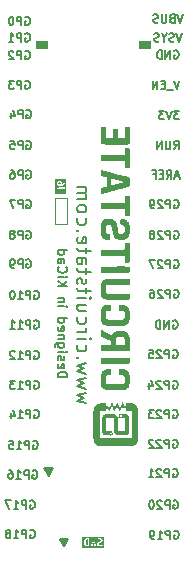
<source format=gbr>
%TF.GenerationSoftware,KiCad,Pcbnew,(6.0.7)*%
%TF.CreationDate,2022-09-23T08:48:44+05:30*%
%TF.ProjectId,Mitayi-Pico-RP2040,4d697461-7969-42d5-9069-636f2d525032,0.4*%
%TF.SameCoordinates,PX825e060PY6d4a840*%
%TF.FileFunction,Legend,Bot*%
%TF.FilePolarity,Positive*%
%FSLAX46Y46*%
G04 Gerber Fmt 4.6, Leading zero omitted, Abs format (unit mm)*
G04 Created by KiCad (PCBNEW (6.0.7)) date 2022-09-23 08:48:44*
%MOMM*%
%LPD*%
G01*
G04 APERTURE LIST*
G04 Aperture macros list*
%AMRoundRect*
0 Rectangle with rounded corners*
0 $1 Rounding radius*
0 $2 $3 $4 $5 $6 $7 $8 $9 X,Y pos of 4 corners*
0 Add a 4 corners polygon primitive as box body*
4,1,4,$2,$3,$4,$5,$6,$7,$8,$9,$2,$3,0*
0 Add four circle primitives for the rounded corners*
1,1,$1+$1,$2,$3*
1,1,$1+$1,$4,$5*
1,1,$1+$1,$6,$7*
1,1,$1+$1,$8,$9*
0 Add four rect primitives between the rounded corners*
20,1,$1+$1,$2,$3,$4,$5,0*
20,1,$1+$1,$4,$5,$6,$7,0*
20,1,$1+$1,$6,$7,$8,$9,0*
20,1,$1+$1,$8,$9,$2,$3,0*%
%AMOutline5P*
0 Free polygon, 5 corners , with rotation*
0 The origin of the aperture is its center*
0 number of corners: always 5*
0 $1 to $10 corner X, Y*
0 $11 Rotation angle, in degrees counterclockwise*
0 create outline with 5 corners*
4,1,5,$1,$2,$3,$4,$5,$6,$7,$8,$9,$10,$1,$2,$11*%
%AMOutline6P*
0 Free polygon, 6 corners , with rotation*
0 The origin of the aperture is its center*
0 number of corners: always 6*
0 $1 to $12 corner X, Y*
0 $13 Rotation angle, in degrees counterclockwise*
0 create outline with 6 corners*
4,1,6,$1,$2,$3,$4,$5,$6,$7,$8,$9,$10,$11,$12,$1,$2,$13*%
%AMOutline7P*
0 Free polygon, 7 corners , with rotation*
0 The origin of the aperture is its center*
0 number of corners: always 7*
0 $1 to $14 corner X, Y*
0 $15 Rotation angle, in degrees counterclockwise*
0 create outline with 7 corners*
4,1,7,$1,$2,$3,$4,$5,$6,$7,$8,$9,$10,$11,$12,$13,$14,$1,$2,$15*%
%AMOutline8P*
0 Free polygon, 8 corners , with rotation*
0 The origin of the aperture is its center*
0 number of corners: always 8*
0 $1 to $16 corner X, Y*
0 $17 Rotation angle, in degrees counterclockwise*
0 create outline with 8 corners*
4,1,8,$1,$2,$3,$4,$5,$6,$7,$8,$9,$10,$11,$12,$13,$14,$15,$16,$1,$2,$17*%
G04 Aperture macros list end*
%ADD10C,0.150000*%
%ADD11C,0.200000*%
%ADD12C,0.120000*%
%ADD13C,1.500000*%
%ADD14O,1.600000X1.700000*%
%ADD15R,1.600000X3.200000*%
%ADD16C,0.670000*%
%ADD17RoundRect,0.500000X0.000000X0.300000X0.000000X0.300000X0.000000X-0.300000X0.000000X-0.300000X0*%
%ADD18O,1.200000X1.900000*%
%ADD19C,1.450000*%
%ADD20R,3.200000X1.600000*%
%ADD21O,1.700000X1.600000*%
%ADD22R,1.700000X1.700000*%
%ADD23O,1.700000X1.700000*%
%ADD24Outline6P,-0.290000X0.117000X-0.087000X0.320000X0.290000X0.320000X0.290000X-0.320000X-0.087000X-0.320000X-0.290000X-0.117000X270.000000*%
%ADD25R,0.640000X0.500000*%
%ADD26R,0.640000X0.580000*%
G04 APERTURE END LIST*
D10*
X5147500Y4300000D02*
X5214166Y4333334D01*
X5314166Y4333334D01*
X5414166Y4300000D01*
X5480833Y4233334D01*
X5514166Y4166667D01*
X5547500Y4033334D01*
X5547500Y3933334D01*
X5514166Y3800000D01*
X5480833Y3733334D01*
X5414166Y3666667D01*
X5314166Y3633334D01*
X5247500Y3633334D01*
X5147500Y3666667D01*
X5114166Y3700000D01*
X5114166Y3933334D01*
X5247500Y3933334D01*
X4814166Y3633334D02*
X4814166Y4333334D01*
X4547500Y4333334D01*
X4480833Y4300000D01*
X4447500Y4266667D01*
X4414166Y4200000D01*
X4414166Y4100000D01*
X4447500Y4033334D01*
X4480833Y4000000D01*
X4547500Y3966667D01*
X4814166Y3966667D01*
X3747500Y3633334D02*
X4147500Y3633334D01*
X3947500Y3633334D02*
X3947500Y4333334D01*
X4014166Y4233334D01*
X4080833Y4166667D01*
X4147500Y4133334D01*
X3347500Y4033334D02*
X3414166Y4066667D01*
X3447500Y4100000D01*
X3480833Y4166667D01*
X3480833Y4200000D01*
X3447500Y4266667D01*
X3414166Y4300000D01*
X3347500Y4333334D01*
X3214166Y4333334D01*
X3147500Y4300000D01*
X3114166Y4266667D01*
X3080833Y4200000D01*
X3080833Y4166667D01*
X3114166Y4100000D01*
X3147500Y4066667D01*
X3214166Y4033334D01*
X3347500Y4033334D01*
X3414166Y4000000D01*
X3447500Y3966667D01*
X3480833Y3900000D01*
X3480833Y3766667D01*
X3447500Y3700000D01*
X3414166Y3666667D01*
X3347500Y3633334D01*
X3214166Y3633334D01*
X3147500Y3666667D01*
X3114166Y3700000D01*
X3080833Y3766667D01*
X3080833Y3900000D01*
X3114166Y3966667D01*
X3147500Y4000000D01*
X3214166Y4033334D01*
X4830833Y37250000D02*
X4897500Y37283334D01*
X4997500Y37283334D01*
X5097500Y37250000D01*
X5164166Y37183334D01*
X5197500Y37116667D01*
X5230833Y36983334D01*
X5230833Y36883334D01*
X5197500Y36750000D01*
X5164166Y36683334D01*
X5097500Y36616667D01*
X4997500Y36583334D01*
X4930833Y36583334D01*
X4830833Y36616667D01*
X4797500Y36650000D01*
X4797500Y36883334D01*
X4930833Y36883334D01*
X4497500Y36583334D02*
X4497500Y37283334D01*
X4230833Y37283334D01*
X4164166Y37250000D01*
X4130833Y37216667D01*
X4097500Y37150000D01*
X4097500Y37050000D01*
X4130833Y36983334D01*
X4164166Y36950000D01*
X4230833Y36916667D01*
X4497500Y36916667D01*
X3464166Y37283334D02*
X3797500Y37283334D01*
X3830833Y36950000D01*
X3797500Y36983334D01*
X3730833Y37016667D01*
X3564166Y37016667D01*
X3497500Y36983334D01*
X3464166Y36950000D01*
X3430833Y36883334D01*
X3430833Y36716667D01*
X3464166Y36650000D01*
X3497500Y36616667D01*
X3564166Y36583334D01*
X3730833Y36583334D01*
X3797500Y36616667D01*
X3830833Y36650000D01*
X17233333Y16950000D02*
X17300000Y16983334D01*
X17400000Y16983334D01*
X17500000Y16950000D01*
X17566666Y16883334D01*
X17600000Y16816667D01*
X17633333Y16683334D01*
X17633333Y16583334D01*
X17600000Y16450000D01*
X17566666Y16383334D01*
X17500000Y16316667D01*
X17400000Y16283334D01*
X17333333Y16283334D01*
X17233333Y16316667D01*
X17200000Y16350000D01*
X17200000Y16583334D01*
X17333333Y16583334D01*
X16900000Y16283334D02*
X16900000Y16983334D01*
X16633333Y16983334D01*
X16566666Y16950000D01*
X16533333Y16916667D01*
X16500000Y16850000D01*
X16500000Y16750000D01*
X16533333Y16683334D01*
X16566666Y16650000D01*
X16633333Y16616667D01*
X16900000Y16616667D01*
X16233333Y16916667D02*
X16200000Y16950000D01*
X16133333Y16983334D01*
X15966666Y16983334D01*
X15900000Y16950000D01*
X15866666Y16916667D01*
X15833333Y16850000D01*
X15833333Y16783334D01*
X15866666Y16683334D01*
X16266666Y16283334D01*
X15833333Y16283334D01*
X15233333Y16750000D02*
X15233333Y16283334D01*
X15400000Y17016667D02*
X15566666Y16516667D01*
X15133333Y16516667D01*
X17333333Y32250000D02*
X17400000Y32283334D01*
X17500000Y32283334D01*
X17600000Y32250000D01*
X17666666Y32183334D01*
X17700000Y32116667D01*
X17733333Y31983334D01*
X17733333Y31883334D01*
X17700000Y31750000D01*
X17666666Y31683334D01*
X17600000Y31616667D01*
X17500000Y31583334D01*
X17433333Y31583334D01*
X17333333Y31616667D01*
X17300000Y31650000D01*
X17300000Y31883334D01*
X17433333Y31883334D01*
X17000000Y31583334D02*
X17000000Y32283334D01*
X16733333Y32283334D01*
X16666666Y32250000D01*
X16633333Y32216667D01*
X16600000Y32150000D01*
X16600000Y32050000D01*
X16633333Y31983334D01*
X16666666Y31950000D01*
X16733333Y31916667D01*
X17000000Y31916667D01*
X16333333Y32216667D02*
X16300000Y32250000D01*
X16233333Y32283334D01*
X16066666Y32283334D01*
X16000000Y32250000D01*
X15966666Y32216667D01*
X15933333Y32150000D01*
X15933333Y32083334D01*
X15966666Y31983334D01*
X16366666Y31583334D01*
X15933333Y31583334D01*
X15600000Y31583334D02*
X15466666Y31583334D01*
X15400000Y31616667D01*
X15366666Y31650000D01*
X15300000Y31750000D01*
X15266666Y31883334D01*
X15266666Y32150000D01*
X15300000Y32216667D01*
X15333333Y32250000D01*
X15400000Y32283334D01*
X15533333Y32283334D01*
X15600000Y32250000D01*
X15633333Y32216667D01*
X15666666Y32150000D01*
X15666666Y31983334D01*
X15633333Y31916667D01*
X15600000Y31883334D01*
X15533333Y31850000D01*
X15400000Y31850000D01*
X15333333Y31883334D01*
X15300000Y31916667D01*
X15266666Y31983334D01*
X17333333Y44900000D02*
X17400000Y44933334D01*
X17500000Y44933334D01*
X17600000Y44900000D01*
X17666666Y44833334D01*
X17700000Y44766667D01*
X17733333Y44633334D01*
X17733333Y44533334D01*
X17700000Y44400000D01*
X17666666Y44333334D01*
X17600000Y44266667D01*
X17500000Y44233334D01*
X17433333Y44233334D01*
X17333333Y44266667D01*
X17300000Y44300000D01*
X17300000Y44533334D01*
X17433333Y44533334D01*
X17000000Y44233334D02*
X17000000Y44933334D01*
X16600000Y44233334D01*
X16600000Y44933334D01*
X16266666Y44233334D02*
X16266666Y44933334D01*
X16100000Y44933334D01*
X16000000Y44900000D01*
X15933333Y44833334D01*
X15900000Y44766667D01*
X15866666Y44633334D01*
X15866666Y44533334D01*
X15900000Y44400000D01*
X15933333Y44333334D01*
X16000000Y44266667D01*
X16100000Y44233334D01*
X16266666Y44233334D01*
X17233333Y22050000D02*
X17300000Y22083334D01*
X17400000Y22083334D01*
X17500000Y22050000D01*
X17566666Y21983334D01*
X17600000Y21916667D01*
X17633333Y21783334D01*
X17633333Y21683334D01*
X17600000Y21550000D01*
X17566666Y21483334D01*
X17500000Y21416667D01*
X17400000Y21383334D01*
X17333333Y21383334D01*
X17233333Y21416667D01*
X17200000Y21450000D01*
X17200000Y21683334D01*
X17333333Y21683334D01*
X16900000Y21383334D02*
X16900000Y22083334D01*
X16500000Y21383334D01*
X16500000Y22083334D01*
X16166666Y21383334D02*
X16166666Y22083334D01*
X16000000Y22083334D01*
X15900000Y22050000D01*
X15833333Y21983334D01*
X15800000Y21916667D01*
X15766666Y21783334D01*
X15766666Y21683334D01*
X15800000Y21550000D01*
X15833333Y21483334D01*
X15900000Y21416667D01*
X16000000Y21383334D01*
X16166666Y21383334D01*
X18000000Y46383334D02*
X17766666Y45683334D01*
X17533333Y46383334D01*
X17333333Y45716667D02*
X17233333Y45683334D01*
X17066666Y45683334D01*
X17000000Y45716667D01*
X16966666Y45750000D01*
X16933333Y45816667D01*
X16933333Y45883334D01*
X16966666Y45950000D01*
X17000000Y45983334D01*
X17066666Y46016667D01*
X17200000Y46050000D01*
X17266666Y46083334D01*
X17300000Y46116667D01*
X17333333Y46183334D01*
X17333333Y46250000D01*
X17300000Y46316667D01*
X17266666Y46350000D01*
X17200000Y46383334D01*
X17033333Y46383334D01*
X16933333Y46350000D01*
X16500000Y46016667D02*
X16500000Y45683334D01*
X16733333Y46383334D02*
X16500000Y46016667D01*
X16266666Y46383334D01*
X16066666Y45716667D02*
X15966666Y45683334D01*
X15800000Y45683334D01*
X15733333Y45716667D01*
X15700000Y45750000D01*
X15666666Y45816667D01*
X15666666Y45883334D01*
X15700000Y45950000D01*
X15733333Y45983334D01*
X15800000Y46016667D01*
X15933333Y46050000D01*
X16000000Y46083334D01*
X16033333Y46116667D01*
X16066666Y46183334D01*
X16066666Y46250000D01*
X16033333Y46316667D01*
X16000000Y46350000D01*
X15933333Y46383334D01*
X15766666Y46383334D01*
X15666666Y46350000D01*
X4730833Y46350000D02*
X4797500Y46383334D01*
X4897500Y46383334D01*
X4997500Y46350000D01*
X5064166Y46283334D01*
X5097500Y46216667D01*
X5130833Y46083334D01*
X5130833Y45983334D01*
X5097500Y45850000D01*
X5064166Y45783334D01*
X4997500Y45716667D01*
X4897500Y45683334D01*
X4830833Y45683334D01*
X4730833Y45716667D01*
X4697500Y45750000D01*
X4697500Y45983334D01*
X4830833Y45983334D01*
X4397500Y45683334D02*
X4397500Y46383334D01*
X4130833Y46383334D01*
X4064166Y46350000D01*
X4030833Y46316667D01*
X3997500Y46250000D01*
X3997500Y46150000D01*
X4030833Y46083334D01*
X4064166Y46050000D01*
X4130833Y46016667D01*
X4397500Y46016667D01*
X3330833Y45683334D02*
X3730833Y45683334D01*
X3530833Y45683334D02*
X3530833Y46383334D01*
X3597500Y46283334D01*
X3664166Y46216667D01*
X3730833Y46183334D01*
X17733333Y34283334D02*
X17400000Y34283334D01*
X17800000Y34083334D02*
X17566666Y34783334D01*
X17333333Y34083334D01*
X16700000Y34083334D02*
X16933333Y34416667D01*
X17100000Y34083334D02*
X17100000Y34783334D01*
X16833333Y34783334D01*
X16766666Y34750000D01*
X16733333Y34716667D01*
X16700000Y34650000D01*
X16700000Y34550000D01*
X16733333Y34483334D01*
X16766666Y34450000D01*
X16833333Y34416667D01*
X17100000Y34416667D01*
X16400000Y34450000D02*
X16166666Y34450000D01*
X16066666Y34083334D02*
X16400000Y34083334D01*
X16400000Y34783334D01*
X16066666Y34783334D01*
X15533333Y34450000D02*
X15766666Y34450000D01*
X15766666Y34083334D02*
X15766666Y34783334D01*
X15433333Y34783334D01*
X5497500Y16950000D02*
X5564166Y16983334D01*
X5664166Y16983334D01*
X5764166Y16950000D01*
X5830833Y16883334D01*
X5864166Y16816667D01*
X5897500Y16683334D01*
X5897500Y16583334D01*
X5864166Y16450000D01*
X5830833Y16383334D01*
X5764166Y16316667D01*
X5664166Y16283334D01*
X5597500Y16283334D01*
X5497500Y16316667D01*
X5464166Y16350000D01*
X5464166Y16583334D01*
X5597500Y16583334D01*
X5164166Y16283334D02*
X5164166Y16983334D01*
X4897500Y16983334D01*
X4830833Y16950000D01*
X4797500Y16916667D01*
X4764166Y16850000D01*
X4764166Y16750000D01*
X4797500Y16683334D01*
X4830833Y16650000D01*
X4897500Y16616667D01*
X5164166Y16616667D01*
X4097500Y16283334D02*
X4497500Y16283334D01*
X4297500Y16283334D02*
X4297500Y16983334D01*
X4364166Y16883334D01*
X4430833Y16816667D01*
X4497500Y16783334D01*
X3864166Y16983334D02*
X3430833Y16983334D01*
X3664166Y16716667D01*
X3564166Y16716667D01*
X3497500Y16683334D01*
X3464166Y16650000D01*
X3430833Y16583334D01*
X3430833Y16416667D01*
X3464166Y16350000D01*
X3497500Y16316667D01*
X3564166Y16283334D01*
X3764166Y16283334D01*
X3830833Y16316667D01*
X3864166Y16350000D01*
X4730833Y47750000D02*
X4797500Y47783334D01*
X4897500Y47783334D01*
X4997500Y47750000D01*
X5064166Y47683334D01*
X5097500Y47616667D01*
X5130833Y47483334D01*
X5130833Y47383334D01*
X5097500Y47250000D01*
X5064166Y47183334D01*
X4997500Y47116667D01*
X4897500Y47083334D01*
X4830833Y47083334D01*
X4730833Y47116667D01*
X4697500Y47150000D01*
X4697500Y47383334D01*
X4830833Y47383334D01*
X4397500Y47083334D02*
X4397500Y47783334D01*
X4130833Y47783334D01*
X4064166Y47750000D01*
X4030833Y47716667D01*
X3997500Y47650000D01*
X3997500Y47550000D01*
X4030833Y47483334D01*
X4064166Y47450000D01*
X4130833Y47416667D01*
X4397500Y47416667D01*
X3564166Y47783334D02*
X3497500Y47783334D01*
X3430833Y47750000D01*
X3397500Y47716667D01*
X3364166Y47650000D01*
X3330833Y47516667D01*
X3330833Y47350000D01*
X3364166Y47216667D01*
X3397500Y47150000D01*
X3430833Y47116667D01*
X3497500Y47083334D01*
X3564166Y47083334D01*
X3630833Y47116667D01*
X3664166Y47150000D01*
X3697500Y47216667D01*
X3730833Y47350000D01*
X3730833Y47516667D01*
X3697500Y47650000D01*
X3664166Y47716667D01*
X3630833Y47750000D01*
X3564166Y47783334D01*
X18083333Y47983334D02*
X17850000Y47283334D01*
X17616666Y47983334D01*
X17150000Y47650000D02*
X17050000Y47616667D01*
X17016666Y47583334D01*
X16983333Y47516667D01*
X16983333Y47416667D01*
X17016666Y47350000D01*
X17050000Y47316667D01*
X17116666Y47283334D01*
X17383333Y47283334D01*
X17383333Y47983334D01*
X17150000Y47983334D01*
X17083333Y47950000D01*
X17050000Y47916667D01*
X17016666Y47850000D01*
X17016666Y47783334D01*
X17050000Y47716667D01*
X17083333Y47683334D01*
X17150000Y47650000D01*
X17383333Y47650000D01*
X16683333Y47983334D02*
X16683333Y47416667D01*
X16650000Y47350000D01*
X16616666Y47316667D01*
X16550000Y47283334D01*
X16416666Y47283334D01*
X16350000Y47316667D01*
X16316666Y47350000D01*
X16283333Y47416667D01*
X16283333Y47983334D01*
X15983333Y47316667D02*
X15883333Y47283334D01*
X15716666Y47283334D01*
X15650000Y47316667D01*
X15616666Y47350000D01*
X15583333Y47416667D01*
X15583333Y47483334D01*
X15616666Y47550000D01*
X15650000Y47583334D01*
X15716666Y47616667D01*
X15850000Y47650000D01*
X15916666Y47683334D01*
X15950000Y47716667D01*
X15983333Y47783334D01*
X15983333Y47850000D01*
X15950000Y47916667D01*
X15916666Y47950000D01*
X15850000Y47983334D01*
X15683333Y47983334D01*
X15583333Y47950000D01*
D11*
X9907142Y15041429D02*
X9107142Y15270000D01*
X9678571Y15498572D01*
X9107142Y15727143D01*
X9907142Y15955715D01*
X9907142Y16298572D02*
X9107142Y16527143D01*
X9678571Y16755715D01*
X9107142Y16984286D01*
X9907142Y17212858D01*
X9907142Y17555715D02*
X9107142Y17784286D01*
X9678571Y18012858D01*
X9107142Y18241429D01*
X9907142Y18470000D01*
X9221428Y18927143D02*
X9164285Y18984286D01*
X9107142Y18927143D01*
X9164285Y18870000D01*
X9221428Y18927143D01*
X9107142Y18927143D01*
X9164285Y20012858D02*
X9107142Y19898572D01*
X9107142Y19670000D01*
X9164285Y19555715D01*
X9221428Y19498572D01*
X9335714Y19441429D01*
X9678571Y19441429D01*
X9792857Y19498572D01*
X9850000Y19555715D01*
X9907142Y19670000D01*
X9907142Y19898572D01*
X9850000Y20012858D01*
X9107142Y20527143D02*
X9907142Y20527143D01*
X10307142Y20527143D02*
X10250000Y20470000D01*
X10192857Y20527143D01*
X10250000Y20584286D01*
X10307142Y20527143D01*
X10192857Y20527143D01*
X9107142Y21098572D02*
X9907142Y21098572D01*
X9678571Y21098572D02*
X9792857Y21155715D01*
X9850000Y21212858D01*
X9907142Y21327143D01*
X9907142Y21441429D01*
X9164285Y22355715D02*
X9107142Y22241429D01*
X9107142Y22012858D01*
X9164285Y21898572D01*
X9221428Y21841429D01*
X9335714Y21784286D01*
X9678571Y21784286D01*
X9792857Y21841429D01*
X9850000Y21898572D01*
X9907142Y22012858D01*
X9907142Y22241429D01*
X9850000Y22355715D01*
X9907142Y23384286D02*
X9107142Y23384286D01*
X9907142Y22870000D02*
X9278571Y22870000D01*
X9164285Y22927143D01*
X9107142Y23041429D01*
X9107142Y23212858D01*
X9164285Y23327143D01*
X9221428Y23384286D01*
X9107142Y23955715D02*
X9907142Y23955715D01*
X10307142Y23955715D02*
X10250000Y23898572D01*
X10192857Y23955715D01*
X10250000Y24012858D01*
X10307142Y23955715D01*
X10192857Y23955715D01*
X9907142Y24355715D02*
X9907142Y24812858D01*
X10307142Y24527143D02*
X9278571Y24527143D01*
X9164285Y24584286D01*
X9107142Y24698572D01*
X9107142Y24812858D01*
X9164285Y25155715D02*
X9107142Y25270000D01*
X9107142Y25498572D01*
X9164285Y25612858D01*
X9278571Y25670000D01*
X9335714Y25670000D01*
X9450000Y25612858D01*
X9507142Y25498572D01*
X9507142Y25327143D01*
X9564285Y25212858D01*
X9678571Y25155715D01*
X9735714Y25155715D01*
X9850000Y25212858D01*
X9907142Y25327143D01*
X9907142Y25498572D01*
X9850000Y25612858D01*
X9907142Y26012858D02*
X9907142Y26470000D01*
X10307142Y26184286D02*
X9278571Y26184286D01*
X9164285Y26241429D01*
X9107142Y26355715D01*
X9107142Y26470000D01*
X9107142Y27384286D02*
X9735714Y27384286D01*
X9850000Y27327143D01*
X9907142Y27212858D01*
X9907142Y26984286D01*
X9850000Y26870000D01*
X9164285Y27384286D02*
X9107142Y27270000D01*
X9107142Y26984286D01*
X9164285Y26870000D01*
X9278571Y26812858D01*
X9392857Y26812858D01*
X9507142Y26870000D01*
X9564285Y26984286D01*
X9564285Y27270000D01*
X9621428Y27384286D01*
X9907142Y27784286D02*
X9907142Y28241429D01*
X10307142Y27955715D02*
X9278571Y27955715D01*
X9164285Y28012858D01*
X9107142Y28127143D01*
X9107142Y28241429D01*
X9164285Y29098572D02*
X9107142Y28984286D01*
X9107142Y28755715D01*
X9164285Y28641429D01*
X9278571Y28584286D01*
X9735714Y28584286D01*
X9850000Y28641429D01*
X9907142Y28755715D01*
X9907142Y28984286D01*
X9850000Y29098572D01*
X9735714Y29155715D01*
X9621428Y29155715D01*
X9507142Y28584286D01*
X9221428Y29670000D02*
X9164285Y29727143D01*
X9107142Y29670000D01*
X9164285Y29612858D01*
X9221428Y29670000D01*
X9107142Y29670000D01*
X9164285Y30755715D02*
X9107142Y30641429D01*
X9107142Y30412858D01*
X9164285Y30298572D01*
X9221428Y30241429D01*
X9335714Y30184286D01*
X9678571Y30184286D01*
X9792857Y30241429D01*
X9850000Y30298572D01*
X9907142Y30412858D01*
X9907142Y30641429D01*
X9850000Y30755715D01*
X9107142Y31441429D02*
X9164285Y31327143D01*
X9221428Y31270000D01*
X9335714Y31212858D01*
X9678571Y31212858D01*
X9792857Y31270000D01*
X9850000Y31327143D01*
X9907142Y31441429D01*
X9907142Y31612858D01*
X9850000Y31727143D01*
X9792857Y31784286D01*
X9678571Y31841429D01*
X9335714Y31841429D01*
X9221428Y31784286D01*
X9164285Y31727143D01*
X9107142Y31612858D01*
X9107142Y31441429D01*
X9107142Y32355715D02*
X9907142Y32355715D01*
X9792857Y32355715D02*
X9850000Y32412858D01*
X9907142Y32527143D01*
X9907142Y32698572D01*
X9850000Y32812858D01*
X9735714Y32870000D01*
X9107142Y32870000D01*
X9735714Y32870000D02*
X9850000Y32927143D01*
X9907142Y33041429D01*
X9907142Y33212858D01*
X9850000Y33327143D01*
X9735714Y33384286D01*
X9107142Y33384286D01*
D10*
X7488095Y17269167D02*
X8288095Y17269167D01*
X8288095Y17459643D01*
X8250000Y17573929D01*
X8173809Y17650120D01*
X8097619Y17688215D01*
X7945238Y17726310D01*
X7830952Y17726310D01*
X7678571Y17688215D01*
X7602380Y17650120D01*
X7526190Y17573929D01*
X7488095Y17459643D01*
X7488095Y17269167D01*
X7526190Y18373929D02*
X7488095Y18297739D01*
X7488095Y18145358D01*
X7526190Y18069167D01*
X7602380Y18031072D01*
X7907142Y18031072D01*
X7983333Y18069167D01*
X8021428Y18145358D01*
X8021428Y18297739D01*
X7983333Y18373929D01*
X7907142Y18412024D01*
X7830952Y18412024D01*
X7754761Y18031072D01*
X7526190Y18716786D02*
X7488095Y18792977D01*
X7488095Y18945358D01*
X7526190Y19021548D01*
X7602380Y19059643D01*
X7640476Y19059643D01*
X7716666Y19021548D01*
X7754761Y18945358D01*
X7754761Y18831072D01*
X7792857Y18754881D01*
X7869047Y18716786D01*
X7907142Y18716786D01*
X7983333Y18754881D01*
X8021428Y18831072D01*
X8021428Y18945358D01*
X7983333Y19021548D01*
X7488095Y19402500D02*
X8021428Y19402500D01*
X8288095Y19402500D02*
X8250000Y19364405D01*
X8211904Y19402500D01*
X8250000Y19440596D01*
X8288095Y19402500D01*
X8211904Y19402500D01*
X8021428Y20126310D02*
X7373809Y20126310D01*
X7297619Y20088215D01*
X7259523Y20050120D01*
X7221428Y19973929D01*
X7221428Y19859643D01*
X7259523Y19783453D01*
X7526190Y20126310D02*
X7488095Y20050120D01*
X7488095Y19897739D01*
X7526190Y19821548D01*
X7564285Y19783453D01*
X7640476Y19745358D01*
X7869047Y19745358D01*
X7945238Y19783453D01*
X7983333Y19821548D01*
X8021428Y19897739D01*
X8021428Y20050120D01*
X7983333Y20126310D01*
X8021428Y20507262D02*
X7488095Y20507262D01*
X7945238Y20507262D02*
X7983333Y20545358D01*
X8021428Y20621548D01*
X8021428Y20735834D01*
X7983333Y20812024D01*
X7907142Y20850120D01*
X7488095Y20850120D01*
X7526190Y21535834D02*
X7488095Y21459643D01*
X7488095Y21307262D01*
X7526190Y21231072D01*
X7602380Y21192977D01*
X7907142Y21192977D01*
X7983333Y21231072D01*
X8021428Y21307262D01*
X8021428Y21459643D01*
X7983333Y21535834D01*
X7907142Y21573929D01*
X7830952Y21573929D01*
X7754761Y21192977D01*
X7488095Y22259643D02*
X8288095Y22259643D01*
X7526190Y22259643D02*
X7488095Y22183453D01*
X7488095Y22031072D01*
X7526190Y21954881D01*
X7564285Y21916786D01*
X7640476Y21878691D01*
X7869047Y21878691D01*
X7945238Y21916786D01*
X7983333Y21954881D01*
X8021428Y22031072D01*
X8021428Y22183453D01*
X7983333Y22259643D01*
X7488095Y23250120D02*
X8021428Y23250120D01*
X8288095Y23250120D02*
X8250000Y23212024D01*
X8211904Y23250120D01*
X8250000Y23288215D01*
X8288095Y23250120D01*
X8211904Y23250120D01*
X8021428Y23631072D02*
X7488095Y23631072D01*
X7945238Y23631072D02*
X7983333Y23669167D01*
X8021428Y23745358D01*
X8021428Y23859643D01*
X7983333Y23935834D01*
X7907142Y23973929D01*
X7488095Y23973929D01*
X7488095Y24964405D02*
X8288095Y24964405D01*
X7488095Y25421548D02*
X7945238Y25078691D01*
X8288095Y25421548D02*
X7830952Y24964405D01*
X7488095Y25764405D02*
X8021428Y25764405D01*
X8288095Y25764405D02*
X8250000Y25726310D01*
X8211904Y25764405D01*
X8250000Y25802500D01*
X8288095Y25764405D01*
X8211904Y25764405D01*
X7564285Y26602500D02*
X7526190Y26564405D01*
X7488095Y26450120D01*
X7488095Y26373929D01*
X7526190Y26259643D01*
X7602380Y26183453D01*
X7678571Y26145358D01*
X7830952Y26107262D01*
X7945238Y26107262D01*
X8097619Y26145358D01*
X8173809Y26183453D01*
X8250000Y26259643D01*
X8288095Y26373929D01*
X8288095Y26450120D01*
X8250000Y26564405D01*
X8211904Y26602500D01*
X7488095Y27288215D02*
X7907142Y27288215D01*
X7983333Y27250120D01*
X8021428Y27173929D01*
X8021428Y27021548D01*
X7983333Y26945358D01*
X7526190Y27288215D02*
X7488095Y27212024D01*
X7488095Y27021548D01*
X7526190Y26945358D01*
X7602380Y26907262D01*
X7678571Y26907262D01*
X7754761Y26945358D01*
X7792857Y27021548D01*
X7792857Y27212024D01*
X7830952Y27288215D01*
X7488095Y28012024D02*
X8288095Y28012024D01*
X7526190Y28012024D02*
X7488095Y27935834D01*
X7488095Y27783453D01*
X7526190Y27707262D01*
X7564285Y27669167D01*
X7640476Y27631072D01*
X7869047Y27631072D01*
X7945238Y27669167D01*
X7983333Y27707262D01*
X8021428Y27783453D01*
X8021428Y27935834D01*
X7983333Y28012024D01*
X4830833Y39850000D02*
X4897500Y39883334D01*
X4997500Y39883334D01*
X5097500Y39850000D01*
X5164166Y39783334D01*
X5197500Y39716667D01*
X5230833Y39583334D01*
X5230833Y39483334D01*
X5197500Y39350000D01*
X5164166Y39283334D01*
X5097500Y39216667D01*
X4997500Y39183334D01*
X4930833Y39183334D01*
X4830833Y39216667D01*
X4797500Y39250000D01*
X4797500Y39483334D01*
X4930833Y39483334D01*
X4497500Y39183334D02*
X4497500Y39883334D01*
X4230833Y39883334D01*
X4164166Y39850000D01*
X4130833Y39816667D01*
X4097500Y39750000D01*
X4097500Y39650000D01*
X4130833Y39583334D01*
X4164166Y39550000D01*
X4230833Y39516667D01*
X4497500Y39516667D01*
X3497500Y39650000D02*
X3497500Y39183334D01*
X3664166Y39916667D02*
X3830833Y39416667D01*
X3397500Y39416667D01*
X17333333Y27150000D02*
X17400000Y27183334D01*
X17500000Y27183334D01*
X17600000Y27150000D01*
X17666666Y27083334D01*
X17700000Y27016667D01*
X17733333Y26883334D01*
X17733333Y26783334D01*
X17700000Y26650000D01*
X17666666Y26583334D01*
X17600000Y26516667D01*
X17500000Y26483334D01*
X17433333Y26483334D01*
X17333333Y26516667D01*
X17300000Y26550000D01*
X17300000Y26783334D01*
X17433333Y26783334D01*
X17000000Y26483334D02*
X17000000Y27183334D01*
X16733333Y27183334D01*
X16666666Y27150000D01*
X16633333Y27116667D01*
X16600000Y27050000D01*
X16600000Y26950000D01*
X16633333Y26883334D01*
X16666666Y26850000D01*
X16733333Y26816667D01*
X17000000Y26816667D01*
X16333333Y27116667D02*
X16300000Y27150000D01*
X16233333Y27183334D01*
X16066666Y27183334D01*
X16000000Y27150000D01*
X15966666Y27116667D01*
X15933333Y27050000D01*
X15933333Y26983334D01*
X15966666Y26883334D01*
X16366666Y26483334D01*
X15933333Y26483334D01*
X15700000Y27183334D02*
X15233333Y27183334D01*
X15533333Y26483334D01*
X17316666Y36583334D02*
X17550000Y36916667D01*
X17716666Y36583334D02*
X17716666Y37283334D01*
X17450000Y37283334D01*
X17383333Y37250000D01*
X17350000Y37216667D01*
X17316666Y37150000D01*
X17316666Y37050000D01*
X17350000Y36983334D01*
X17383333Y36950000D01*
X17450000Y36916667D01*
X17716666Y36916667D01*
X17016666Y37283334D02*
X17016666Y36716667D01*
X16983333Y36650000D01*
X16950000Y36616667D01*
X16883333Y36583334D01*
X16750000Y36583334D01*
X16683333Y36616667D01*
X16650000Y36650000D01*
X16616666Y36716667D01*
X16616666Y37283334D01*
X16283333Y36583334D02*
X16283333Y37283334D01*
X15883333Y36583334D01*
X15883333Y37283334D01*
X5497500Y22050000D02*
X5564166Y22083334D01*
X5664166Y22083334D01*
X5764166Y22050000D01*
X5830833Y21983334D01*
X5864166Y21916667D01*
X5897500Y21783334D01*
X5897500Y21683334D01*
X5864166Y21550000D01*
X5830833Y21483334D01*
X5764166Y21416667D01*
X5664166Y21383334D01*
X5597500Y21383334D01*
X5497500Y21416667D01*
X5464166Y21450000D01*
X5464166Y21683334D01*
X5597500Y21683334D01*
X5164166Y21383334D02*
X5164166Y22083334D01*
X4897500Y22083334D01*
X4830833Y22050000D01*
X4797500Y22016667D01*
X4764166Y21950000D01*
X4764166Y21850000D01*
X4797500Y21783334D01*
X4830833Y21750000D01*
X4897500Y21716667D01*
X5164166Y21716667D01*
X4097500Y21383334D02*
X4497500Y21383334D01*
X4297500Y21383334D02*
X4297500Y22083334D01*
X4364166Y21983334D01*
X4430833Y21916667D01*
X4497500Y21883334D01*
X3430833Y21383334D02*
X3830833Y21383334D01*
X3630833Y21383334D02*
X3630833Y22083334D01*
X3697500Y21983334D01*
X3764166Y21916667D01*
X3830833Y21883334D01*
X4830833Y32250000D02*
X4897500Y32283334D01*
X4997500Y32283334D01*
X5097500Y32250000D01*
X5164166Y32183334D01*
X5197500Y32116667D01*
X5230833Y31983334D01*
X5230833Y31883334D01*
X5197500Y31750000D01*
X5164166Y31683334D01*
X5097500Y31616667D01*
X4997500Y31583334D01*
X4930833Y31583334D01*
X4830833Y31616667D01*
X4797500Y31650000D01*
X4797500Y31883334D01*
X4930833Y31883334D01*
X4497500Y31583334D02*
X4497500Y32283334D01*
X4230833Y32283334D01*
X4164166Y32250000D01*
X4130833Y32216667D01*
X4097500Y32150000D01*
X4097500Y32050000D01*
X4130833Y31983334D01*
X4164166Y31950000D01*
X4230833Y31916667D01*
X4497500Y31916667D01*
X3864166Y32283334D02*
X3397500Y32283334D01*
X3697500Y31583334D01*
X17233333Y19550000D02*
X17300000Y19583334D01*
X17400000Y19583334D01*
X17500000Y19550000D01*
X17566666Y19483334D01*
X17600000Y19416667D01*
X17633333Y19283334D01*
X17633333Y19183334D01*
X17600000Y19050000D01*
X17566666Y18983334D01*
X17500000Y18916667D01*
X17400000Y18883334D01*
X17333333Y18883334D01*
X17233333Y18916667D01*
X17200000Y18950000D01*
X17200000Y19183334D01*
X17333333Y19183334D01*
X16900000Y18883334D02*
X16900000Y19583334D01*
X16633333Y19583334D01*
X16566666Y19550000D01*
X16533333Y19516667D01*
X16500000Y19450000D01*
X16500000Y19350000D01*
X16533333Y19283334D01*
X16566666Y19250000D01*
X16633333Y19216667D01*
X16900000Y19216667D01*
X16233333Y19516667D02*
X16200000Y19550000D01*
X16133333Y19583334D01*
X15966666Y19583334D01*
X15900000Y19550000D01*
X15866666Y19516667D01*
X15833333Y19450000D01*
X15833333Y19383334D01*
X15866666Y19283334D01*
X16266666Y18883334D01*
X15833333Y18883334D01*
X15200000Y19583334D02*
X15533333Y19583334D01*
X15566666Y19250000D01*
X15533333Y19283334D01*
X15466666Y19316667D01*
X15300000Y19316667D01*
X15233333Y19283334D01*
X15200000Y19250000D01*
X15166666Y19183334D01*
X15166666Y19016667D01*
X15200000Y18950000D01*
X15233333Y18916667D01*
X15300000Y18883334D01*
X15466666Y18883334D01*
X15533333Y18916667D01*
X15566666Y18950000D01*
X5347500Y9350000D02*
X5414166Y9383334D01*
X5514166Y9383334D01*
X5614166Y9350000D01*
X5680833Y9283334D01*
X5714166Y9216667D01*
X5747500Y9083334D01*
X5747500Y8983334D01*
X5714166Y8850000D01*
X5680833Y8783334D01*
X5614166Y8716667D01*
X5514166Y8683334D01*
X5447500Y8683334D01*
X5347500Y8716667D01*
X5314166Y8750000D01*
X5314166Y8983334D01*
X5447500Y8983334D01*
X5014166Y8683334D02*
X5014166Y9383334D01*
X4747500Y9383334D01*
X4680833Y9350000D01*
X4647500Y9316667D01*
X4614166Y9250000D01*
X4614166Y9150000D01*
X4647500Y9083334D01*
X4680833Y9050000D01*
X4747500Y9016667D01*
X5014166Y9016667D01*
X3947500Y8683334D02*
X4347500Y8683334D01*
X4147500Y8683334D02*
X4147500Y9383334D01*
X4214166Y9283334D01*
X4280833Y9216667D01*
X4347500Y9183334D01*
X3347500Y9383334D02*
X3480833Y9383334D01*
X3547500Y9350000D01*
X3580833Y9316667D01*
X3647500Y9216667D01*
X3680833Y9083334D01*
X3680833Y8816667D01*
X3647500Y8750000D01*
X3614166Y8716667D01*
X3547500Y8683334D01*
X3414166Y8683334D01*
X3347500Y8716667D01*
X3314166Y8750000D01*
X3280833Y8816667D01*
X3280833Y8983334D01*
X3314166Y9050000D01*
X3347500Y9083334D01*
X3414166Y9116667D01*
X3547500Y9116667D01*
X3614166Y9083334D01*
X3647500Y9050000D01*
X3680833Y8983334D01*
X17233333Y11950000D02*
X17300000Y11983334D01*
X17400000Y11983334D01*
X17500000Y11950000D01*
X17566666Y11883334D01*
X17600000Y11816667D01*
X17633333Y11683334D01*
X17633333Y11583334D01*
X17600000Y11450000D01*
X17566666Y11383334D01*
X17500000Y11316667D01*
X17400000Y11283334D01*
X17333333Y11283334D01*
X17233333Y11316667D01*
X17200000Y11350000D01*
X17200000Y11583334D01*
X17333333Y11583334D01*
X16900000Y11283334D02*
X16900000Y11983334D01*
X16633333Y11983334D01*
X16566666Y11950000D01*
X16533333Y11916667D01*
X16500000Y11850000D01*
X16500000Y11750000D01*
X16533333Y11683334D01*
X16566666Y11650000D01*
X16633333Y11616667D01*
X16900000Y11616667D01*
X16233333Y11916667D02*
X16200000Y11950000D01*
X16133333Y11983334D01*
X15966666Y11983334D01*
X15900000Y11950000D01*
X15866666Y11916667D01*
X15833333Y11850000D01*
X15833333Y11783334D01*
X15866666Y11683334D01*
X16266666Y11283334D01*
X15833333Y11283334D01*
X15566666Y11916667D02*
X15533333Y11950000D01*
X15466666Y11983334D01*
X15300000Y11983334D01*
X15233333Y11950000D01*
X15200000Y11916667D01*
X15166666Y11850000D01*
X15166666Y11783334D01*
X15200000Y11683334D01*
X15600000Y11283334D01*
X15166666Y11283334D01*
X6395238Y9509524D02*
X6395238Y9547620D01*
X6433333Y9433334D02*
X6433333Y9547620D01*
X6471428Y9357143D02*
X6471428Y9547620D01*
X6509523Y9280953D02*
X6509523Y9547620D01*
X6547619Y9242858D02*
X6547619Y9547620D01*
X6585714Y9166667D02*
X6585714Y9547620D01*
X6623809Y9090477D02*
X6623809Y9547620D01*
X6661904Y9014286D02*
X6661904Y9547620D01*
X6700000Y8938096D02*
X6700000Y9547620D01*
X6738095Y9014286D02*
X6738095Y9547620D01*
X6776190Y9090477D02*
X6776190Y9547620D01*
X6814285Y9166667D02*
X6814285Y9547620D01*
X6852380Y9242858D02*
X6852380Y9547620D01*
X6890476Y9280953D02*
X6890476Y9547620D01*
X6928571Y9357143D02*
X6928571Y9547620D01*
X6966666Y9433334D02*
X6966666Y9547620D01*
X7004761Y9547620D02*
X6700000Y8976191D01*
X6395238Y9547620D01*
X7004761Y9509524D02*
X7004761Y9547620D01*
X6700000Y8938096D02*
X7042857Y9547620D01*
X6357142Y9547620D01*
X6700000Y8938096D01*
X17766666Y39783334D02*
X17333333Y39783334D01*
X17566666Y39516667D01*
X17466666Y39516667D01*
X17400000Y39483334D01*
X17366666Y39450000D01*
X17333333Y39383334D01*
X17333333Y39216667D01*
X17366666Y39150000D01*
X17400000Y39116667D01*
X17466666Y39083334D01*
X17666666Y39083334D01*
X17733333Y39116667D01*
X17766666Y39150000D01*
X17133333Y39783334D02*
X16900000Y39083334D01*
X16666666Y39783334D01*
X16500000Y39783334D02*
X16066666Y39783334D01*
X16300000Y39516667D01*
X16200000Y39516667D01*
X16133333Y39483334D01*
X16100000Y39450000D01*
X16066666Y39383334D01*
X16066666Y39216667D01*
X16100000Y39150000D01*
X16133333Y39116667D01*
X16200000Y39083334D01*
X16400000Y39083334D01*
X16466666Y39116667D01*
X16500000Y39150000D01*
X4730833Y44850000D02*
X4797500Y44883334D01*
X4897500Y44883334D01*
X4997500Y44850000D01*
X5064166Y44783334D01*
X5097500Y44716667D01*
X5130833Y44583334D01*
X5130833Y44483334D01*
X5097500Y44350000D01*
X5064166Y44283334D01*
X4997500Y44216667D01*
X4897500Y44183334D01*
X4830833Y44183334D01*
X4730833Y44216667D01*
X4697500Y44250000D01*
X4697500Y44483334D01*
X4830833Y44483334D01*
X4397500Y44183334D02*
X4397500Y44883334D01*
X4130833Y44883334D01*
X4064166Y44850000D01*
X4030833Y44816667D01*
X3997500Y44750000D01*
X3997500Y44650000D01*
X4030833Y44583334D01*
X4064166Y44550000D01*
X4130833Y44516667D01*
X4397500Y44516667D01*
X3730833Y44816667D02*
X3697500Y44850000D01*
X3630833Y44883334D01*
X3464166Y44883334D01*
X3397500Y44850000D01*
X3364166Y44816667D01*
X3330833Y44750000D01*
X3330833Y44683334D01*
X3364166Y44583334D01*
X3764166Y44183334D01*
X3330833Y44183334D01*
X17333333Y24650000D02*
X17400000Y24683334D01*
X17500000Y24683334D01*
X17600000Y24650000D01*
X17666666Y24583334D01*
X17700000Y24516667D01*
X17733333Y24383334D01*
X17733333Y24283334D01*
X17700000Y24150000D01*
X17666666Y24083334D01*
X17600000Y24016667D01*
X17500000Y23983334D01*
X17433333Y23983334D01*
X17333333Y24016667D01*
X17300000Y24050000D01*
X17300000Y24283334D01*
X17433333Y24283334D01*
X17000000Y23983334D02*
X17000000Y24683334D01*
X16733333Y24683334D01*
X16666666Y24650000D01*
X16633333Y24616667D01*
X16600000Y24550000D01*
X16600000Y24450000D01*
X16633333Y24383334D01*
X16666666Y24350000D01*
X16733333Y24316667D01*
X17000000Y24316667D01*
X16333333Y24616667D02*
X16300000Y24650000D01*
X16233333Y24683334D01*
X16066666Y24683334D01*
X16000000Y24650000D01*
X15966666Y24616667D01*
X15933333Y24550000D01*
X15933333Y24483334D01*
X15966666Y24383334D01*
X16366666Y23983334D01*
X15933333Y23983334D01*
X15333333Y24683334D02*
X15466666Y24683334D01*
X15533333Y24650000D01*
X15566666Y24616667D01*
X15633333Y24516667D01*
X15666666Y24383334D01*
X15666666Y24116667D01*
X15633333Y24050000D01*
X15600000Y24016667D01*
X15533333Y23983334D01*
X15400000Y23983334D01*
X15333333Y24016667D01*
X15300000Y24050000D01*
X15266666Y24116667D01*
X15266666Y24283334D01*
X15300000Y24350000D01*
X15333333Y24383334D01*
X15400000Y24416667D01*
X15533333Y24416667D01*
X15600000Y24383334D01*
X15633333Y24350000D01*
X15666666Y24283334D01*
X4830833Y34750000D02*
X4897500Y34783334D01*
X4997500Y34783334D01*
X5097500Y34750000D01*
X5164166Y34683334D01*
X5197500Y34616667D01*
X5230833Y34483334D01*
X5230833Y34383334D01*
X5197500Y34250000D01*
X5164166Y34183334D01*
X5097500Y34116667D01*
X4997500Y34083334D01*
X4930833Y34083334D01*
X4830833Y34116667D01*
X4797500Y34150000D01*
X4797500Y34383334D01*
X4930833Y34383334D01*
X4497500Y34083334D02*
X4497500Y34783334D01*
X4230833Y34783334D01*
X4164166Y34750000D01*
X4130833Y34716667D01*
X4097500Y34650000D01*
X4097500Y34550000D01*
X4130833Y34483334D01*
X4164166Y34450000D01*
X4230833Y34416667D01*
X4497500Y34416667D01*
X3497500Y34783334D02*
X3630833Y34783334D01*
X3697500Y34750000D01*
X3730833Y34716667D01*
X3797500Y34616667D01*
X3830833Y34483334D01*
X3830833Y34216667D01*
X3797500Y34150000D01*
X3764166Y34116667D01*
X3697500Y34083334D01*
X3564166Y34083334D01*
X3497500Y34116667D01*
X3464166Y34150000D01*
X3430833Y34216667D01*
X3430833Y34383334D01*
X3464166Y34450000D01*
X3497500Y34483334D01*
X3564166Y34516667D01*
X3697500Y34516667D01*
X3764166Y34483334D01*
X3797500Y34450000D01*
X3830833Y34383334D01*
X17283333Y6800000D02*
X17350000Y6833334D01*
X17450000Y6833334D01*
X17550000Y6800000D01*
X17616666Y6733334D01*
X17650000Y6666667D01*
X17683333Y6533334D01*
X17683333Y6433334D01*
X17650000Y6300000D01*
X17616666Y6233334D01*
X17550000Y6166667D01*
X17450000Y6133334D01*
X17383333Y6133334D01*
X17283333Y6166667D01*
X17250000Y6200000D01*
X17250000Y6433334D01*
X17383333Y6433334D01*
X16950000Y6133334D02*
X16950000Y6833334D01*
X16683333Y6833334D01*
X16616666Y6800000D01*
X16583333Y6766667D01*
X16550000Y6700000D01*
X16550000Y6600000D01*
X16583333Y6533334D01*
X16616666Y6500000D01*
X16683333Y6466667D01*
X16950000Y6466667D01*
X16283333Y6766667D02*
X16250000Y6800000D01*
X16183333Y6833334D01*
X16016666Y6833334D01*
X15950000Y6800000D01*
X15916666Y6766667D01*
X15883333Y6700000D01*
X15883333Y6633334D01*
X15916666Y6533334D01*
X16316666Y6133334D01*
X15883333Y6133334D01*
X15450000Y6833334D02*
X15383333Y6833334D01*
X15316666Y6800000D01*
X15283333Y6766667D01*
X15250000Y6700000D01*
X15216666Y6566667D01*
X15216666Y6400000D01*
X15250000Y6266667D01*
X15283333Y6200000D01*
X15316666Y6166667D01*
X15383333Y6133334D01*
X15450000Y6133334D01*
X15516666Y6166667D01*
X15550000Y6200000D01*
X15583333Y6266667D01*
X15616666Y6400000D01*
X15616666Y6566667D01*
X15583333Y6700000D01*
X15550000Y6766667D01*
X15516666Y6800000D01*
X15450000Y6833334D01*
X5497500Y19450000D02*
X5564166Y19483334D01*
X5664166Y19483334D01*
X5764166Y19450000D01*
X5830833Y19383334D01*
X5864166Y19316667D01*
X5897500Y19183334D01*
X5897500Y19083334D01*
X5864166Y18950000D01*
X5830833Y18883334D01*
X5764166Y18816667D01*
X5664166Y18783334D01*
X5597500Y18783334D01*
X5497500Y18816667D01*
X5464166Y18850000D01*
X5464166Y19083334D01*
X5597500Y19083334D01*
X5164166Y18783334D02*
X5164166Y19483334D01*
X4897500Y19483334D01*
X4830833Y19450000D01*
X4797500Y19416667D01*
X4764166Y19350000D01*
X4764166Y19250000D01*
X4797500Y19183334D01*
X4830833Y19150000D01*
X4897500Y19116667D01*
X5164166Y19116667D01*
X4097500Y18783334D02*
X4497500Y18783334D01*
X4297500Y18783334D02*
X4297500Y19483334D01*
X4364166Y19383334D01*
X4430833Y19316667D01*
X4497500Y19283334D01*
X3830833Y19416667D02*
X3797500Y19450000D01*
X3730833Y19483334D01*
X3564166Y19483334D01*
X3497500Y19450000D01*
X3464166Y19416667D01*
X3430833Y19350000D01*
X3430833Y19283334D01*
X3464166Y19183334D01*
X3864166Y18783334D01*
X3430833Y18783334D01*
X5147500Y6800000D02*
X5214166Y6833334D01*
X5314166Y6833334D01*
X5414166Y6800000D01*
X5480833Y6733334D01*
X5514166Y6666667D01*
X5547500Y6533334D01*
X5547500Y6433334D01*
X5514166Y6300000D01*
X5480833Y6233334D01*
X5414166Y6166667D01*
X5314166Y6133334D01*
X5247500Y6133334D01*
X5147500Y6166667D01*
X5114166Y6200000D01*
X5114166Y6433334D01*
X5247500Y6433334D01*
X4814166Y6133334D02*
X4814166Y6833334D01*
X4547500Y6833334D01*
X4480833Y6800000D01*
X4447500Y6766667D01*
X4414166Y6700000D01*
X4414166Y6600000D01*
X4447500Y6533334D01*
X4480833Y6500000D01*
X4547500Y6466667D01*
X4814166Y6466667D01*
X3747500Y6133334D02*
X4147500Y6133334D01*
X3947500Y6133334D02*
X3947500Y6833334D01*
X4014166Y6733334D01*
X4080833Y6666667D01*
X4147500Y6633334D01*
X3514166Y6833334D02*
X3047500Y6833334D01*
X3347500Y6133334D01*
X17333333Y4250000D02*
X17400000Y4283334D01*
X17500000Y4283334D01*
X17600000Y4250000D01*
X17666666Y4183334D01*
X17700000Y4116667D01*
X17733333Y3983334D01*
X17733333Y3883334D01*
X17700000Y3750000D01*
X17666666Y3683334D01*
X17600000Y3616667D01*
X17500000Y3583334D01*
X17433333Y3583334D01*
X17333333Y3616667D01*
X17300000Y3650000D01*
X17300000Y3883334D01*
X17433333Y3883334D01*
X17000000Y3583334D02*
X17000000Y4283334D01*
X16733333Y4283334D01*
X16666666Y4250000D01*
X16633333Y4216667D01*
X16600000Y4150000D01*
X16600000Y4050000D01*
X16633333Y3983334D01*
X16666666Y3950000D01*
X16733333Y3916667D01*
X17000000Y3916667D01*
X15933333Y3583334D02*
X16333333Y3583334D01*
X16133333Y3583334D02*
X16133333Y4283334D01*
X16200000Y4183334D01*
X16266666Y4116667D01*
X16333333Y4083334D01*
X15600000Y3583334D02*
X15466666Y3583334D01*
X15400000Y3616667D01*
X15366666Y3650000D01*
X15300000Y3750000D01*
X15266666Y3883334D01*
X15266666Y4150000D01*
X15300000Y4216667D01*
X15333333Y4250000D01*
X15400000Y4283334D01*
X15533333Y4283334D01*
X15600000Y4250000D01*
X15633333Y4216667D01*
X15666666Y4150000D01*
X15666666Y3983334D01*
X15633333Y3916667D01*
X15600000Y3883334D01*
X15533333Y3850000D01*
X15400000Y3850000D01*
X15333333Y3883334D01*
X15300000Y3916667D01*
X15266666Y3983334D01*
X17333333Y29650000D02*
X17400000Y29683334D01*
X17500000Y29683334D01*
X17600000Y29650000D01*
X17666666Y29583334D01*
X17700000Y29516667D01*
X17733333Y29383334D01*
X17733333Y29283334D01*
X17700000Y29150000D01*
X17666666Y29083334D01*
X17600000Y29016667D01*
X17500000Y28983334D01*
X17433333Y28983334D01*
X17333333Y29016667D01*
X17300000Y29050000D01*
X17300000Y29283334D01*
X17433333Y29283334D01*
X17000000Y28983334D02*
X17000000Y29683334D01*
X16733333Y29683334D01*
X16666666Y29650000D01*
X16633333Y29616667D01*
X16600000Y29550000D01*
X16600000Y29450000D01*
X16633333Y29383334D01*
X16666666Y29350000D01*
X16733333Y29316667D01*
X17000000Y29316667D01*
X16333333Y29616667D02*
X16300000Y29650000D01*
X16233333Y29683334D01*
X16066666Y29683334D01*
X16000000Y29650000D01*
X15966666Y29616667D01*
X15933333Y29550000D01*
X15933333Y29483334D01*
X15966666Y29383334D01*
X16366666Y28983334D01*
X15933333Y28983334D01*
X15533333Y29383334D02*
X15600000Y29416667D01*
X15633333Y29450000D01*
X15666666Y29516667D01*
X15666666Y29550000D01*
X15633333Y29616667D01*
X15600000Y29650000D01*
X15533333Y29683334D01*
X15400000Y29683334D01*
X15333333Y29650000D01*
X15300000Y29616667D01*
X15266666Y29550000D01*
X15266666Y29516667D01*
X15300000Y29450000D01*
X15333333Y29416667D01*
X15400000Y29383334D01*
X15533333Y29383334D01*
X15600000Y29350000D01*
X15633333Y29316667D01*
X15666666Y29250000D01*
X15666666Y29116667D01*
X15633333Y29050000D01*
X15600000Y29016667D01*
X15533333Y28983334D01*
X15400000Y28983334D01*
X15333333Y29016667D01*
X15300000Y29050000D01*
X15266666Y29116667D01*
X15266666Y29250000D01*
X15300000Y29316667D01*
X15333333Y29350000D01*
X15400000Y29383334D01*
X17233333Y9450000D02*
X17300000Y9483334D01*
X17400000Y9483334D01*
X17500000Y9450000D01*
X17566666Y9383334D01*
X17600000Y9316667D01*
X17633333Y9183334D01*
X17633333Y9083334D01*
X17600000Y8950000D01*
X17566666Y8883334D01*
X17500000Y8816667D01*
X17400000Y8783334D01*
X17333333Y8783334D01*
X17233333Y8816667D01*
X17200000Y8850000D01*
X17200000Y9083334D01*
X17333333Y9083334D01*
X16900000Y8783334D02*
X16900000Y9483334D01*
X16633333Y9483334D01*
X16566666Y9450000D01*
X16533333Y9416667D01*
X16500000Y9350000D01*
X16500000Y9250000D01*
X16533333Y9183334D01*
X16566666Y9150000D01*
X16633333Y9116667D01*
X16900000Y9116667D01*
X16233333Y9416667D02*
X16200000Y9450000D01*
X16133333Y9483334D01*
X15966666Y9483334D01*
X15900000Y9450000D01*
X15866666Y9416667D01*
X15833333Y9350000D01*
X15833333Y9283334D01*
X15866666Y9183334D01*
X16266666Y8783334D01*
X15833333Y8783334D01*
X15166666Y8783334D02*
X15566666Y8783334D01*
X15366666Y8783334D02*
X15366666Y9483334D01*
X15433333Y9383334D01*
X15500000Y9316667D01*
X15566666Y9283334D01*
X7695238Y3509524D02*
X7695238Y3547620D01*
X7733333Y3433334D02*
X7733333Y3547620D01*
X7771428Y3357143D02*
X7771428Y3547620D01*
X7809523Y3280953D02*
X7809523Y3547620D01*
X7847619Y3242858D02*
X7847619Y3547620D01*
X7885714Y3166667D02*
X7885714Y3547620D01*
X7923809Y3090477D02*
X7923809Y3547620D01*
X7961904Y3014286D02*
X7961904Y3547620D01*
X8000000Y2938096D02*
X8000000Y3547620D01*
X8038095Y3014286D02*
X8038095Y3547620D01*
X8076190Y3090477D02*
X8076190Y3547620D01*
X8114285Y3166667D02*
X8114285Y3547620D01*
X8152380Y3242858D02*
X8152380Y3547620D01*
X8190476Y3280953D02*
X8190476Y3547620D01*
X8228571Y3357143D02*
X8228571Y3547620D01*
X8266666Y3433334D02*
X8266666Y3547620D01*
X8304761Y3547620D02*
X8000000Y2976191D01*
X7695238Y3547620D01*
X8304761Y3509524D02*
X8304761Y3547620D01*
X8000000Y2938096D02*
X8342857Y3547620D01*
X7657142Y3547620D01*
X8000000Y2938096D01*
X4830833Y29650000D02*
X4897500Y29683334D01*
X4997500Y29683334D01*
X5097500Y29650000D01*
X5164166Y29583334D01*
X5197500Y29516667D01*
X5230833Y29383334D01*
X5230833Y29283334D01*
X5197500Y29150000D01*
X5164166Y29083334D01*
X5097500Y29016667D01*
X4997500Y28983334D01*
X4930833Y28983334D01*
X4830833Y29016667D01*
X4797500Y29050000D01*
X4797500Y29283334D01*
X4930833Y29283334D01*
X4497500Y28983334D02*
X4497500Y29683334D01*
X4230833Y29683334D01*
X4164166Y29650000D01*
X4130833Y29616667D01*
X4097500Y29550000D01*
X4097500Y29450000D01*
X4130833Y29383334D01*
X4164166Y29350000D01*
X4230833Y29316667D01*
X4497500Y29316667D01*
X3697500Y29383334D02*
X3764166Y29416667D01*
X3797500Y29450000D01*
X3830833Y29516667D01*
X3830833Y29550000D01*
X3797500Y29616667D01*
X3764166Y29650000D01*
X3697500Y29683334D01*
X3564166Y29683334D01*
X3497500Y29650000D01*
X3464166Y29616667D01*
X3430833Y29550000D01*
X3430833Y29516667D01*
X3464166Y29450000D01*
X3497500Y29416667D01*
X3564166Y29383334D01*
X3697500Y29383334D01*
X3764166Y29350000D01*
X3797500Y29316667D01*
X3830833Y29250000D01*
X3830833Y29116667D01*
X3797500Y29050000D01*
X3764166Y29016667D01*
X3697500Y28983334D01*
X3564166Y28983334D01*
X3497500Y29016667D01*
X3464166Y29050000D01*
X3430833Y29116667D01*
X3430833Y29250000D01*
X3464166Y29316667D01*
X3497500Y29350000D01*
X3564166Y29383334D01*
X5497500Y24550000D02*
X5564166Y24583334D01*
X5664166Y24583334D01*
X5764166Y24550000D01*
X5830833Y24483334D01*
X5864166Y24416667D01*
X5897500Y24283334D01*
X5897500Y24183334D01*
X5864166Y24050000D01*
X5830833Y23983334D01*
X5764166Y23916667D01*
X5664166Y23883334D01*
X5597500Y23883334D01*
X5497500Y23916667D01*
X5464166Y23950000D01*
X5464166Y24183334D01*
X5597500Y24183334D01*
X5164166Y23883334D02*
X5164166Y24583334D01*
X4897500Y24583334D01*
X4830833Y24550000D01*
X4797500Y24516667D01*
X4764166Y24450000D01*
X4764166Y24350000D01*
X4797500Y24283334D01*
X4830833Y24250000D01*
X4897500Y24216667D01*
X5164166Y24216667D01*
X4097500Y23883334D02*
X4497500Y23883334D01*
X4297500Y23883334D02*
X4297500Y24583334D01*
X4364166Y24483334D01*
X4430833Y24416667D01*
X4497500Y24383334D01*
X3664166Y24583334D02*
X3597500Y24583334D01*
X3530833Y24550000D01*
X3497500Y24516667D01*
X3464166Y24450000D01*
X3430833Y24316667D01*
X3430833Y24150000D01*
X3464166Y24016667D01*
X3497500Y23950000D01*
X3530833Y23916667D01*
X3597500Y23883334D01*
X3664166Y23883334D01*
X3730833Y23916667D01*
X3764166Y23950000D01*
X3797500Y24016667D01*
X3830833Y24150000D01*
X3830833Y24316667D01*
X3797500Y24450000D01*
X3764166Y24516667D01*
X3730833Y24550000D01*
X3664166Y24583334D01*
X4830833Y27200000D02*
X4897500Y27233334D01*
X4997500Y27233334D01*
X5097500Y27200000D01*
X5164166Y27133334D01*
X5197500Y27066667D01*
X5230833Y26933334D01*
X5230833Y26833334D01*
X5197500Y26700000D01*
X5164166Y26633334D01*
X5097500Y26566667D01*
X4997500Y26533334D01*
X4930833Y26533334D01*
X4830833Y26566667D01*
X4797500Y26600000D01*
X4797500Y26833334D01*
X4930833Y26833334D01*
X4497500Y26533334D02*
X4497500Y27233334D01*
X4230833Y27233334D01*
X4164166Y27200000D01*
X4130833Y27166667D01*
X4097500Y27100000D01*
X4097500Y27000000D01*
X4130833Y26933334D01*
X4164166Y26900000D01*
X4230833Y26866667D01*
X4497500Y26866667D01*
X3764166Y26533334D02*
X3630833Y26533334D01*
X3564166Y26566667D01*
X3530833Y26600000D01*
X3464166Y26700000D01*
X3430833Y26833334D01*
X3430833Y27100000D01*
X3464166Y27166667D01*
X3497500Y27200000D01*
X3564166Y27233334D01*
X3697500Y27233334D01*
X3764166Y27200000D01*
X3797500Y27166667D01*
X3830833Y27100000D01*
X3830833Y26933334D01*
X3797500Y26866667D01*
X3764166Y26833334D01*
X3697500Y26800000D01*
X3564166Y26800000D01*
X3497500Y26833334D01*
X3464166Y26866667D01*
X3430833Y26933334D01*
X17783333Y42383334D02*
X17550000Y41683334D01*
X17316666Y42383334D01*
X17250000Y41616667D02*
X16716666Y41616667D01*
X16550000Y42050000D02*
X16316666Y42050000D01*
X16216666Y41683334D02*
X16550000Y41683334D01*
X16550000Y42383334D01*
X16216666Y42383334D01*
X15916666Y41683334D02*
X15916666Y42383334D01*
X15516666Y41683334D01*
X15516666Y42383334D01*
X17233333Y14450000D02*
X17300000Y14483334D01*
X17400000Y14483334D01*
X17500000Y14450000D01*
X17566666Y14383334D01*
X17600000Y14316667D01*
X17633333Y14183334D01*
X17633333Y14083334D01*
X17600000Y13950000D01*
X17566666Y13883334D01*
X17500000Y13816667D01*
X17400000Y13783334D01*
X17333333Y13783334D01*
X17233333Y13816667D01*
X17200000Y13850000D01*
X17200000Y14083334D01*
X17333333Y14083334D01*
X16900000Y13783334D02*
X16900000Y14483334D01*
X16633333Y14483334D01*
X16566666Y14450000D01*
X16533333Y14416667D01*
X16500000Y14350000D01*
X16500000Y14250000D01*
X16533333Y14183334D01*
X16566666Y14150000D01*
X16633333Y14116667D01*
X16900000Y14116667D01*
X16233333Y14416667D02*
X16200000Y14450000D01*
X16133333Y14483334D01*
X15966666Y14483334D01*
X15900000Y14450000D01*
X15866666Y14416667D01*
X15833333Y14350000D01*
X15833333Y14283334D01*
X15866666Y14183334D01*
X16266666Y13783334D01*
X15833333Y13783334D01*
X15600000Y14483334D02*
X15166666Y14483334D01*
X15400000Y14216667D01*
X15300000Y14216667D01*
X15233333Y14183334D01*
X15200000Y14150000D01*
X15166666Y14083334D01*
X15166666Y13916667D01*
X15200000Y13850000D01*
X15233333Y13816667D01*
X15300000Y13783334D01*
X15500000Y13783334D01*
X15566666Y13816667D01*
X15600000Y13850000D01*
X5397500Y11850000D02*
X5464166Y11883334D01*
X5564166Y11883334D01*
X5664166Y11850000D01*
X5730833Y11783334D01*
X5764166Y11716667D01*
X5797500Y11583334D01*
X5797500Y11483334D01*
X5764166Y11350000D01*
X5730833Y11283334D01*
X5664166Y11216667D01*
X5564166Y11183334D01*
X5497500Y11183334D01*
X5397500Y11216667D01*
X5364166Y11250000D01*
X5364166Y11483334D01*
X5497500Y11483334D01*
X5064166Y11183334D02*
X5064166Y11883334D01*
X4797500Y11883334D01*
X4730833Y11850000D01*
X4697500Y11816667D01*
X4664166Y11750000D01*
X4664166Y11650000D01*
X4697500Y11583334D01*
X4730833Y11550000D01*
X4797500Y11516667D01*
X5064166Y11516667D01*
X3997500Y11183334D02*
X4397500Y11183334D01*
X4197500Y11183334D02*
X4197500Y11883334D01*
X4264166Y11783334D01*
X4330833Y11716667D01*
X4397500Y11683334D01*
X3364166Y11883334D02*
X3697500Y11883334D01*
X3730833Y11550000D01*
X3697500Y11583334D01*
X3630833Y11616667D01*
X3464166Y11616667D01*
X3397500Y11583334D01*
X3364166Y11550000D01*
X3330833Y11483334D01*
X3330833Y11316667D01*
X3364166Y11250000D01*
X3397500Y11216667D01*
X3464166Y11183334D01*
X3630833Y11183334D01*
X3697500Y11216667D01*
X3730833Y11250000D01*
X5497500Y14450000D02*
X5564166Y14483334D01*
X5664166Y14483334D01*
X5764166Y14450000D01*
X5830833Y14383334D01*
X5864166Y14316667D01*
X5897500Y14183334D01*
X5897500Y14083334D01*
X5864166Y13950000D01*
X5830833Y13883334D01*
X5764166Y13816667D01*
X5664166Y13783334D01*
X5597500Y13783334D01*
X5497500Y13816667D01*
X5464166Y13850000D01*
X5464166Y14083334D01*
X5597500Y14083334D01*
X5164166Y13783334D02*
X5164166Y14483334D01*
X4897500Y14483334D01*
X4830833Y14450000D01*
X4797500Y14416667D01*
X4764166Y14350000D01*
X4764166Y14250000D01*
X4797500Y14183334D01*
X4830833Y14150000D01*
X4897500Y14116667D01*
X5164166Y14116667D01*
X4097500Y13783334D02*
X4497500Y13783334D01*
X4297500Y13783334D02*
X4297500Y14483334D01*
X4364166Y14383334D01*
X4430833Y14316667D01*
X4497500Y14283334D01*
X3497500Y14250000D02*
X3497500Y13783334D01*
X3664166Y14516667D02*
X3830833Y14016667D01*
X3397500Y14016667D01*
X4730833Y42350000D02*
X4797500Y42383334D01*
X4897500Y42383334D01*
X4997500Y42350000D01*
X5064166Y42283334D01*
X5097500Y42216667D01*
X5130833Y42083334D01*
X5130833Y41983334D01*
X5097500Y41850000D01*
X5064166Y41783334D01*
X4997500Y41716667D01*
X4897500Y41683334D01*
X4830833Y41683334D01*
X4730833Y41716667D01*
X4697500Y41750000D01*
X4697500Y41983334D01*
X4830833Y41983334D01*
X4397500Y41683334D02*
X4397500Y42383334D01*
X4130833Y42383334D01*
X4064166Y42350000D01*
X4030833Y42316667D01*
X3997500Y42250000D01*
X3997500Y42150000D01*
X4030833Y42083334D01*
X4064166Y42050000D01*
X4130833Y42016667D01*
X4397500Y42016667D01*
X3764166Y42383334D02*
X3330833Y42383334D01*
X3564166Y42116667D01*
X3464166Y42116667D01*
X3397500Y42083334D01*
X3364166Y42050000D01*
X3330833Y41983334D01*
X3330833Y41816667D01*
X3364166Y41750000D01*
X3397500Y41716667D01*
X3464166Y41683334D01*
X3664166Y41683334D01*
X3730833Y41716667D01*
X3764166Y41750000D01*
%TO.C,kibuzzard-631DD76C*%
G36*
X10012717Y3531696D02*
G01*
X10032719Y3528918D01*
X10032719Y3066637D01*
X10020496Y3065526D01*
X10008272Y3065526D01*
X9929929Y3083306D01*
X9878811Y3132201D01*
X9851030Y3206099D01*
X9844779Y3250966D01*
X9842696Y3300000D01*
X9849363Y3386678D01*
X9872699Y3461131D01*
X9918261Y3512804D01*
X9992714Y3532251D01*
X10012717Y3531696D01*
G37*
G36*
X11435117Y2825311D02*
G01*
X9564883Y2825311D01*
X9564883Y3300000D01*
X9703789Y3300000D01*
X9709762Y3211517D01*
X9727681Y3137202D01*
X9756157Y3076222D01*
X9793801Y3027744D01*
X9840056Y2991211D01*
X9894369Y2966069D01*
X9955626Y2951484D01*
X10022718Y2946622D01*
X10094394Y2950512D01*
X10169403Y2963291D01*
X10169403Y3634486D01*
X10110877Y3643376D01*
X10254969Y3643376D01*
X10258303Y3557671D01*
X10261637Y3469466D01*
X10265248Y3380288D01*
X10269416Y3291666D01*
X10274277Y3204016D01*
X10279972Y3117755D01*
X10286501Y3034411D01*
X10293863Y2955512D01*
X10407211Y2955512D01*
X10431658Y3028160D01*
X10456106Y3106087D01*
X10480553Y3184847D01*
X10505001Y3259995D01*
X10530004Y3186930D01*
X10556118Y3107754D01*
X10581677Y3028577D01*
X10605013Y2955512D01*
X10718361Y2955512D01*
X10726695Y3034550D01*
X10733918Y3118311D01*
X10735721Y3143314D01*
X10829486Y3143314D01*
X10845182Y3057609D01*
X10892271Y2993851D01*
X10941351Y2964526D01*
X11004878Y2946931D01*
X11082851Y2941066D01*
X11159805Y2945650D01*
X11219534Y2959402D01*
X11296211Y2993295D01*
X11256206Y3104420D01*
X11184530Y3071082D01*
X11138274Y3059414D01*
X11082851Y3055525D01*
X11025621Y3062748D01*
X10989506Y3082751D01*
X10971170Y3111643D01*
X10966169Y3144425D01*
X10978393Y3182207D01*
X11009508Y3211656D01*
X11051736Y3234992D01*
X11098408Y3254439D01*
X11162861Y3279997D01*
X11223424Y3316669D01*
X11268429Y3371676D01*
X11286209Y3453353D01*
X11270513Y3539474D01*
X11223424Y3604483D01*
X11176319Y3634733D01*
X11118719Y3652884D01*
X11050624Y3658934D01*
X10991311Y3655322D01*
X10940055Y3644488D01*
X10860601Y3612261D01*
X10900606Y3506693D01*
X10962280Y3533363D01*
X11040623Y3544475D01*
X11101125Y3535708D01*
X11137425Y3509409D01*
X11149526Y3465576D01*
X11138413Y3430572D01*
X11110076Y3403902D01*
X11071183Y3383344D01*
X11028399Y3366675D01*
X10961169Y3339449D01*
X10896716Y3299444D01*
X10848377Y3237214D01*
X10834208Y3195126D01*
X10829486Y3143314D01*
X10735721Y3143314D01*
X10740169Y3204988D01*
X10745586Y3292777D01*
X10750170Y3381399D01*
X10753921Y3470577D01*
X10756977Y3558505D01*
X10759477Y3643376D01*
X10632794Y3643376D01*
X10633906Y3576701D01*
X10635017Y3507804D01*
X10636128Y3437934D01*
X10637239Y3368342D01*
X10638351Y3299722D01*
X10639462Y3232769D01*
X10640295Y3168734D01*
X10640573Y3108865D01*
X10617793Y3186652D01*
X10593345Y3269996D01*
X10571676Y3345561D01*
X10556118Y3400013D01*
X10456106Y3400013D01*
X10442771Y3347784D01*
X10423324Y3278886D01*
X10399987Y3197765D01*
X10374984Y3108865D01*
X10375262Y3168734D01*
X10376096Y3232769D01*
X10377207Y3299583D01*
X10378318Y3367786D01*
X10379429Y3437100D01*
X10380541Y3507248D01*
X10381374Y3576562D01*
X10381652Y3643376D01*
X10254969Y3643376D01*
X10110877Y3643376D01*
X10081614Y3647821D01*
X10004938Y3651155D01*
X9940069Y3646154D01*
X9881034Y3631153D01*
X9829222Y3605455D01*
X9786022Y3568367D01*
X9751434Y3519750D01*
X9725459Y3459464D01*
X9709207Y3386539D01*
X9703789Y3300000D01*
X9564883Y3300000D01*
X9564883Y3774689D01*
X11435117Y3774689D01*
X11435117Y2825311D01*
G37*
D12*
%TO.C,JP6*%
X8245000Y32465000D02*
X8245000Y30265000D01*
X7285000Y32465000D02*
X7285000Y30265000D01*
X7285000Y32465000D02*
X8245000Y32465000D01*
X7285000Y30265000D02*
X8245000Y30265000D01*
%TO.C,G\u002A\u002A\u002A*%
G36*
X13407116Y32619929D02*
G01*
X13446537Y32619605D01*
X13477748Y32618799D01*
X13501875Y32617292D01*
X13520044Y32614869D01*
X13533381Y32611313D01*
X13543013Y32606405D01*
X13550067Y32599931D01*
X13555667Y32591671D01*
X13560942Y32581410D01*
X13561207Y32580861D01*
X13562612Y32577782D01*
X13563884Y32574334D01*
X13565029Y32570017D01*
X13566055Y32564328D01*
X13566968Y32556764D01*
X13567775Y32546823D01*
X13568481Y32534002D01*
X13569095Y32517801D01*
X13569621Y32497715D01*
X13570068Y32473243D01*
X13570441Y32443882D01*
X13570747Y32409131D01*
X13570993Y32368486D01*
X13571185Y32321446D01*
X13571330Y32267508D01*
X13571434Y32206170D01*
X13571504Y32136929D01*
X13571547Y32059284D01*
X13571570Y31972731D01*
X13571578Y31876769D01*
X13571578Y31770896D01*
X13571572Y31669163D01*
X13571553Y31572471D01*
X13571515Y31485220D01*
X13571451Y31406914D01*
X13571357Y31337053D01*
X13571227Y31275142D01*
X13571055Y31220683D01*
X13570836Y31173178D01*
X13570564Y31132130D01*
X13570233Y31097041D01*
X13569838Y31067415D01*
X13569373Y31042754D01*
X13568833Y31022560D01*
X13568211Y31006336D01*
X13567503Y30993585D01*
X13566703Y30983810D01*
X13565805Y30976513D01*
X13564803Y30971196D01*
X13563692Y30967362D01*
X13562466Y30964515D01*
X13561940Y30963512D01*
X13551279Y30948214D01*
X13538657Y30935876D01*
X13537090Y30934752D01*
X13532506Y30931978D01*
X13526845Y30929792D01*
X13518939Y30928124D01*
X13507621Y30926906D01*
X13491725Y30926066D01*
X13470084Y30925535D01*
X13441529Y30925242D01*
X13404895Y30925118D01*
X13359013Y30925092D01*
X13320464Y30925119D01*
X13281924Y30925258D01*
X13251697Y30925571D01*
X13228627Y30926119D01*
X13211559Y30926963D01*
X13199337Y30928163D01*
X13190807Y30929781D01*
X13184812Y30931878D01*
X13180197Y30934514D01*
X13177638Y30936275D01*
X13171389Y30941086D01*
X13166152Y30946594D01*
X13161840Y30953680D01*
X13158361Y30963230D01*
X13155627Y30976127D01*
X13153548Y30993253D01*
X13152034Y31015493D01*
X13150997Y31043730D01*
X13150345Y31078847D01*
X13149991Y31121728D01*
X13149844Y31173256D01*
X13149815Y31234315D01*
X13149810Y31276639D01*
X13149769Y31327089D01*
X13149653Y31368703D01*
X13149424Y31402400D01*
X13149047Y31429098D01*
X13148482Y31449716D01*
X13147692Y31465170D01*
X13146640Y31476379D01*
X13145287Y31484261D01*
X13143597Y31489734D01*
X13141532Y31493716D01*
X13139055Y31497125D01*
X13128294Y31510805D01*
X12147493Y31512147D01*
X11166691Y31513489D01*
X11151990Y31524273D01*
X11151164Y31524896D01*
X11138498Y31537661D01*
X11128185Y31552912D01*
X11126799Y31555870D01*
X11124712Y31561947D01*
X11123035Y31570036D01*
X11121723Y31581189D01*
X11120733Y31596455D01*
X11120022Y31616884D01*
X11119544Y31643527D01*
X11119258Y31677434D01*
X11119118Y31719654D01*
X11119081Y31771238D01*
X11119083Y31788342D01*
X11119153Y31840119D01*
X11119435Y31882754D01*
X11120074Y31917230D01*
X11121216Y31944530D01*
X11123006Y31965637D01*
X11125591Y31981533D01*
X11129114Y31993202D01*
X11133723Y32001626D01*
X11139562Y32007789D01*
X11146777Y32012674D01*
X11155514Y32017263D01*
X11156102Y32017546D01*
X11158931Y32018630D01*
X11162813Y32019622D01*
X11168195Y32020525D01*
X11175522Y32021345D01*
X11185240Y32022084D01*
X11197795Y32022748D01*
X11213632Y32023340D01*
X11233198Y32023864D01*
X11256937Y32024324D01*
X11285296Y32024725D01*
X11318721Y32025070D01*
X11357656Y32025364D01*
X11402549Y32025610D01*
X11453843Y32025813D01*
X11511987Y32025978D01*
X11577424Y32026107D01*
X11650601Y32026205D01*
X11731963Y32026276D01*
X11821957Y32026325D01*
X11921028Y32026355D01*
X12029621Y32026370D01*
X12148182Y32026375D01*
X12163681Y32026375D01*
X12280697Y32026379D01*
X12387800Y32026390D01*
X12485436Y32026414D01*
X12574047Y32026454D01*
X12654081Y32026515D01*
X12725981Y32026601D01*
X12790192Y32026718D01*
X12847159Y32026869D01*
X12897327Y32027059D01*
X12941141Y32027293D01*
X12979046Y32027574D01*
X13011487Y32027909D01*
X13038908Y32028300D01*
X13061754Y32028752D01*
X13080471Y32029271D01*
X13095503Y32029860D01*
X13107295Y32030524D01*
X13116291Y32031267D01*
X13122938Y32032095D01*
X13127679Y32033010D01*
X13130960Y32034019D01*
X13133225Y32035125D01*
X13134919Y32036333D01*
X13147212Y32046282D01*
X13149815Y32311005D01*
X13150020Y32331679D01*
X13150614Y32388082D01*
X13151190Y32435243D01*
X13151785Y32474047D01*
X13152438Y32505377D01*
X13153188Y32530115D01*
X13154071Y32549146D01*
X13155127Y32563353D01*
X13156394Y32573618D01*
X13157908Y32580825D01*
X13159710Y32585857D01*
X13161836Y32589598D01*
X13165165Y32594321D01*
X13171362Y32601586D01*
X13178753Y32607337D01*
X13188488Y32611750D01*
X13201722Y32615001D01*
X13219606Y32617266D01*
X13243293Y32618721D01*
X13273936Y32619542D01*
X13312688Y32619905D01*
X13360701Y32619987D01*
X13407116Y32619929D01*
G37*
G36*
X13407116Y28662569D02*
G01*
X13446537Y28662246D01*
X13477748Y28661439D01*
X13501875Y28659933D01*
X13520044Y28657510D01*
X13533381Y28653953D01*
X13543013Y28649046D01*
X13550067Y28642571D01*
X13555667Y28634311D01*
X13560942Y28624050D01*
X13561207Y28623502D01*
X13562612Y28620422D01*
X13563884Y28616975D01*
X13565029Y28612658D01*
X13566055Y28606968D01*
X13566968Y28599404D01*
X13567775Y28589463D01*
X13568481Y28576643D01*
X13569095Y28560441D01*
X13569621Y28540355D01*
X13570068Y28515883D01*
X13570441Y28486523D01*
X13570747Y28451771D01*
X13570993Y28411127D01*
X13571185Y28364087D01*
X13571330Y28310149D01*
X13571434Y28248810D01*
X13571504Y28179570D01*
X13571547Y28101924D01*
X13571570Y28015372D01*
X13571578Y27919410D01*
X13571578Y27813536D01*
X13571572Y27711803D01*
X13571553Y27615111D01*
X13571515Y27527861D01*
X13571451Y27449554D01*
X13571357Y27379694D01*
X13571227Y27317783D01*
X13571055Y27263323D01*
X13570836Y27215818D01*
X13570564Y27174770D01*
X13570233Y27139682D01*
X13569838Y27110055D01*
X13569373Y27085394D01*
X13568833Y27065200D01*
X13568211Y27048977D01*
X13567503Y27036226D01*
X13566703Y27026450D01*
X13565805Y27019153D01*
X13564803Y27013836D01*
X13563692Y27010003D01*
X13562466Y27007155D01*
X13561940Y27006152D01*
X13551279Y26990855D01*
X13538657Y26978516D01*
X13537090Y26977393D01*
X13532506Y26974618D01*
X13526845Y26972432D01*
X13518939Y26970765D01*
X13507621Y26969546D01*
X13491725Y26968706D01*
X13470084Y26968175D01*
X13441529Y26967882D01*
X13404895Y26967758D01*
X13359013Y26967732D01*
X13320464Y26967759D01*
X13281924Y26967898D01*
X13251697Y26968211D01*
X13228627Y26968759D01*
X13211559Y26969603D01*
X13199337Y26970803D01*
X13190807Y26972422D01*
X13184812Y26974518D01*
X13180197Y26977154D01*
X13177638Y26978916D01*
X13171389Y26983727D01*
X13166152Y26989234D01*
X13161840Y26996321D01*
X13158361Y27005871D01*
X13155627Y27018767D01*
X13153548Y27035894D01*
X13152034Y27058134D01*
X13150997Y27086370D01*
X13150345Y27121488D01*
X13149991Y27164368D01*
X13149844Y27215896D01*
X13149815Y27276955D01*
X13149810Y27319280D01*
X13149769Y27369729D01*
X13149653Y27411343D01*
X13149424Y27445041D01*
X13149047Y27471739D01*
X13148482Y27492356D01*
X13147692Y27507810D01*
X13146640Y27519019D01*
X13145287Y27526902D01*
X13143597Y27532375D01*
X13141532Y27536357D01*
X13139055Y27539765D01*
X13128294Y27553445D01*
X12147493Y27554787D01*
X11166691Y27556129D01*
X11151990Y27566913D01*
X11151164Y27567536D01*
X11138498Y27580301D01*
X11128185Y27595552D01*
X11126799Y27598510D01*
X11124712Y27604587D01*
X11123035Y27612677D01*
X11121723Y27623829D01*
X11120733Y27639095D01*
X11120022Y27659525D01*
X11119544Y27686168D01*
X11119258Y27720074D01*
X11119118Y27762294D01*
X11119081Y27813878D01*
X11119083Y27830982D01*
X11119153Y27882760D01*
X11119435Y27925395D01*
X11120074Y27959871D01*
X11121216Y27987171D01*
X11123006Y28008277D01*
X11125591Y28024173D01*
X11129114Y28035842D01*
X11133723Y28044267D01*
X11139562Y28050430D01*
X11146777Y28055314D01*
X11155514Y28059903D01*
X11156102Y28060186D01*
X11158931Y28061270D01*
X11162813Y28062262D01*
X11168195Y28063166D01*
X11175522Y28063985D01*
X11185240Y28064725D01*
X11197795Y28065388D01*
X11213632Y28065980D01*
X11233198Y28066504D01*
X11256937Y28066964D01*
X11285296Y28067365D01*
X11318721Y28067710D01*
X11357656Y28068004D01*
X11402549Y28068251D01*
X11453843Y28068454D01*
X11511987Y28068618D01*
X11577424Y28068747D01*
X11650601Y28068845D01*
X11731963Y28068917D01*
X11821957Y28068965D01*
X11921028Y28068995D01*
X12029621Y28069011D01*
X12148182Y28069016D01*
X12163681Y28069016D01*
X12280697Y28069019D01*
X12387800Y28069031D01*
X12485436Y28069054D01*
X12574047Y28069094D01*
X12654081Y28069155D01*
X12725981Y28069242D01*
X12790192Y28069358D01*
X12847159Y28069509D01*
X12897327Y28069700D01*
X12941141Y28069933D01*
X12979046Y28070215D01*
X13011487Y28070549D01*
X13038908Y28070940D01*
X13061754Y28071393D01*
X13080471Y28071911D01*
X13095503Y28072500D01*
X13107295Y28073164D01*
X13116291Y28073908D01*
X13122938Y28074735D01*
X13127679Y28075651D01*
X13130960Y28076659D01*
X13133225Y28077765D01*
X13134919Y28078973D01*
X13147212Y28088923D01*
X13149815Y28353645D01*
X13150020Y28374320D01*
X13150614Y28430722D01*
X13151190Y28477884D01*
X13151785Y28516687D01*
X13152438Y28548017D01*
X13153188Y28572756D01*
X13154071Y28591787D01*
X13155127Y28605993D01*
X13156394Y28616258D01*
X13157908Y28623465D01*
X13159710Y28628498D01*
X13161836Y28632238D01*
X13165165Y28636961D01*
X13171362Y28644227D01*
X13178753Y28649978D01*
X13188488Y28654391D01*
X13201722Y28657641D01*
X13219606Y28659906D01*
X13243293Y28661361D01*
X13273936Y28662182D01*
X13312688Y28662546D01*
X13360701Y28662628D01*
X13407116Y28662569D01*
G37*
G36*
X11854226Y30680121D02*
G01*
X11901146Y30679638D01*
X11940518Y30678617D01*
X11973840Y30676923D01*
X12002612Y30674425D01*
X12028334Y30670988D01*
X12052503Y30666480D01*
X12076621Y30660768D01*
X12102186Y30653718D01*
X12140445Y30641206D01*
X12210437Y30610186D01*
X12275129Y30570286D01*
X12334073Y30521761D01*
X12335034Y30520853D01*
X12367784Y30487827D01*
X12395226Y30455137D01*
X12418658Y30420647D01*
X12439376Y30382220D01*
X12458680Y30337720D01*
X12477866Y30285010D01*
X12479205Y30281054D01*
X12507286Y30189858D01*
X12531337Y30094296D01*
X12551643Y29992959D01*
X12568487Y29884436D01*
X12582154Y29767318D01*
X12583108Y29757956D01*
X12591082Y29691985D01*
X12600477Y29635300D01*
X12611590Y29586954D01*
X12624717Y29546002D01*
X12640157Y29511495D01*
X12658205Y29482486D01*
X12679159Y29458029D01*
X12689155Y29448499D01*
X12705866Y29435302D01*
X12723596Y29425677D01*
X12744216Y29419103D01*
X12769595Y29415054D01*
X12801604Y29413009D01*
X12842112Y29412443D01*
X12869490Y29412703D01*
X12927607Y29415490D01*
X12976865Y29421567D01*
X13018074Y29431221D01*
X13052042Y29444743D01*
X13079578Y29462422D01*
X13101491Y29484548D01*
X13118590Y29511411D01*
X13121757Y29517762D01*
X13128535Y29532943D01*
X13134003Y29548542D01*
X13138295Y29565805D01*
X13141547Y29585984D01*
X13143892Y29610327D01*
X13145465Y29640085D01*
X13146400Y29676505D01*
X13146832Y29720838D01*
X13146896Y29774333D01*
X13146882Y29784524D01*
X13146767Y29830035D01*
X13146525Y29866716D01*
X13146085Y29895891D01*
X13145375Y29918882D01*
X13144321Y29937012D01*
X13142851Y29951604D01*
X13140893Y29963979D01*
X13138374Y29975462D01*
X13135222Y29987374D01*
X13123736Y30022388D01*
X13107545Y30055081D01*
X13086974Y30080244D01*
X13060577Y30099184D01*
X13026912Y30113204D01*
X12984536Y30123610D01*
X12980643Y30124313D01*
X12955012Y30127718D01*
X12925632Y30130115D01*
X12898117Y30131024D01*
X12887727Y30131136D01*
X12857639Y30133409D01*
X12835006Y30139156D01*
X12817782Y30149092D01*
X12803916Y30163934D01*
X12803067Y30165112D01*
X12800460Y30169325D01*
X12798337Y30174527D01*
X12796638Y30181766D01*
X12795303Y30192089D01*
X12794269Y30206542D01*
X12793476Y30226174D01*
X12792863Y30252030D01*
X12792370Y30285159D01*
X12791935Y30326608D01*
X12791498Y30377423D01*
X12791414Y30388173D01*
X12791159Y30444707D01*
X12791274Y30492961D01*
X12791752Y30532509D01*
X12792585Y30562925D01*
X12793766Y30583784D01*
X12795287Y30594660D01*
X12796261Y30597546D01*
X12804916Y30613878D01*
X12816774Y30628506D01*
X12832838Y30643911D01*
X12911919Y30645609D01*
X12937825Y30645901D01*
X13021121Y30642748D01*
X13097208Y30633042D01*
X13166912Y30616602D01*
X13231059Y30593248D01*
X13290476Y30562799D01*
X13331415Y30535822D01*
X13386942Y30488983D01*
X13435474Y30434544D01*
X13476910Y30372671D01*
X13511144Y30303524D01*
X13538073Y30227268D01*
X13557594Y30144064D01*
X13559426Y30133808D01*
X13561529Y30120978D01*
X13563300Y30108095D01*
X13564766Y30094217D01*
X13565956Y30078402D01*
X13566899Y30059709D01*
X13567623Y30037194D01*
X13568158Y30009917D01*
X13568531Y29976936D01*
X13568772Y29937308D01*
X13568908Y29890091D01*
X13568969Y29834345D01*
X13568983Y29769126D01*
X13568962Y29706890D01*
X13568880Y29649937D01*
X13568711Y29601624D01*
X13568431Y29561035D01*
X13568017Y29527256D01*
X13567444Y29499372D01*
X13566687Y29476468D01*
X13565722Y29457630D01*
X13564525Y29441942D01*
X13563072Y29428489D01*
X13561338Y29416358D01*
X13559299Y29404633D01*
X13554953Y29382628D01*
X13534025Y29301698D01*
X13506732Y29228725D01*
X13472934Y29163373D01*
X13432487Y29105306D01*
X13432323Y29105102D01*
X13382761Y29050969D01*
X13327750Y29005233D01*
X13266921Y28967701D01*
X13199903Y28938177D01*
X13126323Y28916466D01*
X13045811Y28902374D01*
X13032466Y28901067D01*
X13004019Y28899372D01*
X12968582Y28898151D01*
X12928251Y28897401D01*
X12885123Y28897122D01*
X12841295Y28897309D01*
X12798863Y28897963D01*
X12759924Y28899081D01*
X12726574Y28900660D01*
X12700911Y28902699D01*
X12633717Y28912955D01*
X12558993Y28932069D01*
X12489286Y28958420D01*
X12425317Y28991569D01*
X12367808Y29031075D01*
X12317479Y29076498D01*
X12275053Y29127396D01*
X12241251Y29183330D01*
X12233867Y29199434D01*
X12222180Y29228758D01*
X12209327Y29264515D01*
X12196014Y29304561D01*
X12182945Y29346756D01*
X12170825Y29388955D01*
X12160361Y29429018D01*
X12151548Y29466522D01*
X12133716Y29553187D01*
X12117678Y29646249D01*
X12103877Y29743010D01*
X12092755Y29840775D01*
X12085721Y29893522D01*
X12072163Y29955301D01*
X12053757Y30010366D01*
X12030818Y30058082D01*
X12003664Y30097813D01*
X11972611Y30128926D01*
X11937977Y30150783D01*
X11936829Y30151321D01*
X11925891Y30156208D01*
X11915922Y30159752D01*
X11905024Y30162167D01*
X11891301Y30163670D01*
X11872855Y30164476D01*
X11847789Y30164802D01*
X11814206Y30164862D01*
X11805952Y30164857D01*
X11772885Y30164648D01*
X11747679Y30163995D01*
X11728230Y30162711D01*
X11712436Y30160609D01*
X11698192Y30157501D01*
X11683396Y30153199D01*
X11650027Y30140470D01*
X11615556Y30119960D01*
X11588703Y30093446D01*
X11568348Y30059763D01*
X11553372Y30017742D01*
X11552999Y30016350D01*
X11550348Y30004968D01*
X11548201Y29992084D01*
X11546487Y29976425D01*
X11545137Y29956718D01*
X11544079Y29931689D01*
X11543242Y29900066D01*
X11542557Y29860576D01*
X11541951Y29811944D01*
X11541499Y29758294D01*
X11541490Y29712018D01*
X11542042Y29673541D01*
X11543253Y29641541D01*
X11545220Y29614693D01*
X11548040Y29591674D01*
X11551813Y29571162D01*
X11556635Y29551832D01*
X11562604Y29532362D01*
X11570581Y29511903D01*
X11582711Y29491872D01*
X11600729Y29471633D01*
X11602931Y29469460D01*
X11621641Y29453511D01*
X11642035Y29441230D01*
X11665851Y29432083D01*
X11694823Y29425538D01*
X11730689Y29421062D01*
X11775184Y29418124D01*
X11782169Y29417778D01*
X11816648Y29415439D01*
X11842571Y29412106D01*
X11861513Y29407240D01*
X11875052Y29400300D01*
X11884765Y29390746D01*
X11892228Y29378039D01*
X11893590Y29373358D01*
X11895672Y29357914D01*
X11897415Y29334366D01*
X11898819Y29304140D01*
X11899884Y29268659D01*
X11900613Y29229348D01*
X11901004Y29187629D01*
X11901058Y29144928D01*
X11900776Y29102668D01*
X11900159Y29062273D01*
X11899207Y29025167D01*
X11897920Y28992774D01*
X11896300Y28966518D01*
X11894346Y28947823D01*
X11892059Y28938113D01*
X11891588Y28937209D01*
X11884396Y28925474D01*
X11875818Y28916662D01*
X11864350Y28910366D01*
X11848491Y28906180D01*
X11826736Y28903695D01*
X11797584Y28902505D01*
X11759532Y28902202D01*
X11719844Y28902661D01*
X11664470Y28905340D01*
X11615006Y28910690D01*
X11568845Y28919024D01*
X11523376Y28930657D01*
X11501218Y28937609D01*
X11433336Y28965754D01*
X11371183Y29002313D01*
X11315071Y29046875D01*
X11265310Y29099030D01*
X11222213Y29158366D01*
X11186090Y29224472D01*
X11157253Y29296938D01*
X11136014Y29375353D01*
X11122683Y29459307D01*
X11122366Y29466039D01*
X11121996Y29482697D01*
X11121632Y29507940D01*
X11121280Y29540787D01*
X11120950Y29580256D01*
X11120648Y29625368D01*
X11120384Y29675141D01*
X11120165Y29728594D01*
X11120000Y29784747D01*
X11119933Y29817541D01*
X11119892Y29883408D01*
X11120011Y29940046D01*
X11120305Y29988272D01*
X11120788Y30028904D01*
X11121475Y30062759D01*
X11122381Y30090654D01*
X11123522Y30113406D01*
X11124911Y30131833D01*
X11126563Y30146752D01*
X11135428Y30200748D01*
X11155862Y30281776D01*
X11183860Y30355816D01*
X11219313Y30422745D01*
X11262116Y30482441D01*
X11312161Y30534782D01*
X11369341Y30579646D01*
X11433550Y30616910D01*
X11504680Y30646452D01*
X11582625Y30668151D01*
X11596755Y30671124D01*
X11611716Y30673859D01*
X11626878Y30675977D01*
X11643702Y30677559D01*
X11663645Y30678684D01*
X11688167Y30679431D01*
X11718726Y30679881D01*
X11756781Y30680112D01*
X11803792Y30680204D01*
X11854226Y30680121D01*
G37*
G36*
X13407116Y36655394D02*
G01*
X13446537Y36655070D01*
X13477748Y36654264D01*
X13501875Y36652758D01*
X13520044Y36650335D01*
X13533381Y36646778D01*
X13543013Y36641871D01*
X13550067Y36635396D01*
X13555667Y36627136D01*
X13560942Y36616875D01*
X13561207Y36616326D01*
X13562612Y36613247D01*
X13563884Y36609800D01*
X13565029Y36605483D01*
X13566055Y36599793D01*
X13566968Y36592229D01*
X13567775Y36582288D01*
X13568481Y36569468D01*
X13569095Y36553266D01*
X13569621Y36533180D01*
X13570068Y36508708D01*
X13570441Y36479348D01*
X13570747Y36444596D01*
X13570993Y36403952D01*
X13571185Y36356911D01*
X13571330Y36302973D01*
X13571434Y36241635D01*
X13571504Y36172395D01*
X13571547Y36094749D01*
X13571570Y36008197D01*
X13571578Y35912235D01*
X13571578Y35806361D01*
X13571572Y35704628D01*
X13571553Y35607936D01*
X13571515Y35520686D01*
X13571451Y35442379D01*
X13571357Y35372519D01*
X13571227Y35310608D01*
X13571055Y35256148D01*
X13570836Y35208643D01*
X13570564Y35167595D01*
X13570233Y35132507D01*
X13569838Y35102880D01*
X13569373Y35078219D01*
X13568833Y35058025D01*
X13568211Y35041802D01*
X13567503Y35029051D01*
X13566703Y35019275D01*
X13565805Y35011978D01*
X13564803Y35006661D01*
X13563692Y35002828D01*
X13562466Y34999980D01*
X13561940Y34998977D01*
X13551279Y34983679D01*
X13538657Y34971341D01*
X13537090Y34970218D01*
X13532506Y34967443D01*
X13526845Y34965257D01*
X13518939Y34963590D01*
X13507621Y34962371D01*
X13491725Y34961531D01*
X13470084Y34961000D01*
X13441529Y34960707D01*
X13404895Y34960583D01*
X13359013Y34960557D01*
X13320464Y34960584D01*
X13281924Y34960723D01*
X13251697Y34961036D01*
X13228627Y34961584D01*
X13211559Y34962428D01*
X13199337Y34963628D01*
X13190807Y34965247D01*
X13184812Y34967343D01*
X13180197Y34969979D01*
X13177638Y34971741D01*
X13171389Y34976552D01*
X13166152Y34982059D01*
X13161840Y34989146D01*
X13158361Y34998696D01*
X13155627Y35011592D01*
X13153548Y35028719D01*
X13152034Y35050959D01*
X13150997Y35079195D01*
X13150345Y35114312D01*
X13149991Y35157193D01*
X13149844Y35208721D01*
X13149815Y35269780D01*
X13149810Y35312105D01*
X13149769Y35362554D01*
X13149653Y35404168D01*
X13149424Y35437865D01*
X13149047Y35464564D01*
X13148482Y35485181D01*
X13147692Y35500635D01*
X13146640Y35511844D01*
X13145287Y35519727D01*
X13143597Y35525200D01*
X13141532Y35529182D01*
X13139055Y35532590D01*
X13128294Y35546270D01*
X12147493Y35547612D01*
X11166691Y35548954D01*
X11151990Y35559738D01*
X11151164Y35560361D01*
X11138498Y35573126D01*
X11128185Y35588377D01*
X11126799Y35591335D01*
X11124712Y35597412D01*
X11123035Y35605502D01*
X11121723Y35616654D01*
X11120733Y35631920D01*
X11120022Y35652350D01*
X11119544Y35678993D01*
X11119258Y35712899D01*
X11119118Y35755119D01*
X11119081Y35806703D01*
X11119083Y35823807D01*
X11119153Y35875585D01*
X11119435Y35918220D01*
X11120074Y35952696D01*
X11121216Y35979996D01*
X11123006Y36001102D01*
X11125591Y36016998D01*
X11129114Y36028667D01*
X11133723Y36037092D01*
X11139562Y36043255D01*
X11146777Y36048139D01*
X11155514Y36052728D01*
X11156102Y36053011D01*
X11158931Y36054095D01*
X11162813Y36055087D01*
X11168195Y36055991D01*
X11175522Y36056810D01*
X11185240Y36057550D01*
X11197795Y36058213D01*
X11213632Y36058805D01*
X11233198Y36059329D01*
X11256937Y36059789D01*
X11285296Y36060190D01*
X11318721Y36060535D01*
X11357656Y36060829D01*
X11402549Y36061075D01*
X11453843Y36061279D01*
X11511987Y36061443D01*
X11577424Y36061572D01*
X11650601Y36061670D01*
X11731963Y36061742D01*
X11821957Y36061790D01*
X11921028Y36061820D01*
X12029621Y36061836D01*
X12148182Y36061841D01*
X12163681Y36061841D01*
X12280697Y36061844D01*
X12387800Y36061856D01*
X12485436Y36061879D01*
X12574047Y36061919D01*
X12654081Y36061980D01*
X12725981Y36062067D01*
X12790192Y36062183D01*
X12847159Y36062334D01*
X12897327Y36062524D01*
X12941141Y36062758D01*
X12979046Y36063040D01*
X13011487Y36063374D01*
X13038908Y36063765D01*
X13061754Y36064218D01*
X13080471Y36064736D01*
X13095503Y36065325D01*
X13107295Y36065989D01*
X13116291Y36066733D01*
X13122938Y36067560D01*
X13127679Y36068476D01*
X13130960Y36069484D01*
X13133225Y36070590D01*
X13134919Y36071798D01*
X13147212Y36081748D01*
X13149815Y36346470D01*
X13150020Y36367145D01*
X13150614Y36423547D01*
X13151190Y36470708D01*
X13151785Y36509512D01*
X13152438Y36540842D01*
X13153188Y36565581D01*
X13154071Y36584612D01*
X13155127Y36598818D01*
X13156394Y36609083D01*
X13157908Y36616290D01*
X13159710Y36621323D01*
X13161836Y36625063D01*
X13165165Y36629786D01*
X13171362Y36637051D01*
X13178753Y36642803D01*
X13188488Y36647216D01*
X13201722Y36650466D01*
X13219606Y36652731D01*
X13243293Y36654186D01*
X13273936Y36655007D01*
X13312688Y36655371D01*
X13360701Y36655453D01*
X13407116Y36655394D01*
G37*
G36*
X11549317Y11454113D02*
G01*
X11454622Y11454233D01*
X11368864Y11454396D01*
X11291849Y11454604D01*
X11223384Y11454857D01*
X11163276Y11455156D01*
X11111331Y11455500D01*
X11067355Y11455891D01*
X11031156Y11456329D01*
X11002539Y11456815D01*
X10981311Y11457349D01*
X10967279Y11457932D01*
X10960250Y11458565D01*
X10909559Y11470692D01*
X10844213Y11495277D01*
X10782848Y11528737D01*
X10726030Y11570440D01*
X10674325Y11619754D01*
X10628298Y11676049D01*
X10588516Y11738693D01*
X10555544Y11807054D01*
X10529948Y11880502D01*
X10512294Y11958405D01*
X10512192Y11959047D01*
X10511453Y11965991D01*
X10510767Y11976928D01*
X10510131Y11992196D01*
X10509543Y12012134D01*
X10509002Y12037080D01*
X10508505Y12067371D01*
X10508051Y12103345D01*
X10507638Y12145341D01*
X10507264Y12193695D01*
X10506927Y12248747D01*
X10506625Y12310834D01*
X10506357Y12380293D01*
X10506120Y12457464D01*
X10505913Y12542683D01*
X10505733Y12636288D01*
X10505580Y12738619D01*
X10505548Y12765632D01*
X11047096Y12765632D01*
X11047097Y12669415D01*
X11047137Y12581882D01*
X11047218Y12502687D01*
X11047341Y12431487D01*
X11047508Y12367937D01*
X11047720Y12311694D01*
X11047979Y12262412D01*
X11048286Y12219748D01*
X11048643Y12183358D01*
X11049051Y12152897D01*
X11049512Y12128021D01*
X11050027Y12108386D01*
X11050599Y12093648D01*
X11051227Y12083463D01*
X11051915Y12077485D01*
X11052663Y12075372D01*
X11055238Y12075232D01*
X11067511Y12075030D01*
X11089477Y12074844D01*
X11120697Y12074672D01*
X11160736Y12074517D01*
X11209157Y12074378D01*
X11265522Y12074256D01*
X11329396Y12074151D01*
X11400341Y12074064D01*
X11477920Y12073994D01*
X11561696Y12073942D01*
X11651234Y12073909D01*
X11746095Y12073895D01*
X11845844Y12073901D01*
X11950042Y12073926D01*
X12058254Y12073971D01*
X12170043Y12074036D01*
X12284972Y12074122D01*
X12402603Y12074229D01*
X13746023Y12075563D01*
X13746023Y14418737D01*
X13259163Y14421443D01*
X13259163Y14551568D01*
X13259131Y14580441D01*
X13259007Y14613271D01*
X13258804Y14641326D01*
X13258537Y14663195D01*
X13258218Y14677469D01*
X13257861Y14682738D01*
X13256684Y14682901D01*
X13247199Y14683419D01*
X13229481Y14684103D01*
X13205037Y14684902D01*
X13175375Y14685766D01*
X13142004Y14686643D01*
X13027449Y14689503D01*
X12996481Y14766307D01*
X12989677Y14783007D01*
X12979691Y14806839D01*
X12971377Y14825855D01*
X12965453Y14838432D01*
X12962635Y14842946D01*
X12962384Y14842678D01*
X12958832Y14835932D01*
X12951564Y14820778D01*
X12940993Y14798116D01*
X12927531Y14768847D01*
X12911589Y14733869D01*
X12893581Y14694083D01*
X12873918Y14650388D01*
X12853013Y14603684D01*
X12847788Y14591995D01*
X12827156Y14546115D01*
X12807837Y14503588D01*
X12790245Y14465296D01*
X12774794Y14432122D01*
X12761896Y14404946D01*
X12751965Y14384651D01*
X12745414Y14372119D01*
X12742656Y14368231D01*
X12741313Y14370545D01*
X12735977Y14381274D01*
X12727189Y14399642D01*
X12715474Y14424509D01*
X12701358Y14454736D01*
X12685366Y14489183D01*
X12668024Y14526709D01*
X12649856Y14566174D01*
X12631389Y14606440D01*
X12613147Y14646366D01*
X12595656Y14684812D01*
X12579441Y14720638D01*
X12565027Y14752705D01*
X12552941Y14779872D01*
X12548084Y14790734D01*
X12537297Y14813871D01*
X12528009Y14832468D01*
X12521083Y14844844D01*
X12517377Y14849320D01*
X12515770Y14847239D01*
X12510151Y14836803D01*
X12501086Y14818451D01*
X12489029Y14793149D01*
X12474433Y14761865D01*
X12457754Y14725566D01*
X12439444Y14685220D01*
X12419958Y14641792D01*
X12393714Y14583030D01*
X12371022Y14532350D01*
X12351917Y14489859D01*
X12336086Y14454885D01*
X12323216Y14426756D01*
X12312994Y14404798D01*
X12305108Y14388341D01*
X12299243Y14376711D01*
X12295087Y14369236D01*
X12292327Y14365244D01*
X12290651Y14364063D01*
X12287285Y14367266D01*
X12282544Y14376702D01*
X12280181Y14382507D01*
X12273324Y14398520D01*
X12263281Y14421421D01*
X12250548Y14450118D01*
X12235623Y14483519D01*
X12219001Y14520529D01*
X12201178Y14560056D01*
X12182651Y14601008D01*
X12163916Y14642291D01*
X12145469Y14682814D01*
X12127807Y14721482D01*
X12111425Y14757203D01*
X12096820Y14788885D01*
X12084489Y14815434D01*
X12074927Y14835758D01*
X12068631Y14848764D01*
X12066096Y14853358D01*
X12065861Y14853150D01*
X12062321Y14846658D01*
X12055067Y14831736D01*
X12044513Y14809287D01*
X12031073Y14780211D01*
X12015162Y14745408D01*
X11997195Y14705781D01*
X11977585Y14662229D01*
X11956748Y14615654D01*
X11952393Y14605899D01*
X11931700Y14559776D01*
X11912254Y14516804D01*
X11894477Y14477894D01*
X11878793Y14443958D01*
X11865625Y14415904D01*
X11855396Y14394645D01*
X11848529Y14381091D01*
X11845449Y14376152D01*
X11843311Y14378231D01*
X11836685Y14388347D01*
X11826333Y14405906D01*
X11812849Y14429850D01*
X11796825Y14459121D01*
X11778855Y14492659D01*
X11759532Y14529408D01*
X11678823Y14684296D01*
X11535629Y14687194D01*
X11535549Y14560776D01*
X11535454Y14535917D01*
X11535061Y14502563D01*
X11534409Y14473571D01*
X11533544Y14450455D01*
X11532515Y14434728D01*
X11531369Y14427902D01*
X11530098Y14426994D01*
X11523981Y14425511D01*
X11512373Y14424251D01*
X11494569Y14423190D01*
X11469868Y14422306D01*
X11437566Y14421577D01*
X11396959Y14420980D01*
X11347345Y14420492D01*
X11288020Y14420092D01*
X11048770Y14418737D01*
X11047456Y13248293D01*
X11047452Y13244211D01*
X11047312Y13109821D01*
X11047205Y12985490D01*
X11047132Y12870875D01*
X11047096Y12765632D01*
X10505548Y12765632D01*
X10505450Y12850011D01*
X10505343Y12970804D01*
X10505256Y13101336D01*
X10505187Y13241943D01*
X10505184Y13250814D01*
X10505121Y13387233D01*
X10505057Y13513669D01*
X10505003Y13630528D01*
X10504967Y13738218D01*
X10504960Y13837144D01*
X10504990Y13927712D01*
X10505068Y14010328D01*
X10505204Y14085399D01*
X10505406Y14153331D01*
X10505686Y14214529D01*
X10506051Y14269401D01*
X10506513Y14318353D01*
X10507080Y14361790D01*
X10507762Y14400118D01*
X10508569Y14433745D01*
X10509511Y14463076D01*
X10510598Y14488517D01*
X10511838Y14510474D01*
X10513242Y14529354D01*
X10514819Y14545564D01*
X10516579Y14559508D01*
X10518531Y14571593D01*
X10520686Y14582226D01*
X10523053Y14591813D01*
X10525641Y14600759D01*
X10528461Y14609472D01*
X10531522Y14618356D01*
X10534833Y14627819D01*
X10538404Y14638267D01*
X10541324Y14646830D01*
X10572685Y14722973D01*
X10611263Y14791923D01*
X10656872Y14853459D01*
X10709328Y14907359D01*
X10768444Y14953402D01*
X10834036Y14991366D01*
X10847080Y14997776D01*
X10865017Y15006379D01*
X10881455Y15013660D01*
X10897387Y15019736D01*
X10913805Y15024722D01*
X10931703Y15028735D01*
X10952072Y15031891D01*
X10975907Y15034306D01*
X11004199Y15036097D01*
X11037941Y15037380D01*
X11078127Y15038271D01*
X11125747Y15038887D01*
X11181797Y15039343D01*
X11247267Y15039756D01*
X11529078Y15041475D01*
X11532282Y15029511D01*
X11532684Y15027103D01*
X11533586Y15014686D01*
X11534367Y14994248D01*
X11534985Y14967477D01*
X11535397Y14936062D01*
X11535558Y14901691D01*
X11535629Y14785834D01*
X11651486Y14785792D01*
X11767343Y14785749D01*
X11800238Y14723307D01*
X11803591Y14716980D01*
X11815609Y14694965D01*
X11825875Y14677147D01*
X11833390Y14665217D01*
X11837154Y14660865D01*
X11837844Y14661682D01*
X11842304Y14670010D01*
X11850398Y14686616D01*
X11861720Y14710620D01*
X11875862Y14741142D01*
X11892420Y14777301D01*
X11910986Y14818218D01*
X11931154Y14863012D01*
X11952518Y14910803D01*
X11961562Y14931079D01*
X11982451Y14977721D01*
X12001953Y15020998D01*
X12019664Y15060031D01*
X12035180Y15093940D01*
X12048097Y15121846D01*
X12058011Y15142868D01*
X12064519Y15156127D01*
X12067217Y15160742D01*
X12067615Y15160300D01*
X12071522Y15152949D01*
X12079100Y15137236D01*
X12089941Y15114052D01*
X12103636Y15084291D01*
X12119776Y15048845D01*
X12137953Y15008604D01*
X12157757Y14964463D01*
X12178779Y14917312D01*
X12185066Y14903176D01*
X12205801Y14856636D01*
X12225193Y14813247D01*
X12242830Y14773918D01*
X12258301Y14739560D01*
X12271197Y14711082D01*
X12281107Y14689395D01*
X12287619Y14675408D01*
X12290324Y14670034D01*
X12290820Y14670359D01*
X12294901Y14677400D01*
X12302625Y14692794D01*
X12313588Y14715670D01*
X12327384Y14745159D01*
X12343609Y14780389D01*
X12361858Y14820491D01*
X12381725Y14864593D01*
X12402807Y14911826D01*
X12410152Y14928331D01*
X12430948Y14974764D01*
X12450444Y15017872D01*
X12468227Y15056767D01*
X12483885Y15090562D01*
X12497004Y15118371D01*
X12507171Y15139307D01*
X12513974Y15152483D01*
X12516999Y15157012D01*
X12517421Y15156646D01*
X12521531Y15149534D01*
X12529325Y15134039D01*
X12540386Y15111060D01*
X12554292Y15081494D01*
X12570624Y15046238D01*
X12588963Y15006190D01*
X12608888Y14962248D01*
X12629982Y14915310D01*
X12635717Y14902502D01*
X12656517Y14856244D01*
X12676007Y14813193D01*
X12693769Y14774252D01*
X12709388Y14740321D01*
X12722446Y14712302D01*
X12732528Y14691096D01*
X12739215Y14677606D01*
X12742093Y14672732D01*
X12742606Y14673177D01*
X12746786Y14680539D01*
X12754618Y14696250D01*
X12765692Y14719427D01*
X12779597Y14749186D01*
X12795923Y14784645D01*
X12814260Y14824920D01*
X12834196Y14869128D01*
X12855323Y14916387D01*
X12862261Y14931959D01*
X12883092Y14978528D01*
X12902609Y15021890D01*
X12920396Y15061143D01*
X12936041Y15095385D01*
X12949130Y15123712D01*
X12959249Y15145222D01*
X12965985Y15159013D01*
X12968923Y15164182D01*
X12970010Y15164741D01*
X12976218Y15164241D01*
X12976575Y15163721D01*
X12978571Y15159543D01*
X12982258Y15150858D01*
X12987863Y15137086D01*
X12995615Y15117649D01*
X13005741Y15091967D01*
X13018469Y15059461D01*
X13034027Y15019553D01*
X13052641Y14971663D01*
X13074541Y14915212D01*
X13099954Y14849620D01*
X13124655Y14785834D01*
X13259163Y14785834D01*
X13259163Y15041545D01*
X13546853Y15039804D01*
X13834542Y15038062D01*
X13880304Y15023865D01*
X13949845Y14997294D01*
X14014399Y14961957D01*
X14073112Y14918050D01*
X14126139Y14865456D01*
X14173635Y14804059D01*
X14208338Y14748335D01*
X14241504Y14680918D01*
X14265806Y14611610D01*
X14282024Y14538499D01*
X14282457Y14535741D01*
X14283347Y14529059D01*
X14284167Y14521112D01*
X14284921Y14511502D01*
X14285609Y14499832D01*
X14286235Y14485703D01*
X14286800Y14468718D01*
X14287306Y14448479D01*
X14287756Y14424589D01*
X14288152Y14396649D01*
X14288495Y14364262D01*
X14288788Y14327029D01*
X14289033Y14284554D01*
X14289232Y14236438D01*
X14289387Y14182284D01*
X14289501Y14121693D01*
X14289574Y14054269D01*
X14289610Y13979613D01*
X14289611Y13897327D01*
X14289578Y13807014D01*
X14289514Y13708275D01*
X14289421Y13600714D01*
X14289301Y13483932D01*
X14289156Y13357532D01*
X14288988Y13221115D01*
X14287391Y11955801D01*
X14273056Y11904500D01*
X14254345Y11845739D01*
X14221895Y11768899D01*
X14182564Y11699470D01*
X14136538Y11637662D01*
X14084004Y11583686D01*
X14025147Y11537752D01*
X13960156Y11500072D01*
X13889216Y11470855D01*
X13844956Y11455924D01*
X12418224Y11454387D01*
X12315994Y11454283D01*
X12163615Y11454152D01*
X12021334Y11454061D01*
X11888957Y11454011D01*
X11766291Y11454003D01*
X11746095Y11454009D01*
X11653142Y11454036D01*
X11549317Y11454113D01*
G37*
G36*
X13093954Y26636285D02*
G01*
X13159026Y26636218D01*
X13217143Y26636111D01*
X13268709Y26635962D01*
X13314130Y26635769D01*
X13353810Y26635529D01*
X13388154Y26635238D01*
X13417567Y26634895D01*
X13442454Y26634497D01*
X13463219Y26634040D01*
X13480269Y26633524D01*
X13494006Y26632944D01*
X13504837Y26632298D01*
X13513166Y26631584D01*
X13519398Y26630798D01*
X13523937Y26629939D01*
X13527190Y26629003D01*
X13529560Y26627989D01*
X13530571Y26627458D01*
X13545865Y26616781D01*
X13558198Y26604158D01*
X13560089Y26601459D01*
X13562436Y26597195D01*
X13564329Y26591648D01*
X13565817Y26583804D01*
X13566949Y26572647D01*
X13567773Y26557163D01*
X13568338Y26536339D01*
X13568693Y26509158D01*
X13568887Y26474607D01*
X13568967Y26431671D01*
X13568983Y26379335D01*
X13568976Y26342484D01*
X13568922Y26296686D01*
X13568770Y26259593D01*
X13568471Y26230191D01*
X13567978Y26207467D01*
X13567241Y26190404D01*
X13566211Y26177989D01*
X13564841Y26169206D01*
X13563081Y26163043D01*
X13560883Y26158483D01*
X13558198Y26154512D01*
X13557575Y26153686D01*
X13544811Y26141020D01*
X13529560Y26130707D01*
X13528633Y26130267D01*
X13525905Y26129286D01*
X13522092Y26128381D01*
X13516787Y26127550D01*
X13509586Y26126790D01*
X13500083Y26126097D01*
X13487871Y26125468D01*
X13472546Y26124901D01*
X13453702Y26124391D01*
X13430933Y26123937D01*
X13403835Y26123534D01*
X13372000Y26123180D01*
X13335023Y26122871D01*
X13292500Y26122605D01*
X13244024Y26122379D01*
X13189190Y26122189D01*
X13127592Y26122032D01*
X13058825Y26121904D01*
X12982482Y26121804D01*
X12898159Y26121728D01*
X12805450Y26121672D01*
X12703950Y26121634D01*
X12593251Y26121611D01*
X12472950Y26121598D01*
X12342641Y26121594D01*
X12226987Y26121595D01*
X12105699Y26121603D01*
X11994060Y26121620D01*
X11891661Y26121651D01*
X11798097Y26121698D01*
X11712961Y26121765D01*
X11635846Y26121854D01*
X11566346Y26121970D01*
X11504054Y26122115D01*
X11448562Y26122293D01*
X11399466Y26122507D01*
X11356357Y26122760D01*
X11318830Y26123056D01*
X11286478Y26123397D01*
X11258894Y26123787D01*
X11235671Y26124230D01*
X11216403Y26124728D01*
X11200683Y26125285D01*
X11188105Y26125903D01*
X11178261Y26126587D01*
X11170746Y26127340D01*
X11165153Y26128164D01*
X11161074Y26129064D01*
X11158104Y26130042D01*
X11155835Y26131101D01*
X11154782Y26131687D01*
X11139984Y26143563D01*
X11128579Y26158357D01*
X11126495Y26162704D01*
X11124452Y26168788D01*
X11122819Y26176898D01*
X11121551Y26188082D01*
X11120603Y26203390D01*
X11119928Y26223868D01*
X11119482Y26250567D01*
X11119220Y26284534D01*
X11119096Y26326818D01*
X11119065Y26378467D01*
X11119065Y26387020D01*
X11119117Y26440035D01*
X11119341Y26483781D01*
X11119862Y26519254D01*
X11120802Y26547454D01*
X11122284Y26569379D01*
X11124432Y26586027D01*
X11127367Y26598397D01*
X11131214Y26607488D01*
X11136096Y26614296D01*
X11142135Y26619822D01*
X11149454Y26625064D01*
X11150976Y26625950D01*
X11153461Y26626930D01*
X11157067Y26627833D01*
X11162195Y26628664D01*
X11169252Y26629426D01*
X11178640Y26630122D01*
X11190763Y26630757D01*
X11206027Y26631334D01*
X11224835Y26631856D01*
X11247591Y26632328D01*
X11274699Y26632753D01*
X11306564Y26633134D01*
X11343589Y26633475D01*
X11386179Y26633780D01*
X11434738Y26634053D01*
X11489670Y26634297D01*
X11551378Y26634516D01*
X11620268Y26634713D01*
X11696743Y26634893D01*
X11781208Y26635058D01*
X11874066Y26635213D01*
X11975721Y26635361D01*
X12086579Y26635505D01*
X12207042Y26635650D01*
X12337515Y26635799D01*
X12409690Y26635880D01*
X12534786Y26636013D01*
X12650092Y26636126D01*
X12756014Y26636215D01*
X12852956Y26636278D01*
X12941324Y26636313D01*
X13021521Y26636316D01*
X13093954Y26636285D01*
G37*
G36*
X13055560Y19462545D02*
G01*
X12978961Y19462533D01*
X12894378Y19462553D01*
X12801404Y19462604D01*
X12699636Y19462681D01*
X12588668Y19462784D01*
X12468096Y19462908D01*
X12337515Y19463052D01*
X12234131Y19463169D01*
X12111541Y19463315D01*
X11998644Y19463460D01*
X11895036Y19463607D01*
X11800312Y19463761D01*
X11714069Y19463924D01*
X11635903Y19464101D01*
X11565410Y19464295D01*
X11502185Y19464510D01*
X11445826Y19464749D01*
X11395928Y19465016D01*
X11352086Y19465315D01*
X11313898Y19465650D01*
X11280959Y19466023D01*
X11252865Y19466438D01*
X11229212Y19466900D01*
X11209596Y19467412D01*
X11193614Y19467977D01*
X11180861Y19468599D01*
X11170933Y19469282D01*
X11163426Y19470030D01*
X11157937Y19470845D01*
X11154061Y19471732D01*
X11151394Y19472694D01*
X11149533Y19473736D01*
X11149500Y19473758D01*
X11137361Y19485267D01*
X11127522Y19499771D01*
X11127326Y19500176D01*
X11125237Y19505830D01*
X11123534Y19513803D01*
X11122179Y19525105D01*
X11121132Y19540749D01*
X11120356Y19561747D01*
X11119813Y19589110D01*
X11119463Y19623852D01*
X11119269Y19666983D01*
X11119191Y19719516D01*
X11119182Y19741416D01*
X11119233Y19792728D01*
X11119507Y19834970D01*
X11120145Y19869119D01*
X11121291Y19896152D01*
X11123088Y19917045D01*
X11125677Y19932775D01*
X11129203Y19944317D01*
X11133806Y19952648D01*
X11139631Y19958746D01*
X11146819Y19963586D01*
X11155514Y19968144D01*
X11156146Y19968453D01*
X11160203Y19970086D01*
X11165522Y19971505D01*
X11172807Y19972724D01*
X11182761Y19973759D01*
X11196089Y19974624D01*
X11213495Y19975335D01*
X11235684Y19975906D01*
X11263357Y19976353D01*
X11297221Y19976690D01*
X11337979Y19976933D01*
X11386335Y19977096D01*
X11442993Y19977194D01*
X11508657Y19977243D01*
X11584031Y19977257D01*
X11994323Y19977265D01*
X12020047Y20002989D01*
X12018902Y20124131D01*
X12412420Y20124131D01*
X12412503Y20086062D01*
X12412694Y20053970D01*
X12412986Y20028965D01*
X12413376Y20012154D01*
X12413858Y20004648D01*
X12414745Y20000387D01*
X12416062Y19995666D01*
X12418280Y19991636D01*
X12422130Y19988241D01*
X12428344Y19985428D01*
X12437654Y19983141D01*
X12450792Y19981326D01*
X12468489Y19979929D01*
X12491478Y19978895D01*
X12520489Y19978170D01*
X12556256Y19977699D01*
X12599510Y19977427D01*
X12650982Y19977301D01*
X12711405Y19977265D01*
X13124253Y19977265D01*
X13150539Y20003551D01*
X13148640Y20249459D01*
X13148469Y20271345D01*
X13148020Y20325008D01*
X13147566Y20369621D01*
X13147059Y20406187D01*
X13146452Y20435707D01*
X13145699Y20459183D01*
X13144751Y20477617D01*
X13143562Y20492010D01*
X13142085Y20503365D01*
X13140271Y20512682D01*
X13138074Y20520964D01*
X13135447Y20529212D01*
X13127723Y20550067D01*
X13109017Y20586106D01*
X13085330Y20614277D01*
X13055305Y20636005D01*
X13017582Y20652712D01*
X13012184Y20654448D01*
X13003922Y20656475D01*
X12993763Y20658108D01*
X12980643Y20659388D01*
X12963497Y20660357D01*
X12941260Y20661057D01*
X12912868Y20661528D01*
X12877256Y20661814D01*
X12833360Y20661954D01*
X12780114Y20661992D01*
X12748686Y20661980D01*
X12700612Y20661881D01*
X12661264Y20661649D01*
X12629565Y20661242D01*
X12604437Y20660619D01*
X12584802Y20659740D01*
X12569582Y20658563D01*
X12557700Y20657047D01*
X12548076Y20655151D01*
X12539634Y20652835D01*
X12524489Y20647362D01*
X12489588Y20627372D01*
X12460836Y20599169D01*
X12438540Y20563100D01*
X12423004Y20519518D01*
X12421626Y20513669D01*
X12419689Y20503072D01*
X12418081Y20490188D01*
X12416763Y20474001D01*
X12415696Y20453496D01*
X12414842Y20427657D01*
X12414162Y20395467D01*
X12413618Y20355910D01*
X12413171Y20307972D01*
X12412782Y20250635D01*
X12412594Y20213760D01*
X12412448Y20167066D01*
X12412420Y20124131D01*
X12018902Y20124131D01*
X12018664Y20149310D01*
X12017281Y20295630D01*
X11603321Y20498362D01*
X11548477Y20525217D01*
X11480832Y20558333D01*
X11421555Y20587350D01*
X11370081Y20612558D01*
X11325844Y20634242D01*
X11288278Y20652689D01*
X11256817Y20668188D01*
X11230896Y20681024D01*
X11209948Y20691486D01*
X11193409Y20699860D01*
X11180711Y20706434D01*
X11171290Y20711495D01*
X11164580Y20715329D01*
X11160015Y20718224D01*
X11157028Y20720467D01*
X11155055Y20722346D01*
X11153530Y20724147D01*
X11151886Y20726158D01*
X11149558Y20728665D01*
X11149071Y20729152D01*
X11142069Y20736777D01*
X11136244Y20744981D01*
X11131489Y20754746D01*
X11127698Y20767056D01*
X11124761Y20782896D01*
X11122572Y20803248D01*
X11121022Y20829096D01*
X11120004Y20861423D01*
X11119410Y20901213D01*
X11119133Y20949450D01*
X11119065Y21007117D01*
X11119067Y21020599D01*
X11119138Y21071881D01*
X11119336Y21113976D01*
X11119695Y21147876D01*
X11120251Y21174575D01*
X11121040Y21195065D01*
X11122098Y21210340D01*
X11123461Y21221393D01*
X11125163Y21229216D01*
X11127241Y21234802D01*
X11129880Y21239751D01*
X11144530Y21255169D01*
X11164414Y21261849D01*
X11188716Y21259463D01*
X11188966Y21259390D01*
X11197318Y21255897D01*
X11214201Y21248033D01*
X11238924Y21236140D01*
X11270795Y21220563D01*
X11309121Y21201646D01*
X11353211Y21179733D01*
X11402372Y21155167D01*
X11455912Y21128293D01*
X11513139Y21099455D01*
X11573362Y21068995D01*
X11635887Y21037259D01*
X11642983Y21033651D01*
X11704860Y21002234D01*
X11764075Y20972240D01*
X11819966Y20944000D01*
X11871872Y20917844D01*
X11919131Y20894105D01*
X11961083Y20873113D01*
X11997065Y20855200D01*
X12026416Y20840695D01*
X12048476Y20829931D01*
X12062582Y20823238D01*
X12068073Y20820947D01*
X12068397Y20820992D01*
X12073832Y20826229D01*
X12081488Y20838458D01*
X12089818Y20855236D01*
X12109801Y20895847D01*
X12149486Y20958914D01*
X12196226Y21014353D01*
X12249857Y21062024D01*
X12310209Y21101787D01*
X12377117Y21133503D01*
X12450413Y21157033D01*
X12456151Y21158468D01*
X12479641Y21163853D01*
X12503287Y21168320D01*
X12528229Y21171932D01*
X12555605Y21174755D01*
X12586556Y21176852D01*
X12622220Y21178288D01*
X12663736Y21179126D01*
X12712243Y21179431D01*
X12768881Y21179267D01*
X12834788Y21178699D01*
X12854021Y21178493D01*
X12905815Y21177889D01*
X12948730Y21177270D01*
X12983917Y21176578D01*
X13012531Y21175756D01*
X13035726Y21174746D01*
X13054653Y21173490D01*
X13070467Y21171929D01*
X13084321Y21170006D01*
X13097368Y21167664D01*
X13110762Y21164844D01*
X13167958Y21149625D01*
X13239966Y21121944D01*
X13305410Y21086266D01*
X13364145Y21042702D01*
X13416026Y20991363D01*
X13460910Y20932361D01*
X13498653Y20865807D01*
X13512421Y20835642D01*
X13531401Y20785241D01*
X13546708Y20731019D01*
X13559341Y20669747D01*
X13560155Y20665008D01*
X13561607Y20655615D01*
X13562891Y20645452D01*
X13564018Y20633875D01*
X13564997Y20620243D01*
X13565839Y20603912D01*
X13566555Y20584239D01*
X13567154Y20560581D01*
X13567647Y20532296D01*
X13568043Y20498740D01*
X13568354Y20459270D01*
X13568588Y20413244D01*
X13568758Y20360018D01*
X13568871Y20298951D01*
X13568940Y20229397D01*
X13568974Y20150716D01*
X13568983Y20062263D01*
X13568982Y19992400D01*
X13568971Y19912334D01*
X13568939Y19841611D01*
X13568875Y19779634D01*
X13568767Y19725803D01*
X13568604Y19679518D01*
X13568374Y19640182D01*
X13568066Y19607194D01*
X13567669Y19579956D01*
X13567172Y19557868D01*
X13566562Y19540332D01*
X13565828Y19526748D01*
X13564960Y19516518D01*
X13563946Y19509041D01*
X13562774Y19503720D01*
X13561433Y19499954D01*
X13559912Y19497146D01*
X13558198Y19494695D01*
X13557571Y19493862D01*
X13544807Y19481190D01*
X13529560Y19470862D01*
X13528358Y19470301D01*
X13525559Y19469330D01*
X13521658Y19468436D01*
X13516249Y19467617D01*
X13508929Y19466871D01*
X13499292Y19466194D01*
X13486933Y19465584D01*
X13471447Y19465039D01*
X13452430Y19464556D01*
X13429477Y19464131D01*
X13402182Y19463763D01*
X13370142Y19463449D01*
X13332951Y19463186D01*
X13290203Y19462971D01*
X13241496Y19462802D01*
X13186422Y19462677D01*
X13124579Y19462592D01*
X13124253Y19462592D01*
X13055560Y19462545D01*
G37*
G36*
X12878722Y17946513D02*
G01*
X12932363Y17946187D01*
X12977539Y17945199D01*
X13016043Y17943406D01*
X13049665Y17940663D01*
X13080196Y17936829D01*
X13109427Y17931760D01*
X13139150Y17925313D01*
X13204390Y17905715D01*
X13271320Y17875684D01*
X13332678Y17837273D01*
X13387937Y17790995D01*
X13436571Y17737362D01*
X13478053Y17676888D01*
X13511855Y17610087D01*
X13537451Y17537470D01*
X13540792Y17525617D01*
X13546416Y17505132D01*
X13551203Y17486295D01*
X13555227Y17468101D01*
X13558565Y17449544D01*
X13561292Y17429619D01*
X13563482Y17407322D01*
X13565210Y17381646D01*
X13566551Y17351587D01*
X13567582Y17316141D01*
X13568375Y17274301D01*
X13569008Y17225062D01*
X13569554Y17167420D01*
X13570089Y17100369D01*
X13570541Y17028536D01*
X13570745Y16954598D01*
X13570604Y16890863D01*
X13570117Y16837372D01*
X13569286Y16794166D01*
X13568111Y16761286D01*
X13566593Y16738773D01*
X13554926Y16654408D01*
X13536742Y16576699D01*
X13511903Y16506208D01*
X13480157Y16442342D01*
X13441253Y16384505D01*
X13394942Y16332104D01*
X13386410Y16323784D01*
X13337466Y16282448D01*
X13284364Y16248335D01*
X13225826Y16220826D01*
X13160574Y16199302D01*
X13087330Y16183144D01*
X13082683Y16182348D01*
X13074157Y16181038D01*
X13064857Y16179864D01*
X13054214Y16178818D01*
X13041661Y16177893D01*
X13026632Y16177081D01*
X13008560Y16176376D01*
X12986877Y16175770D01*
X12961018Y16175255D01*
X12930413Y16174825D01*
X12894498Y16174471D01*
X12852704Y16174186D01*
X12804465Y16173963D01*
X12749213Y16173795D01*
X12686383Y16173674D01*
X12615406Y16173593D01*
X12535716Y16173544D01*
X12446746Y16173520D01*
X12347929Y16173513D01*
X12250866Y16173531D01*
X12156705Y16173591D01*
X12072020Y16173700D01*
X11996330Y16173860D01*
X11929149Y16174077D01*
X11869995Y16174356D01*
X11818383Y16174700D01*
X11773829Y16175115D01*
X11735850Y16175605D01*
X11703961Y16176174D01*
X11677679Y16176828D01*
X11656520Y16177570D01*
X11640000Y16178405D01*
X11627635Y16179338D01*
X11618942Y16180373D01*
X11590695Y16185191D01*
X11516682Y16202731D01*
X11450238Y16226450D01*
X11390468Y16256777D01*
X11336478Y16294139D01*
X11287373Y16338965D01*
X11262146Y16366779D01*
X11226280Y16413971D01*
X11196139Y16464888D01*
X11171200Y16520774D01*
X11150938Y16582870D01*
X11134831Y16652421D01*
X11122355Y16730668D01*
X11122267Y16731670D01*
X11121942Y16741936D01*
X11121671Y16761462D01*
X11121457Y16789319D01*
X11121302Y16824581D01*
X11121208Y16866322D01*
X11121178Y16913616D01*
X11121213Y16965534D01*
X11121316Y17021151D01*
X11121490Y17079540D01*
X11121598Y17108959D01*
X11121889Y17174237D01*
X11122230Y17230263D01*
X11122643Y17277863D01*
X11123150Y17317864D01*
X11123770Y17351090D01*
X11124525Y17378368D01*
X11125437Y17400524D01*
X11126526Y17418385D01*
X11127814Y17432775D01*
X11129321Y17444520D01*
X11131068Y17454448D01*
X11135079Y17473365D01*
X11157609Y17555660D01*
X11186844Y17630005D01*
X11222853Y17696474D01*
X11265707Y17755142D01*
X11315475Y17806082D01*
X11372228Y17849368D01*
X11436036Y17885074D01*
X11506968Y17913275D01*
X11585096Y17934043D01*
X11598530Y17936631D01*
X11613915Y17938946D01*
X11631101Y17940722D01*
X11651523Y17942025D01*
X11676616Y17942925D01*
X11707817Y17943488D01*
X11746560Y17943781D01*
X11794281Y17943872D01*
X11807477Y17943874D01*
X11850362Y17943837D01*
X11884328Y17943678D01*
X11910553Y17943325D01*
X11930215Y17942707D01*
X11944492Y17941751D01*
X11954563Y17940387D01*
X11961606Y17938542D01*
X11966800Y17936146D01*
X11971321Y17933127D01*
X11972511Y17932253D01*
X11980326Y17926228D01*
X11986740Y17920063D01*
X11991891Y17912731D01*
X11995918Y17903204D01*
X11998958Y17890456D01*
X12001151Y17873458D01*
X12002635Y17851183D01*
X12003548Y17822603D01*
X12004029Y17786692D01*
X12004216Y17742422D01*
X12004247Y17688765D01*
X12004247Y17687706D01*
X12004400Y17629840D01*
X12004430Y17581496D01*
X12003721Y17541807D01*
X12001657Y17509909D01*
X11997620Y17484934D01*
X11990994Y17466019D01*
X11981164Y17452296D01*
X11967511Y17442901D01*
X11949421Y17436967D01*
X11926275Y17433629D01*
X11897458Y17432020D01*
X11862353Y17431276D01*
X11820343Y17430531D01*
X11783867Y17429648D01*
X11746539Y17428459D01*
X11716899Y17426942D01*
X11693434Y17424850D01*
X11674630Y17421935D01*
X11658976Y17417952D01*
X11644956Y17412652D01*
X11631059Y17405788D01*
X11615771Y17397114D01*
X11605085Y17389648D01*
X11584000Y17367662D01*
X11565837Y17338991D01*
X11552349Y17306149D01*
X11550887Y17301041D01*
X11548923Y17292087D01*
X11547330Y17281079D01*
X11546072Y17266970D01*
X11545111Y17248717D01*
X11544409Y17225275D01*
X11543928Y17195598D01*
X11543632Y17158642D01*
X11543481Y17113361D01*
X11543439Y17058712D01*
X11543439Y17058151D01*
X11543454Y17004730D01*
X11543530Y16960632D01*
X11543719Y16924781D01*
X11544073Y16896094D01*
X11544642Y16873495D01*
X11545478Y16855902D01*
X11546632Y16842238D01*
X11548154Y16831422D01*
X11550096Y16822375D01*
X11552510Y16814018D01*
X11555446Y16805272D01*
X11556600Y16802013D01*
X11573860Y16766371D01*
X11597453Y16737984D01*
X11628024Y16716388D01*
X11666215Y16701117D01*
X11712669Y16691709D01*
X11717935Y16691176D01*
X11733933Y16690253D01*
X11757936Y16689452D01*
X11790186Y16688771D01*
X11830924Y16688209D01*
X11880390Y16687764D01*
X11938825Y16687436D01*
X12006470Y16687221D01*
X12083566Y16687119D01*
X12170353Y16687129D01*
X12267072Y16687248D01*
X12373964Y16687475D01*
X12991000Y16689020D01*
X13025289Y16700676D01*
X13049002Y16709903D01*
X13080270Y16727788D01*
X13104433Y16750867D01*
X13123053Y16780786D01*
X13137690Y16819188D01*
X13139198Y16824418D01*
X13141355Y16833638D01*
X13143092Y16844401D01*
X13144452Y16857817D01*
X13145481Y16874995D01*
X13146223Y16897042D01*
X13146722Y16925068D01*
X13147024Y16960183D01*
X13147172Y17003493D01*
X13147212Y17056109D01*
X13147190Y17091205D01*
X13147019Y17141621D01*
X13146595Y17183403D01*
X13145821Y17217659D01*
X13144602Y17245498D01*
X13142839Y17268030D01*
X13140438Y17286363D01*
X13137301Y17301607D01*
X13133332Y17314870D01*
X13128434Y17327263D01*
X13122512Y17339893D01*
X13108734Y17362304D01*
X13085913Y17387362D01*
X13060157Y17405460D01*
X13045820Y17412131D01*
X13027057Y17418651D01*
X13005491Y17423565D01*
X12979602Y17427068D01*
X12947874Y17429353D01*
X12908787Y17430617D01*
X12860824Y17431054D01*
X12825252Y17431191D01*
X12794956Y17431569D01*
X12772141Y17432295D01*
X12755274Y17433478D01*
X12742823Y17435230D01*
X12733258Y17437662D01*
X12725045Y17440884D01*
X12720214Y17443102D01*
X12711828Y17447436D01*
X12704957Y17452472D01*
X12699449Y17459181D01*
X12695155Y17468534D01*
X12691924Y17481503D01*
X12689603Y17499059D01*
X12688043Y17522173D01*
X12687092Y17551816D01*
X12686600Y17588960D01*
X12686415Y17634575D01*
X12686387Y17689634D01*
X12686409Y17734015D01*
X12686516Y17777663D01*
X12686754Y17812835D01*
X12687169Y17840577D01*
X12687805Y17861939D01*
X12688709Y17877970D01*
X12689925Y17889717D01*
X12691499Y17898229D01*
X12693476Y17904556D01*
X12695902Y17909744D01*
X12701691Y17919680D01*
X12708362Y17928051D01*
X12716810Y17934478D01*
X12728268Y17939218D01*
X12743970Y17942524D01*
X12765151Y17944652D01*
X12793043Y17945857D01*
X12828880Y17946393D01*
X12873897Y17946514D01*
X12878722Y17946513D01*
G37*
G36*
X12878722Y23403503D02*
G01*
X12932363Y23403178D01*
X12977539Y23402190D01*
X13016043Y23400396D01*
X13049665Y23397654D01*
X13080196Y23393820D01*
X13109427Y23388751D01*
X13139150Y23382303D01*
X13204390Y23362706D01*
X13271320Y23332675D01*
X13332678Y23294264D01*
X13387937Y23247985D01*
X13436571Y23194353D01*
X13478053Y23133879D01*
X13511855Y23067077D01*
X13537451Y22994461D01*
X13540792Y22982608D01*
X13546416Y22962123D01*
X13551203Y22943286D01*
X13555227Y22925091D01*
X13558565Y22906534D01*
X13561292Y22886610D01*
X13563482Y22864312D01*
X13565210Y22838637D01*
X13566551Y22808578D01*
X13567582Y22773131D01*
X13568375Y22731291D01*
X13569008Y22682052D01*
X13569554Y22624410D01*
X13570089Y22557359D01*
X13570541Y22485526D01*
X13570745Y22411589D01*
X13570604Y22347854D01*
X13570117Y22294363D01*
X13569286Y22251157D01*
X13568111Y22218276D01*
X13566593Y22195764D01*
X13554926Y22111398D01*
X13536742Y22033689D01*
X13511903Y21963199D01*
X13480157Y21899332D01*
X13441253Y21841496D01*
X13394942Y21789095D01*
X13386410Y21780774D01*
X13337466Y21739439D01*
X13284364Y21705325D01*
X13225826Y21677816D01*
X13160574Y21656292D01*
X13087330Y21640135D01*
X13082683Y21639339D01*
X13074157Y21638029D01*
X13064857Y21636854D01*
X13054214Y21635808D01*
X13041661Y21634883D01*
X13026632Y21634072D01*
X13008560Y21633367D01*
X12986877Y21632761D01*
X12961018Y21632246D01*
X12930413Y21631815D01*
X12894498Y21631461D01*
X12852704Y21631177D01*
X12804465Y21630954D01*
X12749213Y21630786D01*
X12686383Y21630664D01*
X12615406Y21630583D01*
X12535716Y21630534D01*
X12446746Y21630510D01*
X12347929Y21630504D01*
X12250866Y21630521D01*
X12156705Y21630582D01*
X12072020Y21630690D01*
X11996330Y21630851D01*
X11929149Y21631068D01*
X11869995Y21631347D01*
X11818383Y21631691D01*
X11773829Y21632106D01*
X11735850Y21632596D01*
X11703961Y21633165D01*
X11677679Y21633818D01*
X11656520Y21634560D01*
X11640000Y21635396D01*
X11627635Y21636328D01*
X11618942Y21637364D01*
X11590695Y21642182D01*
X11516682Y21659721D01*
X11450238Y21683441D01*
X11390468Y21713767D01*
X11336478Y21751130D01*
X11287373Y21795955D01*
X11262146Y21823770D01*
X11226280Y21870962D01*
X11196139Y21921879D01*
X11171200Y21977764D01*
X11150938Y22039861D01*
X11134831Y22109411D01*
X11122355Y22187658D01*
X11122267Y22188661D01*
X11121942Y22198927D01*
X11121671Y22218452D01*
X11121457Y22246309D01*
X11121302Y22281572D01*
X11121208Y22323313D01*
X11121178Y22370606D01*
X11121213Y22422525D01*
X11121316Y22478142D01*
X11121490Y22536531D01*
X11121598Y22565950D01*
X11121889Y22631228D01*
X11122230Y22687254D01*
X11122643Y22734854D01*
X11123150Y22774854D01*
X11123770Y22808080D01*
X11124525Y22835359D01*
X11125437Y22857515D01*
X11126526Y22875375D01*
X11127814Y22889765D01*
X11129321Y22901511D01*
X11131068Y22911439D01*
X11135079Y22930355D01*
X11157609Y23012650D01*
X11186844Y23086995D01*
X11222853Y23153465D01*
X11265707Y23212133D01*
X11315475Y23263073D01*
X11372228Y23306359D01*
X11436036Y23342065D01*
X11506968Y23370265D01*
X11585096Y23391034D01*
X11598530Y23393622D01*
X11613915Y23395936D01*
X11631101Y23397712D01*
X11651523Y23399016D01*
X11676616Y23399915D01*
X11707817Y23400478D01*
X11746560Y23400771D01*
X11794281Y23400862D01*
X11807477Y23400864D01*
X11850362Y23400828D01*
X11884328Y23400669D01*
X11910553Y23400316D01*
X11930215Y23399697D01*
X11944492Y23398741D01*
X11954563Y23397377D01*
X11961606Y23395533D01*
X11966800Y23393137D01*
X11971321Y23390117D01*
X11972511Y23389244D01*
X11980326Y23383219D01*
X11986740Y23377054D01*
X11991891Y23369721D01*
X11995918Y23360195D01*
X11998958Y23347446D01*
X12001151Y23330448D01*
X12002635Y23308173D01*
X12003548Y23279594D01*
X12004029Y23243683D01*
X12004216Y23199413D01*
X12004247Y23145756D01*
X12004247Y23144697D01*
X12004400Y23086831D01*
X12004430Y23038486D01*
X12003721Y22998798D01*
X12001657Y22966899D01*
X11997620Y22941925D01*
X11990994Y22923009D01*
X11981164Y22909287D01*
X11967511Y22899891D01*
X11949421Y22893958D01*
X11926275Y22890619D01*
X11897458Y22889011D01*
X11862353Y22888267D01*
X11820343Y22887521D01*
X11783867Y22886639D01*
X11746539Y22885449D01*
X11716899Y22883932D01*
X11693434Y22881840D01*
X11674630Y22878926D01*
X11658976Y22874942D01*
X11644956Y22869642D01*
X11631059Y22862779D01*
X11615771Y22854104D01*
X11605085Y22846638D01*
X11584000Y22824652D01*
X11565837Y22795982D01*
X11552349Y22763140D01*
X11550887Y22758032D01*
X11548923Y22749078D01*
X11547330Y22738069D01*
X11546072Y22723961D01*
X11545111Y22705708D01*
X11544409Y22682265D01*
X11543928Y22652588D01*
X11543632Y22615632D01*
X11543481Y22570352D01*
X11543439Y22515703D01*
X11543439Y22515142D01*
X11543454Y22461720D01*
X11543530Y22417623D01*
X11543719Y22381771D01*
X11544073Y22353085D01*
X11544642Y22330485D01*
X11545478Y22312893D01*
X11546632Y22299228D01*
X11548154Y22288412D01*
X11550096Y22279365D01*
X11552510Y22271008D01*
X11555446Y22262262D01*
X11556600Y22259003D01*
X11573860Y22223361D01*
X11597453Y22194974D01*
X11628024Y22173378D01*
X11666215Y22158108D01*
X11712669Y22148699D01*
X11717935Y22148166D01*
X11733933Y22147243D01*
X11757936Y22146442D01*
X11790186Y22145761D01*
X11830924Y22145200D01*
X11880390Y22144755D01*
X11938825Y22144426D01*
X12006470Y22144212D01*
X12083566Y22144110D01*
X12170353Y22144119D01*
X12267072Y22144238D01*
X12373964Y22144465D01*
X12991000Y22146011D01*
X13025289Y22157666D01*
X13049002Y22166893D01*
X13080270Y22184778D01*
X13104433Y22207858D01*
X13123053Y22237776D01*
X13137690Y22276178D01*
X13139198Y22281409D01*
X13141355Y22290628D01*
X13143092Y22301392D01*
X13144452Y22314808D01*
X13145481Y22331985D01*
X13146223Y22354033D01*
X13146722Y22382059D01*
X13147024Y22417173D01*
X13147172Y22460484D01*
X13147212Y22513099D01*
X13147190Y22548196D01*
X13147019Y22598612D01*
X13146595Y22640393D01*
X13145821Y22674649D01*
X13144602Y22702489D01*
X13142839Y22725020D01*
X13140438Y22743353D01*
X13137301Y22758597D01*
X13133332Y22771861D01*
X13128434Y22784253D01*
X13122512Y22796883D01*
X13108734Y22819294D01*
X13085913Y22844352D01*
X13060157Y22862450D01*
X13045820Y22869121D01*
X13027057Y22875642D01*
X13005491Y22880556D01*
X12979602Y22884058D01*
X12947874Y22886344D01*
X12908787Y22887607D01*
X12860824Y22888044D01*
X12825252Y22888181D01*
X12794956Y22888560D01*
X12772141Y22889285D01*
X12755274Y22890469D01*
X12742823Y22892221D01*
X12733258Y22894652D01*
X12725045Y22897875D01*
X12720214Y22900092D01*
X12711828Y22904426D01*
X12704957Y22909462D01*
X12699449Y22916171D01*
X12695155Y22925525D01*
X12691924Y22938494D01*
X12689603Y22956050D01*
X12688043Y22979164D01*
X12687092Y23008807D01*
X12686600Y23045951D01*
X12686415Y23091566D01*
X12686387Y23146624D01*
X12686409Y23191005D01*
X12686516Y23234654D01*
X12686754Y23269825D01*
X12687169Y23297568D01*
X12687805Y23318930D01*
X12688709Y23334960D01*
X12689925Y23346708D01*
X12691499Y23355220D01*
X12693476Y23361546D01*
X12695902Y23366735D01*
X12701691Y23376670D01*
X12708362Y23385041D01*
X12716810Y23391469D01*
X12728268Y23396209D01*
X12743970Y23399515D01*
X12765151Y23401643D01*
X12793043Y23402847D01*
X12828880Y23403383D01*
X12873897Y23403505D01*
X12878722Y23403503D01*
G37*
G36*
X13191119Y25600056D02*
G01*
X13247451Y25599990D01*
X13296987Y25599871D01*
X13340181Y25599695D01*
X13377490Y25599458D01*
X13409367Y25599157D01*
X13436269Y25598789D01*
X13458649Y25598350D01*
X13476965Y25597835D01*
X13491669Y25597243D01*
X13503218Y25596568D01*
X13512067Y25595808D01*
X13518670Y25594959D01*
X13523483Y25594018D01*
X13526961Y25592980D01*
X13529560Y25591843D01*
X13530589Y25591299D01*
X13545874Y25580588D01*
X13558198Y25567963D01*
X13559261Y25566481D01*
X13561815Y25562260D01*
X13563893Y25556982D01*
X13565555Y25549607D01*
X13566860Y25539096D01*
X13567868Y25524408D01*
X13568638Y25504504D01*
X13569228Y25478345D01*
X13569700Y25444891D01*
X13570111Y25403102D01*
X13570521Y25351938D01*
X13570871Y25299133D01*
X13570979Y25252483D01*
X13570708Y25214337D01*
X13569944Y25183713D01*
X13568576Y25159630D01*
X13566491Y25141106D01*
X13563577Y25127160D01*
X13559721Y25116809D01*
X13554810Y25109074D01*
X13548733Y25102972D01*
X13541376Y25097521D01*
X13539378Y25096365D01*
X13536549Y25095269D01*
X13532489Y25094268D01*
X13526740Y25093356D01*
X13518842Y25092528D01*
X13508336Y25091777D01*
X13494763Y25091097D01*
X13477665Y25090482D01*
X13456580Y25089927D01*
X13431052Y25089426D01*
X13400619Y25088971D01*
X13364824Y25088558D01*
X13323206Y25088180D01*
X13275307Y25087832D01*
X13220668Y25087507D01*
X13158829Y25087199D01*
X13089331Y25086903D01*
X13011715Y25086612D01*
X12925521Y25086321D01*
X12830291Y25086023D01*
X12725566Y25085712D01*
X12610885Y25085383D01*
X11694444Y25082779D01*
X11658502Y25070609D01*
X11628252Y25057282D01*
X11596596Y25033844D01*
X11572342Y25003080D01*
X11555519Y24965022D01*
X11552638Y24955603D01*
X11550195Y24946448D01*
X11548228Y24936746D01*
X11546685Y24925401D01*
X11545515Y24911315D01*
X11544666Y24893394D01*
X11544087Y24870540D01*
X11543727Y24841657D01*
X11543533Y24805648D01*
X11543454Y24761419D01*
X11543439Y24707872D01*
X11543440Y24698960D01*
X11543455Y24647021D01*
X11543536Y24604245D01*
X11543735Y24569549D01*
X11544105Y24541850D01*
X11544700Y24520065D01*
X11545572Y24503111D01*
X11546776Y24489904D01*
X11548363Y24479360D01*
X11550387Y24470398D01*
X11552902Y24461933D01*
X11555961Y24452883D01*
X11567436Y24426418D01*
X11590615Y24393564D01*
X11621068Y24368108D01*
X11658502Y24350341D01*
X11694444Y24338171D01*
X12610885Y24335567D01*
X12721924Y24335249D01*
X12826972Y24334938D01*
X12922510Y24334639D01*
X13008995Y24334348D01*
X13086889Y24334057D01*
X13156649Y24333761D01*
X13218735Y24333454D01*
X13273606Y24333130D01*
X13321721Y24332782D01*
X13363539Y24332405D01*
X13399520Y24331994D01*
X13430123Y24331541D01*
X13455807Y24331040D01*
X13477032Y24330487D01*
X13494255Y24329875D01*
X13507938Y24329197D01*
X13518538Y24328448D01*
X13526515Y24327623D01*
X13532328Y24326714D01*
X13536436Y24325716D01*
X13539299Y24324623D01*
X13541376Y24323429D01*
X13548227Y24318396D01*
X13554405Y24312364D01*
X13559405Y24304768D01*
X13563338Y24294624D01*
X13566319Y24280949D01*
X13568460Y24262761D01*
X13569874Y24239076D01*
X13570675Y24208910D01*
X13570974Y24171281D01*
X13570885Y24125206D01*
X13570521Y24069701D01*
X13570369Y24049858D01*
X13569952Y24000175D01*
X13569441Y23959525D01*
X13568690Y23926890D01*
X13567554Y23901247D01*
X13565888Y23881578D01*
X13563545Y23866861D01*
X13560381Y23856077D01*
X13556249Y23848205D01*
X13551004Y23842224D01*
X13544501Y23837115D01*
X13536594Y23831858D01*
X13534689Y23830817D01*
X13531735Y23829767D01*
X13527439Y23828811D01*
X13521349Y23827945D01*
X13513011Y23827164D01*
X13501971Y23826464D01*
X13487775Y23825840D01*
X13469970Y23825288D01*
X13448102Y23824804D01*
X13421717Y23824384D01*
X13390363Y23824022D01*
X13353584Y23823715D01*
X13310928Y23823457D01*
X13261941Y23823246D01*
X13206169Y23823076D01*
X13143158Y23822942D01*
X13072456Y23822842D01*
X12993607Y23822769D01*
X12906159Y23822720D01*
X12809658Y23822691D01*
X12703650Y23822677D01*
X12587682Y23822673D01*
X12492008Y23822675D01*
X12384002Y23822689D01*
X12285547Y23822717D01*
X12196169Y23822764D01*
X12115392Y23822836D01*
X12042742Y23822937D01*
X11977744Y23823071D01*
X11919923Y23823243D01*
X11868804Y23823458D01*
X11823912Y23823719D01*
X11784774Y23824033D01*
X11750913Y23824402D01*
X11721854Y23824832D01*
X11697124Y23825327D01*
X11676247Y23825892D01*
X11658749Y23826532D01*
X11644154Y23827251D01*
X11631988Y23828053D01*
X11621776Y23828943D01*
X11613042Y23829926D01*
X11605313Y23831007D01*
X11598114Y23832189D01*
X11535863Y23845638D01*
X11465091Y23868621D01*
X11401245Y23898794D01*
X11343727Y23936450D01*
X11291938Y23981881D01*
X11260007Y24017288D01*
X11218030Y24076436D01*
X11183020Y24142644D01*
X11155250Y24215271D01*
X11134995Y24293678D01*
X11122530Y24377224D01*
X11121942Y24386649D01*
X11121301Y24406910D01*
X11120777Y24435362D01*
X11120366Y24470842D01*
X11120064Y24512185D01*
X11119869Y24558231D01*
X11119777Y24607815D01*
X11119783Y24659776D01*
X11119886Y24712951D01*
X11120080Y24766176D01*
X11120364Y24818289D01*
X11120733Y24868128D01*
X11121184Y24914529D01*
X11121714Y24956330D01*
X11122318Y24992368D01*
X11122994Y25021480D01*
X11123738Y25042504D01*
X11124547Y25054277D01*
X11127106Y25073646D01*
X11138280Y25137847D01*
X11153187Y25195706D01*
X11172681Y25250143D01*
X11197615Y25304079D01*
X11226508Y25354194D01*
X11269882Y25411903D01*
X11320334Y25462092D01*
X11377954Y25504825D01*
X11442829Y25540164D01*
X11515048Y25568174D01*
X11594701Y25588918D01*
X11600453Y25589975D01*
X11607506Y25590975D01*
X11616160Y25591889D01*
X11626879Y25592723D01*
X11640125Y25593481D01*
X11656364Y25594169D01*
X11676059Y25594790D01*
X11699674Y25595351D01*
X11727672Y25595855D01*
X11760518Y25596308D01*
X11798676Y25596716D01*
X11842609Y25597082D01*
X11892781Y25597412D01*
X11949656Y25597710D01*
X12013698Y25597982D01*
X12085372Y25598233D01*
X12165139Y25598466D01*
X12253466Y25598689D01*
X12350815Y25598904D01*
X12457650Y25599118D01*
X12574436Y25599335D01*
X12684919Y25599532D01*
X12791586Y25599711D01*
X12888726Y25599858D01*
X12976794Y25599970D01*
X13056246Y25600042D01*
X13127536Y25600072D01*
X13191119Y25600056D01*
G37*
G36*
X13369488Y38450812D02*
G01*
X13410890Y38450374D01*
X13446640Y38449882D01*
X13474314Y38449283D01*
X13495124Y38448489D01*
X13510283Y38447411D01*
X13521005Y38445961D01*
X13528501Y38444051D01*
X13533985Y38441593D01*
X13538671Y38438498D01*
X13539505Y38437868D01*
X13552169Y38425105D01*
X13562497Y38409859D01*
X13563445Y38407794D01*
X13564658Y38404162D01*
X13565742Y38399183D01*
X13566703Y38392324D01*
X13567546Y38383052D01*
X13568277Y38370833D01*
X13568903Y38355134D01*
X13569429Y38335421D01*
X13569861Y38311162D01*
X13570205Y38281823D01*
X13570467Y38246869D01*
X13570652Y38205769D01*
X13570767Y38157989D01*
X13570818Y38102995D01*
X13570810Y38040254D01*
X13570749Y37969232D01*
X13570641Y37889396D01*
X13570492Y37800213D01*
X13570307Y37701149D01*
X13570133Y37610684D01*
X13569952Y37520947D01*
X13569773Y37440605D01*
X13569587Y37369124D01*
X13569385Y37305972D01*
X13569158Y37250615D01*
X13568897Y37202521D01*
X13568591Y37161156D01*
X13568233Y37125987D01*
X13567814Y37096481D01*
X13567323Y37072105D01*
X13566752Y37052325D01*
X13566091Y37036609D01*
X13565332Y37024423D01*
X13564466Y37015235D01*
X13563483Y37008511D01*
X13562373Y37003718D01*
X13561129Y37000323D01*
X13559740Y36997792D01*
X13558198Y36995594D01*
X13557570Y36994761D01*
X13544807Y36982091D01*
X13529560Y36971764D01*
X13528358Y36971203D01*
X13525559Y36970232D01*
X13521658Y36969338D01*
X13516249Y36968519D01*
X13508929Y36967773D01*
X13499292Y36967096D01*
X13486933Y36966486D01*
X13471447Y36965941D01*
X13452430Y36965458D01*
X13429477Y36965033D01*
X13402182Y36964665D01*
X13370142Y36964351D01*
X13332951Y36964088D01*
X13290203Y36963873D01*
X13241496Y36963704D01*
X13186422Y36963579D01*
X13124579Y36963494D01*
X13055560Y36963447D01*
X12978961Y36963435D01*
X12894378Y36963455D01*
X12801404Y36963506D01*
X12699636Y36963583D01*
X12588668Y36963686D01*
X12468096Y36963810D01*
X12337515Y36963954D01*
X12234131Y36964071D01*
X12111541Y36964217D01*
X11998644Y36964362D01*
X11895036Y36964509D01*
X11800312Y36964663D01*
X11714069Y36964826D01*
X11635903Y36965003D01*
X11565410Y36965197D01*
X11502185Y36965412D01*
X11445826Y36965651D01*
X11395928Y36965919D01*
X11352086Y36966217D01*
X11313898Y36966552D01*
X11280959Y36966925D01*
X11252865Y36967340D01*
X11229212Y36967802D01*
X11209596Y36968314D01*
X11193614Y36968879D01*
X11180861Y36969502D01*
X11170933Y36970184D01*
X11163426Y36970932D01*
X11157937Y36971747D01*
X11154061Y36972634D01*
X11151394Y36973596D01*
X11149533Y36974638D01*
X11149500Y36974660D01*
X11137361Y36986169D01*
X11127522Y37000673D01*
X11126690Y37002716D01*
X11125585Y37006982D01*
X11124594Y37013262D01*
X11123711Y37022080D01*
X11122929Y37033963D01*
X11122243Y37049435D01*
X11121645Y37069021D01*
X11121131Y37093246D01*
X11120693Y37122635D01*
X11120326Y37157713D01*
X11120023Y37199005D01*
X11119779Y37247036D01*
X11119586Y37302331D01*
X11119439Y37365415D01*
X11119331Y37436813D01*
X11119257Y37517051D01*
X11119210Y37606652D01*
X11119183Y37706143D01*
X11119177Y37736498D01*
X11119152Y37834046D01*
X11119136Y37921857D01*
X11119150Y38000459D01*
X11119215Y38070375D01*
X11119351Y38132132D01*
X11119580Y38186254D01*
X11119922Y38233266D01*
X11120399Y38273695D01*
X11121030Y38308064D01*
X11121837Y38336900D01*
X11122841Y38360728D01*
X11124063Y38380073D01*
X11125523Y38395460D01*
X11127243Y38407414D01*
X11129243Y38416461D01*
X11131544Y38423126D01*
X11134167Y38427934D01*
X11137132Y38431411D01*
X11140462Y38434082D01*
X11144176Y38436471D01*
X11148295Y38439105D01*
X11152311Y38441556D01*
X11157989Y38443958D01*
X11165721Y38445842D01*
X11176703Y38447287D01*
X11192127Y38448373D01*
X11213189Y38449180D01*
X11241082Y38449788D01*
X11277001Y38450277D01*
X11322140Y38450726D01*
X11364387Y38451065D01*
X11404609Y38451158D01*
X11436588Y38450756D01*
X11461488Y38449680D01*
X11480475Y38447748D01*
X11494711Y38444782D01*
X11505362Y38440600D01*
X11513592Y38435023D01*
X11520566Y38427871D01*
X11527448Y38418963D01*
X11529281Y38416311D01*
X11530941Y38413154D01*
X11532392Y38408902D01*
X11533652Y38402891D01*
X11534740Y38394454D01*
X11535676Y38382926D01*
X11536479Y38367641D01*
X11537167Y38347933D01*
X11537759Y38323136D01*
X11538275Y38292586D01*
X11538734Y38255615D01*
X11539155Y38211560D01*
X11539556Y38159753D01*
X11539958Y38099529D01*
X11540378Y38030222D01*
X11540836Y37951168D01*
X11543439Y37498071D01*
X11555732Y37488119D01*
X11555986Y37487915D01*
X11559109Y37485765D01*
X11563199Y37483956D01*
X11569117Y37482459D01*
X11577719Y37481244D01*
X11589866Y37480283D01*
X11606415Y37479545D01*
X11628226Y37479001D01*
X11656158Y37478622D01*
X11691068Y37478379D01*
X11733817Y37478241D01*
X11785262Y37478181D01*
X11846262Y37478167D01*
X12124499Y37478167D01*
X12150061Y37503729D01*
X12150061Y37889771D01*
X12150073Y37958247D01*
X12150117Y38017248D01*
X12150214Y38067531D01*
X12150385Y38109857D01*
X12150650Y38144983D01*
X12151031Y38173669D01*
X12151547Y38196671D01*
X12152220Y38214750D01*
X12153071Y38228664D01*
X12154119Y38239171D01*
X12155386Y38247030D01*
X12156892Y38252999D01*
X12158658Y38257838D01*
X12160705Y38262304D01*
X12165691Y38272052D01*
X12171252Y38280424D01*
X12178205Y38286996D01*
X12187679Y38291986D01*
X12200801Y38295610D01*
X12218699Y38298088D01*
X12242500Y38299636D01*
X12273332Y38300473D01*
X12312322Y38300815D01*
X12360599Y38300881D01*
X12386857Y38300862D01*
X12429986Y38300656D01*
X12464443Y38300083D01*
X12491373Y38298975D01*
X12511923Y38297164D01*
X12527237Y38294481D01*
X12538462Y38290757D01*
X12546742Y38285823D01*
X12553224Y38279510D01*
X12559052Y38271651D01*
X12559502Y38270975D01*
X12561378Y38267701D01*
X12563006Y38263534D01*
X12564409Y38257744D01*
X12565612Y38249596D01*
X12566638Y38238359D01*
X12567511Y38223300D01*
X12568255Y38203686D01*
X12568893Y38178786D01*
X12569449Y38147867D01*
X12569947Y38110196D01*
X12570410Y38065040D01*
X12570863Y38011669D01*
X12571329Y37949348D01*
X12571832Y37877345D01*
X12574436Y37498070D01*
X12586729Y37488118D01*
X12588894Y37486507D01*
X12592614Y37484523D01*
X12597870Y37482880D01*
X12605552Y37481547D01*
X12616546Y37480492D01*
X12631741Y37479681D01*
X12652023Y37479084D01*
X12678281Y37478668D01*
X12711403Y37478400D01*
X12752275Y37478249D01*
X12801786Y37478182D01*
X12860824Y37478167D01*
X12903233Y37478173D01*
X12955502Y37478222D01*
X12998866Y37478344D01*
X13034214Y37478574D01*
X13062433Y37478942D01*
X13084410Y37479482D01*
X13101034Y37480225D01*
X13113192Y37481203D01*
X13121772Y37482450D01*
X13127661Y37483996D01*
X13131748Y37485875D01*
X13134919Y37488119D01*
X13147212Y37498071D01*
X13149815Y37952848D01*
X13149938Y37974181D01*
X13150392Y38051030D01*
X13150822Y38118295D01*
X13151244Y38176639D01*
X13151676Y38226724D01*
X13152134Y38269209D01*
X13152636Y38304758D01*
X13153200Y38334031D01*
X13153841Y38357690D01*
X13154577Y38376397D01*
X13155426Y38390813D01*
X13156404Y38401599D01*
X13157529Y38409416D01*
X13158817Y38414927D01*
X13160286Y38418793D01*
X13161953Y38421676D01*
X13164155Y38424802D01*
X13170705Y38432417D01*
X13178710Y38438485D01*
X13189288Y38443161D01*
X13203558Y38446604D01*
X13222641Y38448970D01*
X13247656Y38450416D01*
X13279722Y38451101D01*
X13319960Y38451180D01*
X13369488Y38450812D01*
G37*
G36*
X11996856Y32984107D02*
G01*
X11900884Y32957415D01*
X11808986Y32931861D01*
X11721619Y32907573D01*
X11639241Y32884679D01*
X11562313Y32863305D01*
X11491291Y32843578D01*
X11426634Y32825627D01*
X11368801Y32809579D01*
X11318250Y32795560D01*
X11275439Y32783699D01*
X11240827Y32774122D01*
X11214873Y32766956D01*
X11198034Y32762330D01*
X11190768Y32760371D01*
X11190431Y32760286D01*
X11165034Y32756692D01*
X11145351Y32760541D01*
X11129469Y32772201D01*
X11128638Y32773108D01*
X11126224Y32776186D01*
X11124249Y32780176D01*
X11122676Y32786026D01*
X11121470Y32794686D01*
X11120593Y32807109D01*
X11120009Y32824243D01*
X11119682Y32847039D01*
X11119575Y32876447D01*
X11119652Y32913419D01*
X11119877Y32958903D01*
X11120213Y33013851D01*
X11121668Y33244003D01*
X11134319Y33257464D01*
X11136505Y33259789D01*
X11139828Y33263029D01*
X11143815Y33266048D01*
X11149320Y33269115D01*
X11157196Y33272493D01*
X11168298Y33276450D01*
X11183479Y33281250D01*
X11203594Y33287159D01*
X11229496Y33294444D01*
X11262039Y33303369D01*
X11302078Y33314202D01*
X11350465Y33327206D01*
X11408056Y33342648D01*
X11616338Y33398489D01*
X11616668Y33495333D01*
X12009471Y33495333D01*
X12034204Y33502535D01*
X12037072Y33503337D01*
X12050135Y33506870D01*
X12072197Y33512767D01*
X12102534Y33520836D01*
X12140422Y33530886D01*
X12185135Y33542724D01*
X12235951Y33556159D01*
X12292144Y33571001D01*
X12352991Y33587056D01*
X12417767Y33604135D01*
X12485749Y33622044D01*
X12556211Y33640593D01*
X12566027Y33643176D01*
X12651461Y33665656D01*
X12727438Y33685648D01*
X12794512Y33703307D01*
X12853235Y33718784D01*
X12904161Y33732233D01*
X12947843Y33743808D01*
X12984833Y33753660D01*
X13015686Y33761943D01*
X13040954Y33768809D01*
X13061190Y33774413D01*
X13076948Y33778907D01*
X13088780Y33782443D01*
X13097240Y33785175D01*
X13102881Y33787256D01*
X13106255Y33788838D01*
X13107917Y33790075D01*
X13108420Y33791120D01*
X13108315Y33792126D01*
X13108157Y33793245D01*
X13107988Y33793474D01*
X13101199Y33796223D01*
X13084769Y33801438D01*
X13059075Y33809015D01*
X13024496Y33818851D01*
X12981407Y33830842D01*
X12930187Y33844884D01*
X12871213Y33860874D01*
X12804862Y33878709D01*
X12731512Y33898285D01*
X12651539Y33919498D01*
X12565322Y33942244D01*
X12561817Y33943166D01*
X12488757Y33962399D01*
X12418512Y33980898D01*
X12351740Y33998492D01*
X12289102Y34015005D01*
X12231257Y34030262D01*
X12178866Y34044091D01*
X12132587Y34056317D01*
X12093081Y34066765D01*
X12061007Y34075261D01*
X12037026Y34081631D01*
X12021797Y34085701D01*
X12015979Y34087297D01*
X12015956Y34087304D01*
X12014526Y34085767D01*
X12013309Y34079787D01*
X12012289Y34068702D01*
X12011454Y34051847D01*
X12010787Y34028560D01*
X12010274Y33998177D01*
X12009901Y33960034D01*
X12009652Y33913468D01*
X12009514Y33857815D01*
X12009471Y33792412D01*
X12009471Y33495333D01*
X11616668Y33495333D01*
X11617673Y33789881D01*
X11619007Y34181274D01*
X11602052Y34186631D01*
X11597193Y34188073D01*
X11581961Y34192358D01*
X11558952Y34198692D01*
X11529590Y34206694D01*
X11495299Y34215983D01*
X11457502Y34226177D01*
X11417623Y34236893D01*
X11377086Y34247751D01*
X11337315Y34258368D01*
X11299733Y34268363D01*
X11265764Y34277355D01*
X11236832Y34284960D01*
X11214361Y34290798D01*
X11199774Y34294487D01*
X11179831Y34299847D01*
X11161403Y34305668D01*
X11149093Y34310532D01*
X11143410Y34313484D01*
X11137405Y34317389D01*
X11132479Y34322422D01*
X11128524Y34329510D01*
X11125435Y34339583D01*
X11123104Y34353569D01*
X11121425Y34372397D01*
X11120291Y34396996D01*
X11119594Y34428294D01*
X11119229Y34467220D01*
X11119088Y34514703D01*
X11119065Y34571671D01*
X11119065Y34575610D01*
X11119081Y34629047D01*
X11119157Y34673111D01*
X11119337Y34708777D01*
X11119666Y34737021D01*
X11120187Y34758818D01*
X11120947Y34775144D01*
X11121987Y34786975D01*
X11123355Y34795285D01*
X11125092Y34801051D01*
X11127245Y34805247D01*
X11129857Y34808850D01*
X11136914Y34816282D01*
X11147680Y34821292D01*
X11164247Y34822570D01*
X11167439Y34822131D01*
X11180907Y34819151D01*
X11204222Y34813382D01*
X11237270Y34804855D01*
X11279941Y34793600D01*
X11332123Y34779647D01*
X11393702Y34763027D01*
X11464568Y34743771D01*
X11544609Y34721909D01*
X11633712Y34697472D01*
X11731766Y34670490D01*
X11838659Y34640994D01*
X11954279Y34609014D01*
X12078513Y34574581D01*
X12211251Y34537725D01*
X12352379Y34498477D01*
X13516912Y34174384D01*
X13538522Y34152866D01*
X13545092Y34146180D01*
X13550907Y34139458D01*
X13555827Y34132098D01*
X13559919Y34123282D01*
X13563254Y34112198D01*
X13565901Y34098031D01*
X13567929Y34079966D01*
X13569408Y34057189D01*
X13570407Y34028884D01*
X13570995Y33994239D01*
X13571242Y33952437D01*
X13571218Y33902666D01*
X13570991Y33844109D01*
X13570631Y33775953D01*
X13568983Y33476547D01*
X13554525Y33451952D01*
X13538626Y33431157D01*
X13517753Y33414280D01*
X13517293Y33414035D01*
X13508270Y33410648D01*
X13489592Y33404636D01*
X13461231Y33395989D01*
X13423160Y33384700D01*
X13375349Y33370762D01*
X13317771Y33354165D01*
X13250398Y33334903D01*
X13173201Y33312967D01*
X13086154Y33288350D01*
X12989226Y33261042D01*
X12882392Y33231037D01*
X12765621Y33198326D01*
X12638888Y33162901D01*
X12502162Y33124754D01*
X12355417Y33083878D01*
X12304628Y33069742D01*
X12199187Y33040398D01*
X12096443Y33011811D01*
X12009471Y32987616D01*
X11996856Y32984107D01*
G37*
G36*
X13093954Y18919434D02*
G01*
X13159026Y18919367D01*
X13217143Y18919260D01*
X13268709Y18919111D01*
X13314130Y18918918D01*
X13353810Y18918677D01*
X13388154Y18918387D01*
X13417567Y18918044D01*
X13442454Y18917645D01*
X13463219Y18917189D01*
X13480269Y18916673D01*
X13494006Y18916093D01*
X13504837Y18915447D01*
X13513166Y18914733D01*
X13519398Y18913947D01*
X13523937Y18913088D01*
X13527190Y18912152D01*
X13529560Y18911138D01*
X13530571Y18910607D01*
X13545865Y18899930D01*
X13558198Y18887307D01*
X13560089Y18884608D01*
X13562436Y18880344D01*
X13564329Y18874797D01*
X13565817Y18866952D01*
X13566949Y18855796D01*
X13567773Y18840312D01*
X13568338Y18819487D01*
X13568693Y18792307D01*
X13568887Y18757756D01*
X13568967Y18714820D01*
X13568983Y18662484D01*
X13568976Y18625633D01*
X13568922Y18579834D01*
X13568770Y18542742D01*
X13568471Y18513340D01*
X13567978Y18490615D01*
X13567241Y18473553D01*
X13566211Y18461137D01*
X13564841Y18452355D01*
X13563081Y18446192D01*
X13560883Y18441632D01*
X13558198Y18437661D01*
X13557575Y18436835D01*
X13544811Y18424169D01*
X13529560Y18413855D01*
X13528633Y18413416D01*
X13525905Y18412435D01*
X13522092Y18411530D01*
X13516787Y18410699D01*
X13509586Y18409939D01*
X13500083Y18409246D01*
X13487871Y18408617D01*
X13472546Y18408049D01*
X13453702Y18407540D01*
X13430933Y18407085D01*
X13403835Y18406683D01*
X13372000Y18406329D01*
X13335023Y18406020D01*
X13292500Y18405754D01*
X13244024Y18405528D01*
X13189190Y18405338D01*
X13127592Y18405180D01*
X13058825Y18405053D01*
X12982482Y18404953D01*
X12898159Y18404877D01*
X12805450Y18404821D01*
X12703950Y18404783D01*
X12593251Y18404759D01*
X12472950Y18404747D01*
X12342641Y18404743D01*
X12226987Y18404744D01*
X12105699Y18404752D01*
X11994060Y18404769D01*
X11891661Y18404800D01*
X11798097Y18404847D01*
X11712961Y18404913D01*
X11635846Y18405003D01*
X11566346Y18405119D01*
X11504054Y18405264D01*
X11448562Y18405442D01*
X11399466Y18405656D01*
X11356357Y18405909D01*
X11318830Y18406204D01*
X11286478Y18406546D01*
X11258894Y18406936D01*
X11235671Y18407379D01*
X11216403Y18407877D01*
X11200683Y18408433D01*
X11188105Y18409052D01*
X11178261Y18409736D01*
X11170746Y18410489D01*
X11165153Y18411313D01*
X11161074Y18412213D01*
X11158104Y18413190D01*
X11155835Y18414250D01*
X11154782Y18414836D01*
X11139984Y18426712D01*
X11128579Y18441506D01*
X11126495Y18445853D01*
X11124452Y18451937D01*
X11122819Y18460047D01*
X11121551Y18471231D01*
X11120603Y18486538D01*
X11119928Y18507017D01*
X11119482Y18533716D01*
X11119220Y18567683D01*
X11119096Y18609967D01*
X11119065Y18661616D01*
X11119065Y18670169D01*
X11119117Y18723184D01*
X11119341Y18766929D01*
X11119862Y18802403D01*
X11120802Y18830603D01*
X11122284Y18852528D01*
X11124432Y18869176D01*
X11127367Y18881546D01*
X11131214Y18890636D01*
X11136096Y18897445D01*
X11142135Y18902971D01*
X11149454Y18908212D01*
X11150976Y18909099D01*
X11153461Y18910079D01*
X11157067Y18910982D01*
X11162195Y18911813D01*
X11169252Y18912575D01*
X11178640Y18913271D01*
X11190763Y18913906D01*
X11206027Y18914483D01*
X11224835Y18915005D01*
X11247591Y18915477D01*
X11274699Y18915901D01*
X11306564Y18916283D01*
X11343589Y18916624D01*
X11386179Y18916929D01*
X11434738Y18917202D01*
X11489670Y18917446D01*
X11551378Y18917665D01*
X11620268Y18917862D01*
X11696743Y18918042D01*
X11781208Y18918207D01*
X11874066Y18918362D01*
X11975721Y18918510D01*
X12086579Y18918654D01*
X12207042Y18918799D01*
X12337515Y18918948D01*
X12409690Y18919028D01*
X12534786Y18919162D01*
X12650092Y18919275D01*
X12756014Y18919364D01*
X12852956Y18919427D01*
X12941324Y18919462D01*
X13021521Y18919465D01*
X13093954Y18919434D01*
G37*
G36*
X11895818Y12332681D02*
G01*
X11888319Y12334877D01*
X11877458Y12337593D01*
X11865815Y12339692D01*
X11852014Y12341252D01*
X11834678Y12342353D01*
X11812432Y12343072D01*
X11783900Y12343488D01*
X11747706Y12343680D01*
X11702474Y12343726D01*
X11668517Y12343792D01*
X11621961Y12344229D01*
X11583588Y12345200D01*
X11552029Y12346850D01*
X11525914Y12349320D01*
X11503875Y12352754D01*
X11484543Y12357296D01*
X11466548Y12363087D01*
X11448522Y12370272D01*
X11423145Y12382883D01*
X11380841Y12411629D01*
X11341846Y12447804D01*
X11308373Y12489524D01*
X11297804Y12505545D01*
X11287403Y12523957D01*
X11882494Y12523957D01*
X11882614Y12498602D01*
X11891044Y12474576D01*
X11907049Y12454097D01*
X11929896Y12439386D01*
X11930480Y12439140D01*
X11956046Y12433095D01*
X11980432Y12435481D01*
X12002336Y12444878D01*
X12020454Y12459867D01*
X12033481Y12479027D01*
X12040116Y12500938D01*
X12039053Y12524180D01*
X12028990Y12547333D01*
X12027299Y12549743D01*
X12011456Y12565471D01*
X11991085Y12578000D01*
X11969710Y12585567D01*
X11950851Y12586411D01*
X11949015Y12586038D01*
X11927107Y12578169D01*
X11906995Y12565596D01*
X11892980Y12550955D01*
X11891419Y12548420D01*
X11882494Y12523957D01*
X11287403Y12523957D01*
X11283978Y12530020D01*
X11273740Y12554824D01*
X11264816Y12584938D01*
X11263469Y12590376D01*
X11262131Y12596843D01*
X11260941Y12604361D01*
X11259890Y12613515D01*
X11258969Y12624890D01*
X11258169Y12639073D01*
X11257481Y12656647D01*
X11256896Y12678198D01*
X11256405Y12704312D01*
X11256000Y12735573D01*
X11255670Y12772567D01*
X11255407Y12815878D01*
X11255202Y12866093D01*
X11255046Y12923795D01*
X11254931Y12989571D01*
X11254846Y13064006D01*
X11254784Y13147684D01*
X11254735Y13241191D01*
X11254711Y13286746D01*
X11254656Y13377604D01*
X11254620Y13458911D01*
X11254629Y13531257D01*
X11254712Y13595231D01*
X11254898Y13651423D01*
X11255213Y13700423D01*
X11255688Y13742819D01*
X11256348Y13779202D01*
X11257223Y13810161D01*
X11258341Y13836287D01*
X11259729Y13858167D01*
X11261417Y13876393D01*
X11263431Y13891553D01*
X11265800Y13904238D01*
X11268552Y13915037D01*
X11271715Y13924539D01*
X11275318Y13933334D01*
X11279388Y13942011D01*
X11283953Y13951162D01*
X11289042Y13961373D01*
X11311031Y13998410D01*
X11344996Y14039281D01*
X11385610Y14075116D01*
X11430926Y14104240D01*
X11478999Y14124977D01*
X11517404Y14137556D01*
X11913897Y14137556D01*
X11986489Y14137542D01*
X12049469Y14137493D01*
X12103584Y14137391D01*
X12149580Y14137219D01*
X12188202Y14136958D01*
X12220198Y14136593D01*
X12246312Y14136105D01*
X12267291Y14135477D01*
X12283881Y14134692D01*
X12296828Y14133733D01*
X12306877Y14132582D01*
X12314775Y14131221D01*
X12321268Y14129634D01*
X12327101Y14127802D01*
X12352932Y14118024D01*
X12406874Y14090143D01*
X12453743Y14054709D01*
X12493264Y14011997D01*
X12525160Y13962283D01*
X12549157Y13905842D01*
X12549476Y13904873D01*
X12550930Y13899864D01*
X12552231Y13893939D01*
X12553390Y13886503D01*
X12554420Y13876964D01*
X12555331Y13864727D01*
X12556137Y13849198D01*
X12556849Y13829785D01*
X12557477Y13805894D01*
X12558036Y13776931D01*
X12558535Y13742302D01*
X12558988Y13701415D01*
X12559405Y13653675D01*
X12559799Y13598488D01*
X12560181Y13535262D01*
X12560563Y13463403D01*
X12560957Y13382317D01*
X12561375Y13291410D01*
X12564022Y12705617D01*
X12876445Y12704178D01*
X12930764Y12703972D01*
X12984395Y12703858D01*
X13034231Y12703843D01*
X13079328Y12703922D01*
X13118738Y12704090D01*
X13151516Y12704345D01*
X13176718Y12704682D01*
X13193397Y12705097D01*
X13200608Y12705585D01*
X13212347Y12708430D01*
X13211022Y13258971D01*
X13209696Y13809512D01*
X13074313Y13810914D01*
X13036362Y13811258D01*
X13002486Y13811380D01*
X12976144Y13811147D01*
X12955816Y13810477D01*
X12939985Y13809289D01*
X12927130Y13807502D01*
X12915733Y13805033D01*
X12904275Y13801802D01*
X12871755Y13794631D01*
X12847292Y13792551D01*
X12836233Y13791611D01*
X12802479Y13793122D01*
X12774260Y13799240D01*
X12767945Y13801578D01*
X12731275Y13820941D01*
X12699866Y13847467D01*
X12674744Y13879583D01*
X12656935Y13915718D01*
X12647464Y13954299D01*
X12647432Y13966259D01*
X12756042Y13966259D01*
X12765474Y13941947D01*
X12784785Y13920111D01*
X12795960Y13912223D01*
X12821085Y13902955D01*
X12847292Y13902860D01*
X12872371Y13911749D01*
X12894111Y13929434D01*
X12908047Y13948776D01*
X12914498Y13968857D01*
X12913260Y13991639D01*
X12912984Y13993022D01*
X12903416Y14015780D01*
X12886589Y14034650D01*
X12864956Y14048080D01*
X12840974Y14054519D01*
X12817097Y14052415D01*
X12798152Y14044732D01*
X12775686Y14028179D01*
X12761259Y14006673D01*
X12756693Y13992290D01*
X12756042Y13966259D01*
X12647432Y13966259D01*
X12647358Y13993753D01*
X12649970Y14009794D01*
X12662837Y14051151D01*
X12683073Y14087373D01*
X12709524Y14117709D01*
X12741039Y14141410D01*
X12776464Y14157724D01*
X12814645Y14165900D01*
X12854432Y14165187D01*
X12894669Y14154835D01*
X12897121Y14153908D01*
X12905510Y14151092D01*
X12914722Y14148799D01*
X12925956Y14146948D01*
X12940411Y14145454D01*
X12959285Y14144236D01*
X12983778Y14143211D01*
X13015087Y14142296D01*
X13054412Y14141408D01*
X13102952Y14140465D01*
X13282595Y14137116D01*
X13321538Y14122344D01*
X13347800Y14111377D01*
X13398440Y14083062D01*
X13441428Y14047940D01*
X13477308Y14005519D01*
X13506623Y13955309D01*
X13511263Y13945314D01*
X13521632Y13920225D01*
X13530060Y13896162D01*
X13535063Y13877203D01*
X13535913Y13869759D01*
X13536788Y13854379D01*
X13537544Y13831481D01*
X13538183Y13800776D01*
X13538706Y13761975D01*
X13539116Y13714788D01*
X13539415Y13658926D01*
X13539604Y13594098D01*
X13539685Y13520015D01*
X13539661Y13436387D01*
X13539533Y13342925D01*
X13539303Y13239339D01*
X13537740Y12632718D01*
X13524083Y12597614D01*
X13509778Y12564982D01*
X13478992Y12513095D01*
X13441477Y12468821D01*
X13397622Y12432517D01*
X13347813Y12404537D01*
X13292439Y12385237D01*
X13286682Y12383813D01*
X13278394Y12382018D01*
X13269296Y12380484D01*
X13258588Y12379189D01*
X13245469Y12378114D01*
X13229139Y12377237D01*
X13208797Y12376540D01*
X13183644Y12376002D01*
X13152879Y12375602D01*
X13115701Y12375320D01*
X13071310Y12375136D01*
X13018907Y12375030D01*
X12957690Y12374981D01*
X12886859Y12374969D01*
X12836158Y12374974D01*
X12772151Y12375010D01*
X12717197Y12375097D01*
X12670495Y12375255D01*
X12631244Y12375506D01*
X12598646Y12375869D01*
X12571899Y12376364D01*
X12550203Y12377011D01*
X12532758Y12377832D01*
X12518763Y12378845D01*
X12507417Y12380072D01*
X12497922Y12381533D01*
X12489476Y12383248D01*
X12481279Y12385237D01*
X12432427Y12401712D01*
X12382149Y12428319D01*
X12337877Y12462727D01*
X12300534Y12504202D01*
X12271047Y12552009D01*
X12266798Y12560435D01*
X12261497Y12570846D01*
X12256786Y12580472D01*
X12252631Y12589936D01*
X12248997Y12599860D01*
X12245849Y12610867D01*
X12243153Y12623578D01*
X12240873Y12638616D01*
X12238975Y12656602D01*
X12237424Y12678160D01*
X12236186Y12703910D01*
X12235225Y12734475D01*
X12234508Y12770477D01*
X12233999Y12812539D01*
X12233663Y12861281D01*
X12233466Y12917328D01*
X12233374Y12981300D01*
X12233351Y13053819D01*
X12233362Y13135509D01*
X12233374Y13226990D01*
X12233373Y13236460D01*
X12233338Y13312348D01*
X12233249Y13385302D01*
X12233110Y13454642D01*
X12232924Y13519688D01*
X12232695Y13579761D01*
X12232428Y13634180D01*
X12232125Y13682264D01*
X12231791Y13723335D01*
X12231429Y13756712D01*
X12231043Y13781715D01*
X12230636Y13797664D01*
X12230213Y13803879D01*
X12228814Y13805551D01*
X12225397Y13807021D01*
X12219217Y13808257D01*
X12209508Y13809279D01*
X12195506Y13810106D01*
X12176445Y13810758D01*
X12151561Y13811255D01*
X12120088Y13811618D01*
X12081262Y13811865D01*
X12034316Y13812017D01*
X11978487Y13812094D01*
X11913009Y13812115D01*
X11856762Y13812064D01*
X11803322Y13811917D01*
X11753790Y13811683D01*
X11709097Y13811370D01*
X11670171Y13810988D01*
X11637942Y13810547D01*
X11613339Y13810055D01*
X11597291Y13809521D01*
X11590729Y13808955D01*
X11590418Y13808801D01*
X11589150Y13807231D01*
X11588024Y13803772D01*
X11587030Y13797857D01*
X11586162Y13788917D01*
X11585410Y13776383D01*
X11584767Y13759687D01*
X11584224Y13738261D01*
X11583773Y13711537D01*
X11583406Y13678945D01*
X11583114Y13639918D01*
X11582890Y13593887D01*
X11582725Y13540284D01*
X11582611Y13478540D01*
X11582540Y13408088D01*
X11582503Y13328358D01*
X11582492Y13238782D01*
X11582492Y12671771D01*
X11719177Y12671793D01*
X11742385Y12671805D01*
X11778977Y12671912D01*
X11807457Y12672224D01*
X11829333Y12672855D01*
X11846108Y12673915D01*
X11859288Y12675518D01*
X11870379Y12677775D01*
X11880885Y12680798D01*
X11892312Y12684701D01*
X11929006Y12694466D01*
X11972148Y12697066D01*
X12014531Y12689556D01*
X12021813Y12687275D01*
X12051865Y12674400D01*
X12078421Y12656072D01*
X12104853Y12630069D01*
X12116760Y12615229D01*
X12135932Y12580230D01*
X12146434Y12542412D01*
X12148576Y12503277D01*
X12142671Y12464326D01*
X12129028Y12427063D01*
X12107961Y12392988D01*
X12079780Y12363604D01*
X12044796Y12340412D01*
X12014570Y12329224D01*
X11976375Y12323409D01*
X11956046Y12323961D01*
X11935804Y12324510D01*
X11895818Y12332681D01*
G37*
%TO.C,kibuzzard-631DCE29*%
G36*
X7280867Y32753808D02*
G01*
X7280867Y33088294D01*
X7396622Y33088294D01*
X7401067Y33024120D01*
X7414402Y32971613D01*
X7457741Y32892714D01*
X7566644Y32944943D01*
X7532195Y33006617D01*
X7515526Y33076071D01*
X7522610Y33124271D01*
X7543863Y33162192D01*
X7584285Y33186779D01*
X7648876Y33194974D01*
X7985585Y33194974D01*
X7985585Y32964946D01*
X8098933Y32964946D01*
X8098933Y33332769D01*
X7641097Y33332769D01*
X7592480Y33329575D01*
X7546641Y33319990D01*
X7468854Y33277762D01*
X7438989Y33244008D01*
X7416069Y33201642D01*
X7401484Y33149969D01*
X7396622Y33088294D01*
X7280867Y33088294D01*
X7280867Y33689481D01*
X7396622Y33689481D01*
X7404586Y33618546D01*
X7428478Y33559835D01*
X7468298Y33513348D01*
X7525034Y33479701D01*
X7599673Y33459514D01*
X7692215Y33452784D01*
X7786393Y33460146D01*
X7868904Y33482233D01*
X7939468Y33517931D01*
X7997809Y33566132D01*
X8043648Y33626139D01*
X8076708Y33697259D01*
X8096710Y33778103D01*
X8103378Y33867281D01*
X7986696Y33875059D01*
X7977806Y33788382D01*
X7951692Y33710594D01*
X7904464Y33648920D01*
X7832233Y33610582D01*
X7846123Y33651698D01*
X7851124Y33687258D01*
X7846679Y33742682D01*
X7833344Y33788938D01*
X7785560Y33857279D01*
X7715551Y33895618D01*
X7631096Y33907286D01*
X7549975Y33894506D01*
X7474410Y33855057D01*
X7418292Y33787271D01*
X7402040Y33742265D01*
X7396622Y33689481D01*
X7280867Y33689481D01*
X7280867Y34046192D01*
X8219133Y34046192D01*
X8219133Y32753808D01*
X7280867Y32753808D01*
G37*
G36*
X7709439Y33750599D02*
G01*
X7730692Y33718651D01*
X7737776Y33669478D01*
X7733331Y33626139D01*
X7721107Y33589468D01*
X7701105Y33587801D01*
X7679991Y33587246D01*
X7618317Y33591691D01*
X7565532Y33607248D01*
X7528306Y33637808D01*
X7514415Y33686147D01*
X7525527Y33726152D01*
X7553309Y33753378D01*
X7589980Y33768935D01*
X7628874Y33773936D01*
X7709439Y33750599D01*
G37*
%TD*%
%LPC*%
D10*
X11200000Y40928572D02*
X11085714Y40928572D01*
X11028571Y40900000D01*
X10971428Y40842858D01*
X10942857Y40728572D01*
X10942857Y40528572D01*
X10971428Y40414286D01*
X11028571Y40357143D01*
X11085714Y40328572D01*
X11200000Y40328572D01*
X11257142Y40357143D01*
X11314285Y40414286D01*
X11342857Y40528572D01*
X11342857Y40728572D01*
X11314285Y40842858D01*
X11257142Y40900000D01*
X11200000Y40928572D01*
X10714285Y40357143D02*
X10628571Y40328572D01*
X10485714Y40328572D01*
X10428571Y40357143D01*
X10400000Y40385715D01*
X10371428Y40442858D01*
X10371428Y40500000D01*
X10400000Y40557143D01*
X10428571Y40585715D01*
X10485714Y40614286D01*
X10600000Y40642858D01*
X10657142Y40671429D01*
X10685714Y40700000D01*
X10714285Y40757143D01*
X10714285Y40814286D01*
X10685714Y40871429D01*
X10657142Y40900000D01*
X10600000Y40928572D01*
X10457142Y40928572D01*
X10371428Y40900000D01*
X10114285Y40328572D02*
X10114285Y40928572D01*
X10114285Y40642858D02*
X9771428Y40642858D01*
X9771428Y40328572D02*
X9771428Y40928572D01*
X9542857Y40928572D02*
X9400000Y40328572D01*
X9285714Y40757143D01*
X9171428Y40328572D01*
X9028571Y40928572D01*
%TO.C,G\u002A\u002A\u002A*%
G36*
X10268110Y44218025D02*
G01*
X10308672Y44217517D01*
X10345646Y44216722D01*
X10377560Y44215640D01*
X10402942Y44214269D01*
X10420319Y44212607D01*
X10428217Y44210652D01*
X10430585Y44206918D01*
X10434582Y44195317D01*
X10439679Y44175606D01*
X10446001Y44147220D01*
X10453672Y44109591D01*
X10462818Y44062153D01*
X10473562Y44004340D01*
X10478758Y43976028D01*
X10488468Y43923412D01*
X10496543Y43880288D01*
X10503199Y43845695D01*
X10508651Y43818674D01*
X10513116Y43798264D01*
X10516811Y43783506D01*
X10519952Y43773438D01*
X10522755Y43767102D01*
X10525436Y43763536D01*
X10528212Y43761781D01*
X10528531Y43761652D01*
X10536484Y43758395D01*
X10553129Y43751563D01*
X10577089Y43741723D01*
X10606987Y43729438D01*
X10641446Y43715277D01*
X10679088Y43699803D01*
X10699391Y43691476D01*
X10738814Y43675490D01*
X10769724Y43663315D01*
X10793273Y43654557D01*
X10810615Y43648819D01*
X10822904Y43645707D01*
X10831294Y43644827D01*
X10836938Y43645783D01*
X10837178Y43645880D01*
X10845354Y43650526D01*
X10861455Y43660704D01*
X10884378Y43675681D01*
X10913022Y43694726D01*
X10946283Y43717104D01*
X10983060Y43742084D01*
X11022250Y43768934D01*
X11025876Y43771427D01*
X11064606Y43797960D01*
X11100592Y43822428D01*
X11132774Y43844125D01*
X11160091Y43862343D01*
X11181484Y43876374D01*
X11195892Y43885511D01*
X11202254Y43889047D01*
X11204995Y43888035D01*
X11215493Y43880153D01*
X11233000Y43864831D01*
X11257123Y43842437D01*
X11287467Y43813338D01*
X11323640Y43777905D01*
X11365248Y43736505D01*
X11366617Y43735134D01*
X11405988Y43695597D01*
X11438133Y43663047D01*
X11463723Y43636746D01*
X11483426Y43615954D01*
X11497912Y43599933D01*
X11507848Y43587942D01*
X11513903Y43579243D01*
X11516748Y43573097D01*
X11517050Y43568765D01*
X11517007Y43568586D01*
X11513021Y43560708D01*
X11503464Y43544895D01*
X11489053Y43522245D01*
X11470505Y43493855D01*
X11448538Y43460824D01*
X11423868Y43424249D01*
X11397212Y43385229D01*
X11371150Y43347026D01*
X11346019Y43309574D01*
X11323996Y43276110D01*
X11305733Y43247651D01*
X11291881Y43225212D01*
X11283091Y43209808D01*
X11280014Y43202455D01*
X11280689Y43198821D01*
X11285089Y43185285D01*
X11292995Y43164172D01*
X11303714Y43137097D01*
X11316557Y43105678D01*
X11330832Y43071532D01*
X11345847Y43036276D01*
X11360911Y43001527D01*
X11375332Y42968901D01*
X11388420Y42940016D01*
X11399482Y42916488D01*
X11407829Y42899936D01*
X11412767Y42891974D01*
X11416036Y42889687D01*
X11424893Y42886069D01*
X11439542Y42881770D01*
X11460838Y42876596D01*
X11489637Y42870357D01*
X11526794Y42862859D01*
X11573164Y42853912D01*
X11629603Y42843323D01*
X11651095Y42839316D01*
X11704753Y42829144D01*
X11748472Y42820556D01*
X11782984Y42813389D01*
X11809018Y42807481D01*
X11827308Y42802668D01*
X11838584Y42798789D01*
X11843578Y42795679D01*
X11844589Y42793650D01*
X11846318Y42785614D01*
X11847704Y42771542D01*
X11848774Y42750595D01*
X11849554Y42721931D01*
X11850071Y42684712D01*
X11850353Y42638097D01*
X11850426Y42581247D01*
X11850425Y42580020D01*
X11850316Y42533005D01*
X11850046Y42489158D01*
X11849638Y42449796D01*
X11849110Y42416238D01*
X11848485Y42389803D01*
X11847781Y42371809D01*
X11847021Y42363573D01*
X11846750Y42362557D01*
X11845539Y42358861D01*
X11843398Y42355630D01*
X11839331Y42352617D01*
X11832340Y42349572D01*
X11821430Y42346249D01*
X11805605Y42342400D01*
X11783868Y42337776D01*
X11755224Y42332131D01*
X11718675Y42325216D01*
X11673226Y42316785D01*
X11617880Y42306588D01*
X11599693Y42303224D01*
X11546233Y42293104D01*
X11503073Y42284518D01*
X11469711Y42277355D01*
X11445647Y42271502D01*
X11430383Y42266849D01*
X11423417Y42263285D01*
X11423383Y42263249D01*
X11418976Y42255636D01*
X11411291Y42239264D01*
X11400959Y42215710D01*
X11388613Y42186555D01*
X11374883Y42153377D01*
X11360402Y42117755D01*
X11345803Y42081269D01*
X11331716Y42045497D01*
X11318774Y42012019D01*
X11307609Y41982414D01*
X11298852Y41958261D01*
X11293136Y41941138D01*
X11291092Y41932626D01*
X11293899Y41926032D01*
X11302353Y41911300D01*
X11315752Y41889639D01*
X11333389Y41862149D01*
X11354555Y41829934D01*
X11378542Y41794096D01*
X11404644Y41755737D01*
X11429698Y41718930D01*
X11453787Y41682962D01*
X11475083Y41650571D01*
X11492879Y41622858D01*
X11506466Y41600926D01*
X11515138Y41585878D01*
X11518185Y41578818D01*
X11518084Y41578144D01*
X11512763Y41569540D01*
X11499417Y41553490D01*
X11478121Y41530076D01*
X11448951Y41499380D01*
X11411984Y41461483D01*
X11367296Y41416468D01*
X11354128Y41403315D01*
X11311142Y41360757D01*
X11275545Y41326178D01*
X11247222Y41299472D01*
X11226057Y41280529D01*
X11211932Y41269242D01*
X11204733Y41265504D01*
X11198798Y41267922D01*
X11184518Y41276007D01*
X11163266Y41289083D01*
X11136160Y41306433D01*
X11104315Y41327342D01*
X11068849Y41351092D01*
X11030880Y41376968D01*
X10997054Y41400040D01*
X10961249Y41424059D01*
X10928938Y41445314D01*
X10901237Y41463087D01*
X10879264Y41476664D01*
X10864138Y41485329D01*
X10856974Y41488366D01*
X10854053Y41487817D01*
X10841507Y41483113D01*
X10822241Y41474376D01*
X10798285Y41462553D01*
X10771669Y41448591D01*
X10766589Y41445864D01*
X10737587Y41430926D01*
X10714017Y41419898D01*
X10697233Y41413378D01*
X10688590Y41411961D01*
X10684980Y41416359D01*
X10677577Y41430067D01*
X10666550Y41453203D01*
X10651835Y41485915D01*
X10633366Y41528352D01*
X10611077Y41580665D01*
X10584902Y41643002D01*
X10554775Y41715512D01*
X10529544Y41776498D01*
X10501792Y41843595D01*
X10477795Y41901660D01*
X10457289Y41951360D01*
X10440009Y41993364D01*
X10425691Y42028339D01*
X10414071Y42056952D01*
X10404882Y42079871D01*
X10397862Y42097763D01*
X10392745Y42111297D01*
X10389268Y42121140D01*
X10387164Y42127959D01*
X10386170Y42132422D01*
X10386022Y42135196D01*
X10386454Y42136950D01*
X10387201Y42138350D01*
X10387456Y42138729D01*
X10394230Y42145055D01*
X10408026Y42156069D01*
X10426982Y42170330D01*
X10449236Y42186396D01*
X10500051Y42225959D01*
X10551264Y42276114D01*
X10592473Y42330007D01*
X10624111Y42388322D01*
X10646608Y42451743D01*
X10660396Y42520953D01*
X10664061Y42575925D01*
X10659012Y42642110D01*
X10644095Y42706224D01*
X10619974Y42767303D01*
X10587311Y42824386D01*
X10546770Y42876512D01*
X10499013Y42922717D01*
X10444703Y42962041D01*
X10384505Y42993520D01*
X10319079Y43016194D01*
X10291112Y43022108D01*
X10242841Y43027407D01*
X10191605Y43028212D01*
X10141728Y43024519D01*
X10097536Y43016327D01*
X10037571Y42996326D01*
X9974701Y42964861D01*
X9917983Y42924736D01*
X9868131Y42876654D01*
X9825861Y42821318D01*
X9791887Y42759430D01*
X9766926Y42691692D01*
X9762534Y42675277D01*
X9758394Y42654850D01*
X9755896Y42633092D01*
X9754702Y42606761D01*
X9754472Y42572613D01*
X9754887Y42544504D01*
X9757205Y42506136D01*
X9762292Y42472846D01*
X9770989Y42441059D01*
X9784135Y42407198D01*
X9802570Y42367685D01*
X9805058Y42362637D01*
X9817903Y42337867D01*
X9829972Y42317943D01*
X9843513Y42299798D01*
X9860776Y42280362D01*
X9884010Y42256568D01*
X9906595Y42235087D01*
X9933716Y42211366D01*
X9960200Y42190035D01*
X9982610Y42173971D01*
X9994486Y42166098D01*
X10013939Y42151815D01*
X10024878Y42141072D01*
X10028303Y42132976D01*
X10026384Y42126302D01*
X10020564Y42110325D01*
X10011262Y42086153D01*
X9998903Y42054811D01*
X9983910Y42017324D01*
X9966708Y41974720D01*
X9947721Y41928021D01*
X9927373Y41878256D01*
X9906088Y41826447D01*
X9884290Y41773622D01*
X9862403Y41720806D01*
X9840852Y41669024D01*
X9820060Y41619301D01*
X9800451Y41572663D01*
X9782450Y41530136D01*
X9766481Y41492744D01*
X9752967Y41461514D01*
X9742333Y41437471D01*
X9735003Y41421639D01*
X9731400Y41415046D01*
X9730507Y41414210D01*
X9726203Y41412177D01*
X9719557Y41412601D01*
X9709092Y41416052D01*
X9693333Y41423099D01*
X9670802Y41434310D01*
X9640022Y41450256D01*
X9556768Y41493774D01*
X9503144Y41457955D01*
X9494219Y41451968D01*
X9470219Y41435735D01*
X9440273Y41415356D01*
X9406502Y41392278D01*
X9371029Y41367953D01*
X9335979Y41343828D01*
X9311816Y41327335D01*
X9281849Y41307381D01*
X9255443Y41290359D01*
X9233972Y41277131D01*
X9218807Y41268561D01*
X9211323Y41265512D01*
X9210459Y41265705D01*
X9202284Y41271119D01*
X9187842Y41283208D01*
X9168156Y41300950D01*
X9144246Y41323324D01*
X9117133Y41349307D01*
X9087838Y41377877D01*
X9057382Y41408012D01*
X9026786Y41438689D01*
X8997070Y41468888D01*
X8969255Y41497585D01*
X8944363Y41523759D01*
X8923414Y41546387D01*
X8907429Y41564448D01*
X8897430Y41576919D01*
X8894435Y41582778D01*
X8898037Y41588839D01*
X8907235Y41603015D01*
X8921288Y41624180D01*
X8939470Y41651256D01*
X8961057Y41683163D01*
X8985325Y41718822D01*
X9011548Y41757155D01*
X9037157Y41794725D01*
X9061222Y41830483D01*
X9082489Y41862550D01*
X9100256Y41889842D01*
X9113818Y41911279D01*
X9122471Y41925779D01*
X9125512Y41932260D01*
X9125170Y41934253D01*
X9121606Y41945622D01*
X9114663Y41964952D01*
X9104953Y41990718D01*
X9093090Y42021396D01*
X9079690Y42055461D01*
X9065364Y42091388D01*
X9050729Y42127652D01*
X9036396Y42162730D01*
X9022980Y42195096D01*
X9011095Y42223226D01*
X9001355Y42245594D01*
X8994373Y42260677D01*
X8990764Y42266949D01*
X8990673Y42267013D01*
X8983394Y42269245D01*
X8966527Y42273173D01*
X8941322Y42278544D01*
X8909028Y42285103D01*
X8870896Y42292597D01*
X8828177Y42300770D01*
X8782119Y42309369D01*
X8734227Y42318296D01*
X8684441Y42327862D01*
X8644574Y42335914D01*
X8614065Y42342576D01*
X8592348Y42347971D01*
X8578860Y42352225D01*
X8573037Y42355461D01*
X8571167Y42362792D01*
X8569494Y42379775D01*
X8568111Y42404829D01*
X8567016Y42436481D01*
X8566208Y42473259D01*
X8565686Y42513690D01*
X8565446Y42556302D01*
X8565489Y42599621D01*
X8565811Y42642174D01*
X8566412Y42682490D01*
X8567290Y42719096D01*
X8568443Y42750519D01*
X8569869Y42775285D01*
X8571568Y42791923D01*
X8573536Y42798960D01*
X8573841Y42799156D01*
X8582094Y42801758D01*
X8599848Y42806043D01*
X8625860Y42811751D01*
X8658888Y42818623D01*
X8697689Y42826400D01*
X8741022Y42834823D01*
X8787644Y42843632D01*
X8834636Y42852533D01*
X8879536Y42861338D01*
X8919109Y42869412D01*
X8952238Y42876518D01*
X8977808Y42882413D01*
X8994702Y42886860D01*
X9001804Y42889618D01*
X9005225Y42895192D01*
X9012518Y42909827D01*
X9022737Y42931735D01*
X9035205Y42959337D01*
X9049242Y42991052D01*
X9064170Y43025300D01*
X9079311Y43060503D01*
X9093984Y43095080D01*
X9107512Y43127452D01*
X9119215Y43156039D01*
X9128415Y43179260D01*
X9134432Y43195537D01*
X9136589Y43203289D01*
X9136456Y43203930D01*
X9132190Y43212231D01*
X9122419Y43228361D01*
X9107828Y43251274D01*
X9089098Y43279924D01*
X9066914Y43313262D01*
X9041958Y43350242D01*
X9014912Y43389818D01*
X9009099Y43398282D01*
X8982444Y43437326D01*
X8958011Y43473492D01*
X8936482Y43505743D01*
X8918540Y43533043D01*
X8904868Y43554355D01*
X8896148Y43568642D01*
X8893063Y43574866D01*
X8896811Y43580472D01*
X8907461Y43592771D01*
X8923981Y43610722D01*
X8945340Y43633284D01*
X8970505Y43659417D01*
X8998443Y43688083D01*
X9028123Y43718241D01*
X9058512Y43748852D01*
X9088578Y43778875D01*
X9117288Y43807271D01*
X9143611Y43833000D01*
X9166513Y43855022D01*
X9184964Y43872298D01*
X9197930Y43883787D01*
X9204379Y43888450D01*
X9207829Y43887945D01*
X9219306Y43882578D01*
X9238432Y43871484D01*
X9265466Y43854499D01*
X9300663Y43831460D01*
X9344283Y43802203D01*
X9396583Y43766566D01*
X9409566Y43757681D01*
X9448946Y43730893D01*
X9485325Y43706388D01*
X9517686Y43684837D01*
X9545010Y43666909D01*
X9566279Y43653274D01*
X9580475Y43644601D01*
X9586580Y43641562D01*
X9590093Y43642286D01*
X9603243Y43646653D01*
X9623976Y43654388D01*
X9650664Y43664812D01*
X9681683Y43677250D01*
X9715407Y43691026D01*
X9750210Y43705462D01*
X9784466Y43719883D01*
X9816550Y43733612D01*
X9844837Y43745973D01*
X9867700Y43756289D01*
X9883513Y43763884D01*
X9890652Y43768081D01*
X9893049Y43772376D01*
X9897302Y43785401D01*
X9902796Y43807125D01*
X9909631Y43837996D01*
X9917903Y43878462D01*
X9927712Y43928972D01*
X9939155Y43989974D01*
X9941218Y44001083D01*
X9950031Y44047750D01*
X9958399Y44090854D01*
X9966069Y44129174D01*
X9972789Y44161485D01*
X9978305Y44186564D01*
X9982364Y44203188D01*
X9984713Y44210133D01*
X9991216Y44212022D01*
X10007455Y44213736D01*
X10031888Y44215179D01*
X10063044Y44216347D01*
X10099449Y44217240D01*
X10139631Y44217856D01*
X10182117Y44218193D01*
X10225435Y44218250D01*
X10268110Y44218025D01*
G37*
%TD*%
D13*
%TO.C,H3*%
X17000000Y1490000D03*
%TD*%
D14*
%TO.C,J5*%
X7950000Y1600000D03*
D15*
X7950000Y-10000D03*
D14*
X10490000Y1600000D03*
D15*
X10490000Y-10000D03*
D14*
X13030000Y1600000D03*
D15*
X13030000Y-10000D03*
%TD*%
D13*
%TO.C,H2*%
X4000000Y1490000D03*
%TD*%
D16*
%TO.C,J2*%
X7610000Y45920000D03*
X13410000Y45920000D03*
D17*
X14830000Y45390000D03*
X6190000Y45390000D03*
X14830000Y49570000D03*
X6190000Y49570000D03*
%TD*%
D13*
%TO.C,H4*%
X17000000Y49490000D03*
%TD*%
D18*
%TO.C,J6*%
X7010000Y49637500D03*
D19*
X13010000Y46937500D03*
X8010000Y46937500D03*
D18*
X14010000Y49637500D03*
%TD*%
D13*
%TO.C,H1*%
X4000000Y49490000D03*
%TD*%
D20*
%TO.C,J3*%
X-10000Y49700000D03*
D21*
X1600000Y49700000D03*
D20*
X-10000Y47160000D03*
D21*
X1600000Y47160000D03*
D20*
X-10000Y44620000D03*
D21*
X1600000Y44620000D03*
D20*
X-10000Y42080000D03*
D21*
X1600000Y42080000D03*
X1600000Y39540000D03*
D20*
X-10000Y39540000D03*
D21*
X1600000Y37000000D03*
D20*
X-10000Y37000000D03*
X-10000Y34460000D03*
D21*
X1600000Y34460000D03*
D20*
X-10000Y31920000D03*
D21*
X1600000Y31920000D03*
X1600000Y29380000D03*
D20*
X-10000Y29380000D03*
X-10000Y26840000D03*
D21*
X1600000Y26840000D03*
D20*
X-10000Y24300000D03*
D21*
X1600000Y24300000D03*
D20*
X-10000Y21760000D03*
D21*
X1600000Y21760000D03*
D20*
X-10000Y19220000D03*
D21*
X1600000Y19220000D03*
D20*
X-10000Y16680000D03*
D21*
X1600000Y16680000D03*
D20*
X-10000Y14140000D03*
D21*
X1600000Y14140000D03*
D20*
X-10000Y11600000D03*
D21*
X1600000Y11600000D03*
X1600000Y9060000D03*
D20*
X-10000Y9060000D03*
X-10000Y6520000D03*
D21*
X1600000Y6520000D03*
D20*
X-10000Y3980000D03*
D21*
X1600000Y3980000D03*
D20*
X-10000Y1440000D03*
D21*
X1600000Y1440000D03*
%TD*%
D22*
%TO.C,J1*%
X6675000Y7600000D03*
D23*
X6675000Y5060000D03*
X9215000Y7600000D03*
X9215000Y5060000D03*
X11755000Y7600000D03*
X11755000Y5060000D03*
X14295000Y7600000D03*
X14295000Y5060000D03*
%TD*%
D24*
%TO.C,JP6*%
X7765000Y32055000D03*
D25*
X7765000Y31365000D03*
D26*
X7765000Y30675000D03*
%TD*%
D20*
%TO.C,J4*%
X21010000Y49700000D03*
D21*
X19400000Y49700000D03*
D20*
X21010000Y47160000D03*
D21*
X19400000Y47160000D03*
D20*
X21010000Y44620000D03*
D21*
X19400000Y44620000D03*
X19400000Y42080000D03*
D20*
X21010000Y42080000D03*
D21*
X19400000Y39540000D03*
D20*
X21010000Y39540000D03*
X21010000Y37000000D03*
D21*
X19400000Y37000000D03*
D20*
X21010000Y34460000D03*
D21*
X19400000Y34460000D03*
X19400000Y31920000D03*
D20*
X21010000Y31920000D03*
X21010000Y29380000D03*
D21*
X19400000Y29380000D03*
D20*
X21010000Y26840000D03*
D21*
X19400000Y26840000D03*
D20*
X21010000Y24300000D03*
D21*
X19400000Y24300000D03*
D20*
X21010000Y21760000D03*
D21*
X19400000Y21760000D03*
X19400000Y19220000D03*
D20*
X21010000Y19220000D03*
D21*
X19400000Y16680000D03*
D20*
X21010000Y16680000D03*
X21010000Y14140000D03*
D21*
X19400000Y14140000D03*
X19400000Y11600000D03*
D20*
X21010000Y11600000D03*
X21010000Y9060000D03*
D21*
X19400000Y9060000D03*
X19400000Y6520000D03*
D20*
X21010000Y6520000D03*
X21010000Y3980000D03*
D21*
X19400000Y3980000D03*
D20*
X21010000Y1440000D03*
D21*
X19400000Y1440000D03*
%TD*%
M02*

</source>
